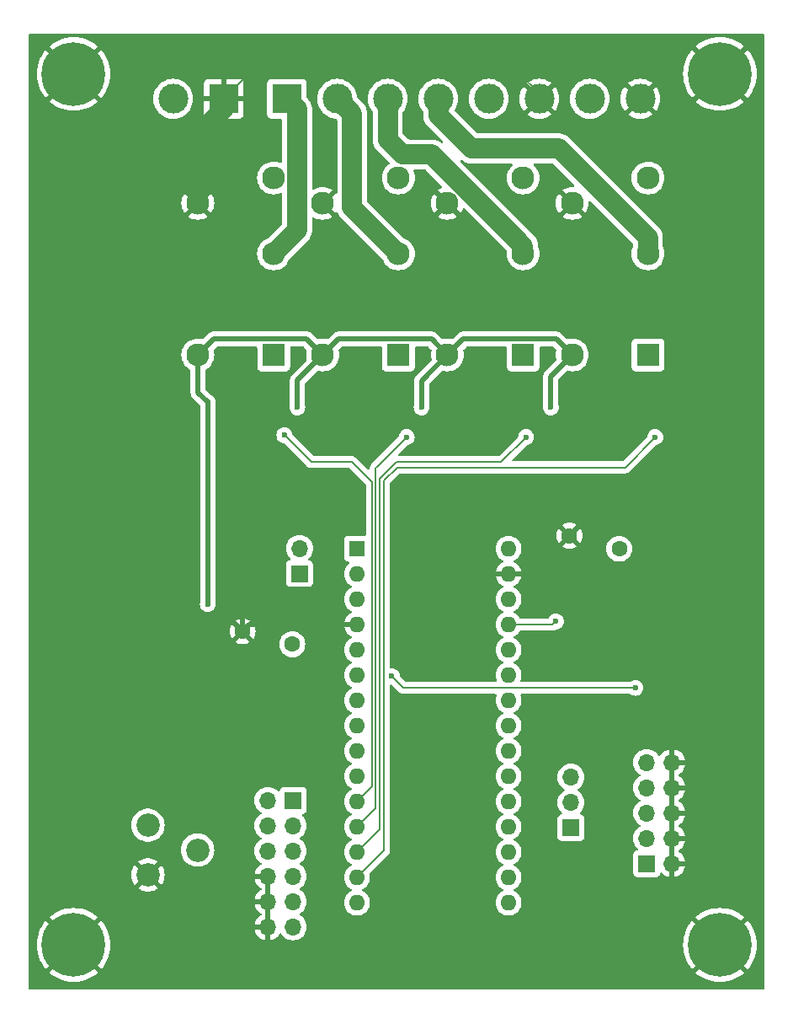
<source format=gbr>
%TF.GenerationSoftware,KiCad,Pcbnew,8.0.2-1*%
%TF.CreationDate,2024-05-28T09:05:20+02:00*%
%TF.ProjectId,Antenna Rotator,416e7465-6e6e-4612-9052-6f7461746f72,rev?*%
%TF.SameCoordinates,Original*%
%TF.FileFunction,Copper,L2,Bot*%
%TF.FilePolarity,Positive*%
%FSLAX46Y46*%
G04 Gerber Fmt 4.6, Leading zero omitted, Abs format (unit mm)*
G04 Created by KiCad (PCBNEW 8.0.2-1) date 2024-05-28 09:05:20*
%MOMM*%
%LPD*%
G01*
G04 APERTURE LIST*
%TA.AperFunction,ComponentPad*%
%ADD10R,1.700000X1.700000*%
%TD*%
%TA.AperFunction,ComponentPad*%
%ADD11O,1.700000X1.700000*%
%TD*%
%TA.AperFunction,ComponentPad*%
%ADD12R,2.300000X2.300000*%
%TD*%
%TA.AperFunction,ComponentPad*%
%ADD13C,2.300000*%
%TD*%
%TA.AperFunction,ComponentPad*%
%ADD14C,6.400000*%
%TD*%
%TA.AperFunction,ComponentPad*%
%ADD15C,1.600000*%
%TD*%
%TA.AperFunction,ComponentPad*%
%ADD16R,3.000000X3.000000*%
%TD*%
%TA.AperFunction,ComponentPad*%
%ADD17C,3.000000*%
%TD*%
%TA.AperFunction,ComponentPad*%
%ADD18C,2.340000*%
%TD*%
%TA.AperFunction,ComponentPad*%
%ADD19R,1.600000X1.600000*%
%TD*%
%TA.AperFunction,ComponentPad*%
%ADD20O,1.600000X1.600000*%
%TD*%
%TA.AperFunction,ViaPad*%
%ADD21C,0.600000*%
%TD*%
%TA.AperFunction,Conductor*%
%ADD22C,0.200000*%
%TD*%
%TA.AperFunction,Conductor*%
%ADD23C,0.500000*%
%TD*%
%TA.AperFunction,Conductor*%
%ADD24C,2.000000*%
%TD*%
G04 APERTURE END LIST*
D10*
%TO.P,J4,1,Pin_1*%
%TO.N,/D0*%
X172720000Y-87700000D03*
D11*
%TO.P,J4,2,Pin_2*%
%TO.N,/D1*%
X172720000Y-85160000D03*
%TD*%
D10*
%TO.P,J5,1,Pin_1*%
%TO.N,/BUTTON_STOP*%
X207645000Y-116840000D03*
D11*
%TO.P,J5,2,Pin_2*%
%TO.N,GND*%
X210185000Y-116840000D03*
%TO.P,J5,3,Pin_3*%
%TO.N,/BUTTON_CCW*%
X207645000Y-114300000D03*
%TO.P,J5,4,Pin_4*%
%TO.N,GND*%
X210185000Y-114300000D03*
%TO.P,J5,5,Pin_5*%
%TO.N,/BUTTON_CW*%
X207645000Y-111760000D03*
%TO.P,J5,6,Pin_6*%
%TO.N,GND*%
X210185000Y-111760000D03*
%TO.P,J5,7,Pin_7*%
%TO.N,/BUTTON_UP*%
X207645000Y-109220000D03*
%TO.P,J5,8,Pin_8*%
%TO.N,GND*%
X210185000Y-109220000D03*
%TO.P,J5,9,Pin_9*%
%TO.N,/BUTTON_DOWN*%
X207645000Y-106680000D03*
%TO.P,J5,10,Pin_10*%
%TO.N,GND*%
X210185000Y-106680000D03*
%TD*%
D12*
%TO.P,K4,1*%
%TO.N,Net-(Q4-D)*%
X207770000Y-65740000D03*
D13*
%TO.P,K4,2*%
%TO.N,/MOTOR_EL_2*%
X207770000Y-55580000D03*
%TO.P,K4,3*%
%TO.N,+12V*%
X207770000Y-47960000D03*
%TO.P,K4,4*%
%TO.N,GND*%
X200150000Y-50500000D03*
%TO.P,K4,5*%
%TO.N,+5V*%
X200150000Y-65740000D03*
%TD*%
D14*
%TO.P,H2,1,1*%
%TO.N,GND*%
X215000000Y-37500000D03*
%TD*%
D12*
%TO.P,K1,1*%
%TO.N,Net-(Q1-D)*%
X170120000Y-65740000D03*
D13*
%TO.P,K1,2*%
%TO.N,/MOTOR_AZ_1*%
X170120000Y-55580000D03*
%TO.P,K1,3*%
%TO.N,+12V*%
X170120000Y-47960000D03*
%TO.P,K1,4*%
%TO.N,GND*%
X162500000Y-50500000D03*
%TO.P,K1,5*%
%TO.N,+5V*%
X162500000Y-65740000D03*
%TD*%
D14*
%TO.P,H3,1,1*%
%TO.N,GND*%
X150000000Y-125000000D03*
%TD*%
D15*
%TO.P,RV2,1*%
%TO.N,/PULSE_AZ_IN*%
X172000000Y-94800000D03*
%TO.P,RV2,2*%
%TO.N,GND*%
X167000000Y-93500000D03*
%TD*%
D10*
%TO.P,J3,1,Pin_1*%
%TO.N,/A0*%
X200025000Y-113240000D03*
D11*
%TO.P,J3,2,Pin_2*%
%TO.N,/A1*%
X200025000Y-110700000D03*
%TO.P,J3,3,Pin_3*%
%TO.N,/A2*%
X200025000Y-108160000D03*
%TD*%
D12*
%TO.P,K3,1*%
%TO.N,Net-(Q3-D)*%
X195220000Y-65740000D03*
D13*
%TO.P,K3,2*%
%TO.N,/MOTOR_EL_1*%
X195220000Y-55580000D03*
%TO.P,K3,3*%
%TO.N,+12V*%
X195220000Y-47960000D03*
%TO.P,K3,4*%
%TO.N,GND*%
X187600000Y-50500000D03*
%TO.P,K3,5*%
%TO.N,+5V*%
X187600000Y-65740000D03*
%TD*%
D16*
%TO.P,J1,1,Pin_1*%
%TO.N,GND*%
X165100000Y-40000000D03*
D17*
%TO.P,J1,2,Pin_2*%
%TO.N,/DC_IN*%
X160020000Y-40000000D03*
%TD*%
D14*
%TO.P,H4,1,1*%
%TO.N,GND*%
X215000000Y-125000000D03*
%TD*%
D16*
%TO.P,J2,1,Pin_1*%
%TO.N,/MOTOR_AZ_1*%
X171440000Y-40000000D03*
D17*
%TO.P,J2,2,Pin_2*%
%TO.N,/MOTOR_AZ_2*%
X176520000Y-40000000D03*
%TO.P,J2,3,Pin_3*%
%TO.N,/MOTOR_EL_1*%
X181600000Y-40000000D03*
%TO.P,J2,4,Pin_4*%
%TO.N,/MOTOR_EL_2*%
X186680000Y-40000000D03*
%TO.P,J2,5,Pin_5*%
%TO.N,/PULSE_AZ_IN*%
X191760000Y-40000000D03*
%TO.P,J2,6,Pin_6*%
%TO.N,GND*%
X196840000Y-40000000D03*
%TO.P,J2,7,Pin_7*%
%TO.N,/PULSE_EL_IN*%
X201920000Y-40000000D03*
%TO.P,J2,8,Pin_8*%
%TO.N,GND*%
X207000000Y-40000000D03*
%TD*%
D14*
%TO.P,H1,1,1*%
%TO.N,GND*%
X150000000Y-37500000D03*
%TD*%
D18*
%TO.P,RV1,1,1*%
%TO.N,GND*%
X157480000Y-117975000D03*
%TO.P,RV1,2,2*%
%TO.N,Net-(J7-Pin_6)*%
X162480000Y-115475000D03*
%TO.P,RV1,3,3*%
%TO.N,+5V*%
X157480000Y-112975000D03*
%TD*%
D19*
%TO.P,A1,1,D1/TX*%
%TO.N,/D1*%
X178500000Y-85200000D03*
D20*
%TO.P,A1,2,D0/RX*%
%TO.N,/D0*%
X178500000Y-87740000D03*
%TO.P,A1,3,~{RESET}*%
%TO.N,unconnected-(A1-~{RESET}-Pad3)*%
X178500000Y-90280000D03*
%TO.P,A1,4,GND*%
%TO.N,GND*%
X178500000Y-92820000D03*
%TO.P,A1,5,D2*%
%TO.N,/PULSE_AZ*%
X178500000Y-95360000D03*
%TO.P,A1,6,D3*%
%TO.N,/PULSE_EL*%
X178500000Y-97900000D03*
%TO.P,A1,7,D4*%
%TO.N,/LCD_D4*%
X178500000Y-100440000D03*
%TO.P,A1,8,D5*%
%TO.N,/LCD_D5*%
X178500000Y-102980000D03*
%TO.P,A1,9,D6*%
%TO.N,/LCD_D6*%
X178500000Y-105520000D03*
%TO.P,A1,10,D7*%
%TO.N,/LCD_D7*%
X178500000Y-108060000D03*
%TO.P,A1,11,D8*%
%TO.N,/CW*%
X178500000Y-110600000D03*
%TO.P,A1,12,D9*%
%TO.N,/CCW*%
X178500000Y-113140000D03*
%TO.P,A1,13,D10*%
%TO.N,/UP*%
X178500000Y-115680000D03*
%TO.P,A1,14,D11*%
%TO.N,/DOWN*%
X178500000Y-118220000D03*
%TO.P,A1,15,D12*%
%TO.N,/LCD_RS*%
X178500000Y-120760000D03*
%TO.P,A1,16,D13*%
%TO.N,/LCD_ENABLE*%
X193740000Y-120760000D03*
%TO.P,A1,17,3V3*%
%TO.N,unconnected-(A1-3V3-Pad17)*%
X193740000Y-118220000D03*
%TO.P,A1,18,AREF*%
%TO.N,unconnected-(A1-AREF-Pad18)*%
X193740000Y-115680000D03*
%TO.P,A1,19,A0*%
%TO.N,/A0*%
X193740000Y-113140000D03*
%TO.P,A1,20,A1*%
%TO.N,/A1*%
X193740000Y-110600000D03*
%TO.P,A1,21,A2*%
%TO.N,/A2*%
X193740000Y-108060000D03*
%TO.P,A1,22,A3*%
%TO.N,/BUTTON_STOP*%
X193740000Y-105520000D03*
%TO.P,A1,23,A4*%
%TO.N,/BUTTON_CCW*%
X193740000Y-102980000D03*
%TO.P,A1,24,A5*%
%TO.N,/BUTTON_CW*%
X193740000Y-100440000D03*
%TO.P,A1,25,A6*%
%TO.N,/BUTTON_UP*%
X193740000Y-97900000D03*
%TO.P,A1,26,A7*%
%TO.N,/BUTTON_DOWN*%
X193740000Y-95360000D03*
%TO.P,A1,27,+5V*%
%TO.N,+5V*%
X193740000Y-92820000D03*
%TO.P,A1,28,~{RESET}*%
%TO.N,unconnected-(A1-~{RESET}-Pad28)*%
X193740000Y-90280000D03*
%TO.P,A1,29,GND*%
%TO.N,GND*%
X193740000Y-87740000D03*
%TO.P,A1,30,VIN*%
%TO.N,unconnected-(A1-VIN-Pad30)*%
X193740000Y-85200000D03*
%TD*%
D12*
%TO.P,K2,1*%
%TO.N,Net-(Q2-D)*%
X182670000Y-65740000D03*
D13*
%TO.P,K2,2*%
%TO.N,/MOTOR_AZ_2*%
X182670000Y-55580000D03*
%TO.P,K2,3*%
%TO.N,+12V*%
X182670000Y-47960000D03*
%TO.P,K2,4*%
%TO.N,GND*%
X175050000Y-50500000D03*
%TO.P,K2,5*%
%TO.N,+5V*%
X175050000Y-65740000D03*
%TD*%
D15*
%TO.P,RV3,1*%
%TO.N,/PULSE_EL_IN*%
X204875000Y-85200000D03*
%TO.P,RV3,2*%
%TO.N,GND*%
X199875000Y-83900000D03*
%TD*%
D10*
%TO.P,J7,1,Pin_1*%
%TO.N,/LCD_D4*%
X172085000Y-110490000D03*
D11*
%TO.P,J7,2,Pin_2*%
%TO.N,+5V*%
X169545000Y-110490000D03*
%TO.P,J7,3,Pin_3*%
%TO.N,/LCD_D5*%
X172085000Y-113030000D03*
%TO.P,J7,4,Pin_4*%
%TO.N,+5V*%
X169545000Y-113030000D03*
%TO.P,J7,5,Pin_5*%
%TO.N,/LCD_D6*%
X172085000Y-115570000D03*
%TO.P,J7,6,Pin_6*%
%TO.N,Net-(J7-Pin_6)*%
X169545000Y-115570000D03*
%TO.P,J7,7,Pin_7*%
%TO.N,/LCD_D7*%
X172085000Y-118110000D03*
%TO.P,J7,8,Pin_8*%
%TO.N,GND*%
X169545000Y-118110000D03*
%TO.P,J7,9,Pin_9*%
%TO.N,/LCD_RS*%
X172085000Y-120650000D03*
%TO.P,J7,10,Pin_10*%
%TO.N,GND*%
X169545000Y-120650000D03*
%TO.P,J7,11,Pin_11*%
%TO.N,/LCD_ENABLE*%
X172085000Y-123190000D03*
%TO.P,J7,12,Pin_12*%
%TO.N,GND*%
X169545000Y-123190000D03*
%TD*%
D21*
%TO.N,/UP*%
X195500000Y-74000000D03*
%TO.N,+5V*%
X163500000Y-90754000D03*
X198000000Y-71000000D03*
X185000000Y-71000000D03*
X198500000Y-92500000D03*
X172500000Y-71000000D03*
X163500000Y-70500000D03*
%TO.N,GND*%
X165100000Y-78994000D03*
X182499000Y-100330000D03*
%TO.N,/DOWN*%
X208500000Y-74000000D03*
%TO.N,/CCW*%
X183500000Y-74000000D03*
%TO.N,/CW*%
X171200684Y-73799316D03*
%TO.N,/PULSE_EL*%
X206500000Y-99187000D03*
X182000000Y-98000000D03*
%TD*%
D22*
%TO.N,/UP*%
X180800000Y-113380000D02*
X180800000Y-78200000D01*
X182500000Y-76500000D02*
X193000000Y-76500000D01*
X193000000Y-76500000D02*
X195500000Y-74000000D01*
X180800000Y-78200000D02*
X182500000Y-76500000D01*
X178500000Y-115680000D02*
X180800000Y-113380000D01*
D23*
%TO.N,+5V*%
X198000000Y-67890000D02*
X200150000Y-65740000D01*
D22*
X198180000Y-92820000D02*
X198500000Y-92500000D01*
D23*
X186000000Y-64140000D02*
X187600000Y-65740000D01*
X162500000Y-69000000D02*
X162500000Y-69500000D01*
X198550000Y-64140000D02*
X200150000Y-65740000D01*
X187600000Y-65740000D02*
X189200000Y-64140000D01*
X164100000Y-64140000D02*
X173450000Y-64140000D01*
X173450000Y-64140000D02*
X175050000Y-65740000D01*
X189200000Y-64140000D02*
X198550000Y-64140000D01*
X185000000Y-68340000D02*
X187600000Y-65740000D01*
X176650000Y-64140000D02*
X186000000Y-64140000D01*
X175050000Y-65740000D02*
X176650000Y-64140000D01*
D22*
X193740000Y-92820000D02*
X198180000Y-92820000D01*
D23*
X172500000Y-68290000D02*
X175050000Y-65740000D01*
X162500000Y-65740000D02*
X164100000Y-64140000D01*
X162500000Y-65740000D02*
X162500000Y-69000000D01*
X163500000Y-90754000D02*
X163500000Y-70500000D01*
X198000000Y-71000000D02*
X198000000Y-67890000D01*
X172500000Y-71000000D02*
X172500000Y-68290000D01*
X162500000Y-69500000D02*
X163500000Y-70500000D01*
X185000000Y-71000000D02*
X185000000Y-68340000D01*
%TO.N,GND*%
X167000000Y-80894000D02*
X165100000Y-78994000D01*
D24*
X162500000Y-43621000D02*
X162500000Y-50500000D01*
D22*
X204000000Y-37000000D02*
X207000000Y-40000000D01*
X194340000Y-37000000D02*
X196840000Y-39500000D01*
X196840000Y-40000000D02*
X199840000Y-37000000D01*
D23*
X167680000Y-92820000D02*
X167000000Y-93500000D01*
X178500000Y-92820000D02*
X167680000Y-92820000D01*
D22*
X165100000Y-40000000D02*
X168100000Y-37000000D01*
D23*
X167000000Y-93500000D02*
X167000000Y-80894000D01*
D22*
X199840000Y-37000000D02*
X204000000Y-37000000D01*
X168100000Y-37000000D02*
X194340000Y-37000000D01*
X196840000Y-39500000D02*
X196840000Y-40000000D01*
D24*
X165100000Y-40000000D02*
X165100000Y-41021000D01*
X165100000Y-41021000D02*
X162500000Y-43621000D01*
D22*
%TO.N,/DOWN*%
X205467157Y-77032843D02*
X208500000Y-74000000D01*
X182532843Y-77032843D02*
X205467157Y-77032843D01*
X181200000Y-111500000D02*
X181200000Y-78365686D01*
X178500000Y-118220000D02*
X181200000Y-115520000D01*
X181200000Y-78365686D02*
X182532843Y-77032843D01*
X181200000Y-115520000D02*
X181200000Y-111500000D01*
%TO.N,/CCW*%
X180400000Y-77100000D02*
X180500000Y-77000000D01*
X180500000Y-77000000D02*
X183500000Y-74000000D01*
X180400000Y-111240000D02*
X180400000Y-77100000D01*
X178500000Y-113140000D02*
X180400000Y-111240000D01*
%TO.N,/CW*%
X180000000Y-109100000D02*
X178500000Y-110600000D01*
X171200684Y-73799316D02*
X173901368Y-76500000D01*
X173901368Y-76500000D02*
X178000000Y-76500000D01*
X178000000Y-76500000D02*
X180000000Y-78500000D01*
X180000000Y-78500000D02*
X180000000Y-109100000D01*
%TO.N,/PULSE_EL*%
X206500000Y-99187000D02*
X183187000Y-99187000D01*
X183187000Y-99187000D02*
X182000000Y-98000000D01*
D24*
%TO.N,/MOTOR_AZ_1*%
X172470000Y-53230000D02*
X170120000Y-55580000D01*
X171440000Y-40000000D02*
X172470000Y-41030000D01*
X172470000Y-41030000D02*
X172470000Y-53230000D01*
%TO.N,/MOTOR_EL_1*%
X186033402Y-45610000D02*
X195220000Y-54796598D01*
X195220000Y-54796598D02*
X195220000Y-55580000D01*
X183110000Y-45610000D02*
X186033402Y-45610000D01*
X181600000Y-44100000D02*
X183110000Y-45610000D01*
X181600000Y-40000000D02*
X181600000Y-44100000D01*
%TO.N,/MOTOR_EL_2*%
X207770000Y-53953655D02*
X207770000Y-55580000D01*
X190000000Y-45000000D02*
X198816345Y-45000000D01*
X198816345Y-45000000D02*
X207770000Y-53953655D01*
X186680000Y-41680000D02*
X190000000Y-45000000D01*
X186680000Y-40000000D02*
X186680000Y-41680000D01*
%TO.N,/MOTOR_AZ_2*%
X178020000Y-50930000D02*
X182670000Y-55580000D01*
X176520000Y-40000000D02*
X178020000Y-41500000D01*
X178020000Y-41500000D02*
X178020000Y-50930000D01*
%TD*%
%TA.AperFunction,Conductor*%
%TO.N,GND*%
G36*
X169795000Y-122756988D02*
G01*
X169737993Y-122724075D01*
X169610826Y-122690000D01*
X169479174Y-122690000D01*
X169352007Y-122724075D01*
X169295000Y-122756988D01*
X169295000Y-121083012D01*
X169352007Y-121115925D01*
X169479174Y-121150000D01*
X169610826Y-121150000D01*
X169737993Y-121115925D01*
X169795000Y-121083012D01*
X169795000Y-122756988D01*
G37*
%TD.AperFunction*%
%TA.AperFunction,Conductor*%
G36*
X169795000Y-120216988D02*
G01*
X169737993Y-120184075D01*
X169610826Y-120150000D01*
X169479174Y-120150000D01*
X169352007Y-120184075D01*
X169295000Y-120216988D01*
X169295000Y-118543012D01*
X169352007Y-118575925D01*
X169479174Y-118610000D01*
X169610826Y-118610000D01*
X169737993Y-118575925D01*
X169795000Y-118543012D01*
X169795000Y-120216988D01*
G37*
%TD.AperFunction*%
%TA.AperFunction,Conductor*%
G36*
X210435000Y-116406988D02*
G01*
X210377993Y-116374075D01*
X210250826Y-116340000D01*
X210119174Y-116340000D01*
X209992007Y-116374075D01*
X209935000Y-116406988D01*
X209935000Y-114733012D01*
X209992007Y-114765925D01*
X210119174Y-114800000D01*
X210250826Y-114800000D01*
X210377993Y-114765925D01*
X210435000Y-114733012D01*
X210435000Y-116406988D01*
G37*
%TD.AperFunction*%
%TA.AperFunction,Conductor*%
G36*
X210435000Y-113866988D02*
G01*
X210377993Y-113834075D01*
X210250826Y-113800000D01*
X210119174Y-113800000D01*
X209992007Y-113834075D01*
X209935000Y-113866988D01*
X209935000Y-112193012D01*
X209992007Y-112225925D01*
X210119174Y-112260000D01*
X210250826Y-112260000D01*
X210377993Y-112225925D01*
X210435000Y-112193012D01*
X210435000Y-113866988D01*
G37*
%TD.AperFunction*%
%TA.AperFunction,Conductor*%
G36*
X210435000Y-111326988D02*
G01*
X210377993Y-111294075D01*
X210250826Y-111260000D01*
X210119174Y-111260000D01*
X209992007Y-111294075D01*
X209935000Y-111326988D01*
X209935000Y-109653012D01*
X209992007Y-109685925D01*
X210119174Y-109720000D01*
X210250826Y-109720000D01*
X210377993Y-109685925D01*
X210435000Y-109653012D01*
X210435000Y-111326988D01*
G37*
%TD.AperFunction*%
%TA.AperFunction,Conductor*%
G36*
X210435000Y-108786988D02*
G01*
X210377993Y-108754075D01*
X210250826Y-108720000D01*
X210119174Y-108720000D01*
X209992007Y-108754075D01*
X209935000Y-108786988D01*
X209935000Y-107113012D01*
X209992007Y-107145925D01*
X210119174Y-107180000D01*
X210250826Y-107180000D01*
X210377993Y-107145925D01*
X210435000Y-107113012D01*
X210435000Y-108786988D01*
G37*
%TD.AperFunction*%
%TA.AperFunction,Conductor*%
G36*
X219442539Y-33515185D02*
G01*
X219488294Y-33567989D01*
X219499500Y-33619500D01*
X219499500Y-129375500D01*
X219479815Y-129442539D01*
X219427011Y-129488294D01*
X219375500Y-129499500D01*
X145624500Y-129499500D01*
X145557461Y-129479815D01*
X145511706Y-129427011D01*
X145500500Y-129375500D01*
X145500500Y-124999999D01*
X146294922Y-124999999D01*
X146294922Y-125000000D01*
X146315219Y-125387287D01*
X146375886Y-125770323D01*
X146375887Y-125770330D01*
X146476262Y-126144936D01*
X146615244Y-126506994D01*
X146791310Y-126852543D01*
X147002531Y-127177793D01*
X147211095Y-127435350D01*
X147211096Y-127435350D01*
X148705748Y-125940698D01*
X148779588Y-126042330D01*
X148957670Y-126220412D01*
X149059300Y-126294251D01*
X147564648Y-127788903D01*
X147564649Y-127788904D01*
X147822206Y-127997468D01*
X148147456Y-128208689D01*
X148493005Y-128384755D01*
X148855063Y-128523737D01*
X149229669Y-128624112D01*
X149229676Y-128624113D01*
X149612712Y-128684780D01*
X149999999Y-128705078D01*
X150000001Y-128705078D01*
X150387287Y-128684780D01*
X150770323Y-128624113D01*
X150770330Y-128624112D01*
X151144936Y-128523737D01*
X151506994Y-128384755D01*
X151852543Y-128208689D01*
X152177783Y-127997476D01*
X152177785Y-127997475D01*
X152435349Y-127788902D01*
X150940698Y-126294251D01*
X151042330Y-126220412D01*
X151220412Y-126042330D01*
X151294251Y-125940698D01*
X152788902Y-127435349D01*
X152997475Y-127177785D01*
X152997476Y-127177783D01*
X153208689Y-126852543D01*
X153384755Y-126506994D01*
X153523737Y-126144936D01*
X153624112Y-125770330D01*
X153624113Y-125770323D01*
X153684780Y-125387287D01*
X153705078Y-125000000D01*
X153705078Y-124999999D01*
X211294922Y-124999999D01*
X211294922Y-125000000D01*
X211315219Y-125387287D01*
X211375886Y-125770323D01*
X211375887Y-125770330D01*
X211476262Y-126144936D01*
X211615244Y-126506994D01*
X211791310Y-126852543D01*
X212002531Y-127177793D01*
X212211095Y-127435350D01*
X212211096Y-127435350D01*
X213705748Y-125940698D01*
X213779588Y-126042330D01*
X213957670Y-126220412D01*
X214059300Y-126294251D01*
X212564648Y-127788903D01*
X212564649Y-127788904D01*
X212822206Y-127997468D01*
X213147456Y-128208689D01*
X213493005Y-128384755D01*
X213855063Y-128523737D01*
X214229669Y-128624112D01*
X214229676Y-128624113D01*
X214612712Y-128684780D01*
X214999999Y-128705078D01*
X215000001Y-128705078D01*
X215387287Y-128684780D01*
X215770323Y-128624113D01*
X215770330Y-128624112D01*
X216144936Y-128523737D01*
X216506994Y-128384755D01*
X216852543Y-128208689D01*
X217177783Y-127997476D01*
X217177785Y-127997475D01*
X217435349Y-127788902D01*
X215940698Y-126294251D01*
X216042330Y-126220412D01*
X216220412Y-126042330D01*
X216294251Y-125940698D01*
X217788902Y-127435349D01*
X217997475Y-127177785D01*
X217997476Y-127177783D01*
X218208689Y-126852543D01*
X218384755Y-126506994D01*
X218523737Y-126144936D01*
X218624112Y-125770330D01*
X218624113Y-125770323D01*
X218684780Y-125387287D01*
X218705078Y-125000000D01*
X218705078Y-124999999D01*
X218684780Y-124612712D01*
X218624113Y-124229676D01*
X218624112Y-124229669D01*
X218523737Y-123855063D01*
X218384755Y-123493005D01*
X218208689Y-123147456D01*
X217997468Y-122822206D01*
X217788904Y-122564649D01*
X217788903Y-122564648D01*
X216294251Y-124059300D01*
X216220412Y-123957670D01*
X216042330Y-123779588D01*
X215940698Y-123705748D01*
X217435350Y-122211096D01*
X217435350Y-122211095D01*
X217177793Y-122002531D01*
X216852543Y-121791310D01*
X216506994Y-121615244D01*
X216144936Y-121476262D01*
X215770330Y-121375887D01*
X215770323Y-121375886D01*
X215387287Y-121315219D01*
X215000001Y-121294922D01*
X214999999Y-121294922D01*
X214612712Y-121315219D01*
X214229676Y-121375886D01*
X214229669Y-121375887D01*
X213855063Y-121476262D01*
X213493005Y-121615244D01*
X213147456Y-121791310D01*
X212822206Y-122002531D01*
X212564648Y-122211095D01*
X212564648Y-122211096D01*
X214059301Y-123705748D01*
X213957670Y-123779588D01*
X213779588Y-123957670D01*
X213705748Y-124059300D01*
X212211096Y-122564648D01*
X212211095Y-122564648D01*
X212002531Y-122822206D01*
X211791310Y-123147456D01*
X211615244Y-123493005D01*
X211476262Y-123855063D01*
X211375887Y-124229669D01*
X211375886Y-124229676D01*
X211315219Y-124612712D01*
X211294922Y-124999999D01*
X153705078Y-124999999D01*
X153684780Y-124612712D01*
X153624113Y-124229676D01*
X153624112Y-124229669D01*
X153523737Y-123855063D01*
X153384755Y-123493005D01*
X153208689Y-123147456D01*
X152997468Y-122822206D01*
X152788904Y-122564649D01*
X152788903Y-122564648D01*
X151294251Y-124059300D01*
X151220412Y-123957670D01*
X151042330Y-123779588D01*
X150940698Y-123705748D01*
X152435350Y-122211096D01*
X152435350Y-122211095D01*
X152177793Y-122002531D01*
X151852543Y-121791310D01*
X151506994Y-121615244D01*
X151144936Y-121476262D01*
X150770330Y-121375887D01*
X150770323Y-121375886D01*
X150387287Y-121315219D01*
X150000001Y-121294922D01*
X149999999Y-121294922D01*
X149612712Y-121315219D01*
X149229676Y-121375886D01*
X149229669Y-121375887D01*
X148855063Y-121476262D01*
X148493005Y-121615244D01*
X148147456Y-121791310D01*
X147822206Y-122002531D01*
X147564648Y-122211095D01*
X147564648Y-122211096D01*
X149059301Y-123705748D01*
X148957670Y-123779588D01*
X148779588Y-123957670D01*
X148705748Y-124059300D01*
X147211096Y-122564648D01*
X147211095Y-122564648D01*
X147002531Y-122822206D01*
X146791310Y-123147456D01*
X146615244Y-123493005D01*
X146476262Y-123855063D01*
X146375887Y-124229669D01*
X146375886Y-124229676D01*
X146315219Y-124612712D01*
X146294922Y-124999999D01*
X145500500Y-124999999D01*
X145500500Y-117974995D01*
X155805317Y-117974995D01*
X155805317Y-117975004D01*
X155824021Y-118224597D01*
X155824021Y-118224599D01*
X155879714Y-118468607D01*
X155879720Y-118468626D01*
X155971163Y-118701618D01*
X156096311Y-118918381D01*
X156096318Y-118918392D01*
X156134799Y-118966645D01*
X156134800Y-118966645D01*
X156878958Y-118222487D01*
X156903978Y-118282890D01*
X156975112Y-118389351D01*
X157065649Y-118479888D01*
X157172110Y-118551022D01*
X157232511Y-118576041D01*
X156488403Y-119320148D01*
X156642658Y-119425317D01*
X156642666Y-119425322D01*
X156868167Y-119533916D01*
X156868165Y-119533916D01*
X157107346Y-119607694D01*
X157107352Y-119607696D01*
X157354843Y-119644999D01*
X157354852Y-119645000D01*
X157605148Y-119645000D01*
X157605156Y-119644999D01*
X157852647Y-119607696D01*
X157852653Y-119607694D01*
X158091833Y-119533916D01*
X158317334Y-119425322D01*
X158317344Y-119425315D01*
X158471595Y-119320148D01*
X157727489Y-118576041D01*
X157787890Y-118551022D01*
X157894351Y-118479888D01*
X157984888Y-118389351D01*
X158056022Y-118282890D01*
X158081041Y-118222488D01*
X158825197Y-118966645D01*
X158825198Y-118966644D01*
X158863690Y-118918379D01*
X158988836Y-118701618D01*
X159080279Y-118468626D01*
X159080285Y-118468607D01*
X159135978Y-118224599D01*
X159135978Y-118224597D01*
X159154683Y-117975004D01*
X159154683Y-117974995D01*
X159135978Y-117725402D01*
X159135978Y-117725400D01*
X159080285Y-117481392D01*
X159080279Y-117481373D01*
X158988836Y-117248381D01*
X158863688Y-117031618D01*
X158863681Y-117031607D01*
X158825199Y-116983354D01*
X158825198Y-116983353D01*
X158081041Y-117727510D01*
X158056022Y-117667110D01*
X157984888Y-117560649D01*
X157894351Y-117470112D01*
X157787890Y-117398978D01*
X157727488Y-117373958D01*
X158471595Y-116629850D01*
X158317335Y-116524678D01*
X158317334Y-116524677D01*
X158091832Y-116416083D01*
X158091834Y-116416083D01*
X157852653Y-116342305D01*
X157852647Y-116342303D01*
X157605156Y-116305000D01*
X157354843Y-116305000D01*
X157107352Y-116342303D01*
X157107346Y-116342305D01*
X156868166Y-116416083D01*
X156642664Y-116524679D01*
X156642651Y-116524686D01*
X156488403Y-116629849D01*
X157232512Y-117373958D01*
X157172110Y-117398978D01*
X157065649Y-117470112D01*
X156975112Y-117560649D01*
X156903978Y-117667110D01*
X156878958Y-117727511D01*
X156134800Y-116983354D01*
X156096311Y-117031617D01*
X155971163Y-117248381D01*
X155879720Y-117481373D01*
X155879714Y-117481392D01*
X155824021Y-117725400D01*
X155824021Y-117725402D01*
X155805317Y-117974995D01*
X145500500Y-117974995D01*
X145500500Y-115474995D01*
X160804816Y-115474995D01*
X160804816Y-115475004D01*
X160823524Y-115724663D01*
X160823525Y-115724668D01*
X160879236Y-115968755D01*
X160879238Y-115968764D01*
X160879240Y-115968769D01*
X160970711Y-116201835D01*
X161095898Y-116418665D01*
X161176024Y-116519139D01*
X161252006Y-116614418D01*
X161385983Y-116738730D01*
X161435540Y-116784712D01*
X161642408Y-116925752D01*
X161642413Y-116925754D01*
X161642414Y-116925755D01*
X161642415Y-116925756D01*
X161752316Y-116978681D01*
X161867983Y-117034383D01*
X161867984Y-117034383D01*
X161867987Y-117034385D01*
X162107236Y-117108184D01*
X162107237Y-117108184D01*
X162107240Y-117108185D01*
X162354805Y-117145499D01*
X162354810Y-117145499D01*
X162354813Y-117145500D01*
X162354814Y-117145500D01*
X162605186Y-117145500D01*
X162605187Y-117145500D01*
X162605194Y-117145499D01*
X162852759Y-117108185D01*
X162852760Y-117108184D01*
X162852764Y-117108184D01*
X163092013Y-117034385D01*
X163284735Y-116941575D01*
X163317584Y-116925756D01*
X163317584Y-116925755D01*
X163317592Y-116925752D01*
X163524460Y-116784712D01*
X163707997Y-116614414D01*
X163864102Y-116418665D01*
X163989289Y-116201835D01*
X164080760Y-115968769D01*
X164136474Y-115724673D01*
X164144543Y-115616998D01*
X164155184Y-115475004D01*
X164155184Y-115474995D01*
X164136475Y-115225336D01*
X164136474Y-115225331D01*
X164136474Y-115225327D01*
X164080760Y-114981231D01*
X163989289Y-114748165D01*
X163864102Y-114531335D01*
X163707997Y-114335586D01*
X163707996Y-114335585D01*
X163707993Y-114335581D01*
X163524460Y-114165288D01*
X163484254Y-114137876D01*
X163317592Y-114024248D01*
X163317588Y-114024246D01*
X163317585Y-114024244D01*
X163317584Y-114024243D01*
X163092015Y-113915616D01*
X163092017Y-113915616D01*
X162852765Y-113841816D01*
X162852759Y-113841814D01*
X162605194Y-113804500D01*
X162605187Y-113804500D01*
X162354813Y-113804500D01*
X162354805Y-113804500D01*
X162107240Y-113841814D01*
X162107234Y-113841816D01*
X161867983Y-113915616D01*
X161642415Y-114024243D01*
X161642414Y-114024244D01*
X161435539Y-114165288D01*
X161252006Y-114335581D01*
X161095898Y-114531335D01*
X160970711Y-114748164D01*
X160879242Y-114981225D01*
X160879236Y-114981244D01*
X160823525Y-115225331D01*
X160823524Y-115225336D01*
X160804816Y-115474995D01*
X145500500Y-115474995D01*
X145500500Y-112974995D01*
X155804816Y-112974995D01*
X155804816Y-112975004D01*
X155823524Y-113224663D01*
X155823525Y-113224668D01*
X155879236Y-113468755D01*
X155879238Y-113468764D01*
X155879240Y-113468769D01*
X155970711Y-113701835D01*
X156095898Y-113918665D01*
X156212266Y-114064586D01*
X156252006Y-114114418D01*
X156381073Y-114234174D01*
X156435540Y-114284712D01*
X156642408Y-114425752D01*
X156642413Y-114425754D01*
X156642414Y-114425755D01*
X156642415Y-114425756D01*
X156747185Y-114476210D01*
X156867983Y-114534383D01*
X156867984Y-114534383D01*
X156867987Y-114534385D01*
X157107236Y-114608184D01*
X157107237Y-114608184D01*
X157107240Y-114608185D01*
X157354805Y-114645499D01*
X157354810Y-114645499D01*
X157354813Y-114645500D01*
X157354814Y-114645500D01*
X157605186Y-114645500D01*
X157605187Y-114645500D01*
X157605194Y-114645499D01*
X157852759Y-114608185D01*
X157852760Y-114608184D01*
X157852764Y-114608184D01*
X158092013Y-114534385D01*
X158317592Y-114425752D01*
X158524460Y-114284712D01*
X158680371Y-114140047D01*
X158707993Y-114114418D01*
X158707993Y-114114416D01*
X158707997Y-114114414D01*
X158864102Y-113918665D01*
X158989289Y-113701835D01*
X159080760Y-113468769D01*
X159136474Y-113224673D01*
X159142819Y-113140000D01*
X159155184Y-112975004D01*
X159155184Y-112974995D01*
X159136475Y-112725336D01*
X159136474Y-112725331D01*
X159136474Y-112725327D01*
X159080760Y-112481231D01*
X158989289Y-112248165D01*
X158864102Y-112031335D01*
X158707997Y-111835586D01*
X158707996Y-111835585D01*
X158707993Y-111835581D01*
X158524460Y-111665288D01*
X158514394Y-111658425D01*
X158317592Y-111524248D01*
X158317588Y-111524246D01*
X158317585Y-111524244D01*
X158317584Y-111524243D01*
X158092015Y-111415616D01*
X158092017Y-111415616D01*
X157852765Y-111341816D01*
X157852759Y-111341814D01*
X157605194Y-111304500D01*
X157605187Y-111304500D01*
X157354813Y-111304500D01*
X157354805Y-111304500D01*
X157107240Y-111341814D01*
X157107234Y-111341816D01*
X156867983Y-111415616D01*
X156642415Y-111524243D01*
X156642414Y-111524244D01*
X156642408Y-111524247D01*
X156642408Y-111524248D01*
X156641898Y-111524596D01*
X156435539Y-111665288D01*
X156252006Y-111835581D01*
X156095898Y-112031335D01*
X155970711Y-112248164D01*
X155879242Y-112481225D01*
X155879236Y-112481244D01*
X155823525Y-112725331D01*
X155823524Y-112725336D01*
X155804816Y-112974995D01*
X145500500Y-112974995D01*
X145500500Y-110489999D01*
X168189341Y-110489999D01*
X168189341Y-110490000D01*
X168209936Y-110725403D01*
X168209938Y-110725413D01*
X168271094Y-110953655D01*
X168271096Y-110953659D01*
X168271097Y-110953663D01*
X168336486Y-111093890D01*
X168370965Y-111167830D01*
X168370967Y-111167834D01*
X168461066Y-111296507D01*
X168492791Y-111341816D01*
X168506501Y-111361395D01*
X168506506Y-111361402D01*
X168673597Y-111528493D01*
X168673603Y-111528498D01*
X168859158Y-111658425D01*
X168902783Y-111713002D01*
X168909977Y-111782500D01*
X168878454Y-111844855D01*
X168859158Y-111861575D01*
X168673597Y-111991505D01*
X168506505Y-112158597D01*
X168370965Y-112352169D01*
X168370964Y-112352171D01*
X168271098Y-112566335D01*
X168271094Y-112566344D01*
X168209938Y-112794586D01*
X168209936Y-112794596D01*
X168189341Y-113029999D01*
X168189341Y-113030000D01*
X168209936Y-113265403D01*
X168209938Y-113265413D01*
X168271094Y-113493655D01*
X168271096Y-113493659D01*
X168271097Y-113493663D01*
X168336486Y-113633890D01*
X168370965Y-113707830D01*
X168370967Y-113707834D01*
X168461066Y-113836507D01*
X168506501Y-113901396D01*
X168506506Y-113901402D01*
X168673597Y-114068493D01*
X168673603Y-114068498D01*
X168859158Y-114198425D01*
X168902783Y-114253002D01*
X168909977Y-114322500D01*
X168878454Y-114384855D01*
X168859158Y-114401575D01*
X168673597Y-114531505D01*
X168506505Y-114698597D01*
X168370965Y-114892169D01*
X168370964Y-114892171D01*
X168271098Y-115106335D01*
X168271094Y-115106344D01*
X168209938Y-115334586D01*
X168209936Y-115334596D01*
X168189341Y-115569999D01*
X168189341Y-115570000D01*
X168209936Y-115805403D01*
X168209938Y-115805413D01*
X168271094Y-116033655D01*
X168271096Y-116033659D01*
X168271097Y-116033663D01*
X168349517Y-116201835D01*
X168370965Y-116247830D01*
X168370967Y-116247834D01*
X168437117Y-116342305D01*
X168506501Y-116441396D01*
X168506506Y-116441402D01*
X168673597Y-116608493D01*
X168673603Y-116608498D01*
X168859594Y-116738730D01*
X168903219Y-116793307D01*
X168910413Y-116862805D01*
X168878890Y-116925160D01*
X168859595Y-116941880D01*
X168673922Y-117071890D01*
X168673920Y-117071891D01*
X168506891Y-117238920D01*
X168506886Y-117238926D01*
X168371400Y-117432420D01*
X168371399Y-117432422D01*
X168271570Y-117646507D01*
X168271567Y-117646513D01*
X168214364Y-117859999D01*
X168214364Y-117860000D01*
X169111988Y-117860000D01*
X169079075Y-117917007D01*
X169045000Y-118044174D01*
X169045000Y-118175826D01*
X169079075Y-118302993D01*
X169111988Y-118360000D01*
X168214364Y-118360000D01*
X168271567Y-118573486D01*
X168271570Y-118573492D01*
X168371399Y-118787578D01*
X168506894Y-118981082D01*
X168673917Y-119148105D01*
X168860031Y-119278425D01*
X168903656Y-119333003D01*
X168910848Y-119402501D01*
X168879326Y-119464856D01*
X168860031Y-119481575D01*
X168673922Y-119611890D01*
X168673920Y-119611891D01*
X168506891Y-119778920D01*
X168506886Y-119778926D01*
X168371400Y-119972420D01*
X168371399Y-119972422D01*
X168271570Y-120186507D01*
X168271567Y-120186513D01*
X168214364Y-120399999D01*
X168214364Y-120400000D01*
X169111988Y-120400000D01*
X169079075Y-120457007D01*
X169045000Y-120584174D01*
X169045000Y-120715826D01*
X169079075Y-120842993D01*
X169111988Y-120900000D01*
X168214364Y-120900000D01*
X168271567Y-121113486D01*
X168271570Y-121113492D01*
X168371399Y-121327578D01*
X168506894Y-121521082D01*
X168673917Y-121688105D01*
X168860031Y-121818425D01*
X168903656Y-121873003D01*
X168910848Y-121942501D01*
X168879326Y-122004856D01*
X168860031Y-122021575D01*
X168673922Y-122151890D01*
X168673920Y-122151891D01*
X168506891Y-122318920D01*
X168506886Y-122318926D01*
X168371400Y-122512420D01*
X168371399Y-122512422D01*
X168271570Y-122726507D01*
X168271567Y-122726513D01*
X168214364Y-122939999D01*
X168214364Y-122940000D01*
X169111988Y-122940000D01*
X169079075Y-122997007D01*
X169045000Y-123124174D01*
X169045000Y-123255826D01*
X169079075Y-123382993D01*
X169111988Y-123440000D01*
X168214364Y-123440000D01*
X168271567Y-123653486D01*
X168271570Y-123653492D01*
X168371399Y-123867578D01*
X168506894Y-124061082D01*
X168673917Y-124228105D01*
X168867421Y-124363600D01*
X169081507Y-124463429D01*
X169081516Y-124463433D01*
X169295000Y-124520634D01*
X169295000Y-123623012D01*
X169352007Y-123655925D01*
X169479174Y-123690000D01*
X169610826Y-123690000D01*
X169737993Y-123655925D01*
X169795000Y-123623012D01*
X169795000Y-124520633D01*
X170008483Y-124463433D01*
X170008492Y-124463429D01*
X170222578Y-124363600D01*
X170416082Y-124228105D01*
X170583105Y-124061082D01*
X170713119Y-123875405D01*
X170767696Y-123831781D01*
X170837195Y-123824588D01*
X170899549Y-123856110D01*
X170916269Y-123875405D01*
X171046505Y-124061401D01*
X171213599Y-124228495D01*
X171215276Y-124229669D01*
X171407165Y-124364032D01*
X171407167Y-124364033D01*
X171407170Y-124364035D01*
X171621337Y-124463903D01*
X171849592Y-124525063D01*
X172037918Y-124541539D01*
X172084999Y-124545659D01*
X172085000Y-124545659D01*
X172085001Y-124545659D01*
X172124234Y-124542226D01*
X172320408Y-124525063D01*
X172548663Y-124463903D01*
X172762830Y-124364035D01*
X172956401Y-124228495D01*
X173123495Y-124061401D01*
X173259035Y-123867830D01*
X173358903Y-123653663D01*
X173420063Y-123425408D01*
X173440659Y-123190000D01*
X173420063Y-122954592D01*
X173358903Y-122726337D01*
X173259035Y-122512171D01*
X173253731Y-122504595D01*
X173123494Y-122318597D01*
X172956402Y-122151506D01*
X172956396Y-122151501D01*
X172770842Y-122021575D01*
X172727217Y-121966998D01*
X172720023Y-121897500D01*
X172751546Y-121835145D01*
X172770842Y-121818425D01*
X172854217Y-121760045D01*
X172956401Y-121688495D01*
X173123495Y-121521401D01*
X173259035Y-121327830D01*
X173358903Y-121113663D01*
X173420063Y-120885408D01*
X173440659Y-120650000D01*
X173420063Y-120414592D01*
X173358903Y-120186337D01*
X173259035Y-119972171D01*
X173253731Y-119964595D01*
X173123494Y-119778597D01*
X172956402Y-119611506D01*
X172956396Y-119611501D01*
X172770842Y-119481575D01*
X172727217Y-119426998D01*
X172720023Y-119357500D01*
X172751546Y-119295145D01*
X172770842Y-119278425D01*
X172854217Y-119220045D01*
X172956401Y-119148495D01*
X173123495Y-118981401D01*
X173259035Y-118787830D01*
X173358903Y-118573663D01*
X173420063Y-118345408D01*
X173440659Y-118110000D01*
X173420063Y-117874592D01*
X173358903Y-117646337D01*
X173259035Y-117432171D01*
X173253731Y-117424595D01*
X173123494Y-117238597D01*
X172956402Y-117071506D01*
X172956396Y-117071501D01*
X172770842Y-116941575D01*
X172727217Y-116886998D01*
X172720023Y-116817500D01*
X172751546Y-116755145D01*
X172770842Y-116738425D01*
X172901400Y-116647007D01*
X172956401Y-116608495D01*
X173123495Y-116441401D01*
X173259035Y-116247830D01*
X173358903Y-116033663D01*
X173420063Y-115805408D01*
X173440659Y-115570000D01*
X173420063Y-115334592D01*
X173358903Y-115106337D01*
X173259035Y-114892171D01*
X173253425Y-114884158D01*
X173123494Y-114698597D01*
X172956402Y-114531506D01*
X172956396Y-114531501D01*
X172770842Y-114401575D01*
X172727217Y-114346998D01*
X172720023Y-114277500D01*
X172751546Y-114215145D01*
X172770842Y-114198425D01*
X172854217Y-114140045D01*
X172956401Y-114068495D01*
X173123495Y-113901401D01*
X173259035Y-113707830D01*
X173358903Y-113493663D01*
X173420063Y-113265408D01*
X173440659Y-113030000D01*
X173438690Y-113007500D01*
X173430450Y-112913313D01*
X173420063Y-112794592D01*
X173358903Y-112566337D01*
X173259035Y-112352171D01*
X173253424Y-112344158D01*
X173123496Y-112158600D01*
X173104849Y-112139953D01*
X173001567Y-112036671D01*
X172968084Y-111975351D01*
X172973068Y-111905659D01*
X173014939Y-111849725D01*
X173045915Y-111832810D01*
X173177331Y-111783796D01*
X173292546Y-111697546D01*
X173378796Y-111582331D01*
X173429091Y-111447483D01*
X173435500Y-111387873D01*
X173435499Y-109592128D01*
X173429091Y-109532517D01*
X173427810Y-109529083D01*
X173378797Y-109397671D01*
X173378793Y-109397664D01*
X173292547Y-109282455D01*
X173292544Y-109282452D01*
X173177335Y-109196206D01*
X173177328Y-109196202D01*
X173042482Y-109145908D01*
X173042483Y-109145908D01*
X172982883Y-109139501D01*
X172982881Y-109139500D01*
X172982873Y-109139500D01*
X172982864Y-109139500D01*
X171187129Y-109139500D01*
X171187123Y-109139501D01*
X171127516Y-109145908D01*
X170992671Y-109196202D01*
X170992664Y-109196206D01*
X170877455Y-109282452D01*
X170877452Y-109282455D01*
X170791206Y-109397664D01*
X170791203Y-109397669D01*
X170742189Y-109529083D01*
X170700317Y-109585016D01*
X170634853Y-109609433D01*
X170566580Y-109594581D01*
X170538326Y-109573430D01*
X170416402Y-109451506D01*
X170416395Y-109451501D01*
X170222834Y-109315967D01*
X170222830Y-109315965D01*
X170222828Y-109315964D01*
X170008663Y-109216097D01*
X170008659Y-109216096D01*
X170008655Y-109216094D01*
X169780413Y-109154938D01*
X169780403Y-109154936D01*
X169545001Y-109134341D01*
X169544999Y-109134341D01*
X169309596Y-109154936D01*
X169309586Y-109154938D01*
X169081344Y-109216094D01*
X169081335Y-109216098D01*
X168867171Y-109315964D01*
X168867169Y-109315965D01*
X168673597Y-109451505D01*
X168506505Y-109618597D01*
X168370965Y-109812169D01*
X168370964Y-109812171D01*
X168271098Y-110026335D01*
X168271094Y-110026344D01*
X168209938Y-110254586D01*
X168209936Y-110254596D01*
X168189341Y-110489999D01*
X145500500Y-110489999D01*
X145500500Y-94579025D01*
X166274526Y-94579025D01*
X166347513Y-94630132D01*
X166347521Y-94630136D01*
X166553668Y-94726264D01*
X166553682Y-94726269D01*
X166773389Y-94785139D01*
X166773400Y-94785141D01*
X166999998Y-94804966D01*
X167000002Y-94804966D01*
X167056786Y-94799998D01*
X170694532Y-94799998D01*
X170694532Y-94800001D01*
X170714364Y-95026686D01*
X170714366Y-95026697D01*
X170773258Y-95246488D01*
X170773261Y-95246497D01*
X170869431Y-95452732D01*
X170869432Y-95452734D01*
X170999954Y-95639141D01*
X171160858Y-95800045D01*
X171160861Y-95800047D01*
X171347266Y-95930568D01*
X171553504Y-96026739D01*
X171773308Y-96085635D01*
X171935230Y-96099801D01*
X171999998Y-96105468D01*
X172000000Y-96105468D01*
X172000002Y-96105468D01*
X172056673Y-96100509D01*
X172226692Y-96085635D01*
X172446496Y-96026739D01*
X172652734Y-95930568D01*
X172839139Y-95800047D01*
X173000047Y-95639139D01*
X173130568Y-95452734D01*
X173226739Y-95246496D01*
X173285635Y-95026692D01*
X173305468Y-94800000D01*
X173285635Y-94573308D01*
X173226739Y-94353504D01*
X173130568Y-94147266D01*
X173000047Y-93960861D01*
X173000045Y-93960858D01*
X172839141Y-93799954D01*
X172652734Y-93669432D01*
X172652732Y-93669431D01*
X172446497Y-93573261D01*
X172446488Y-93573258D01*
X172226697Y-93514366D01*
X172226693Y-93514365D01*
X172226692Y-93514365D01*
X172226691Y-93514364D01*
X172226686Y-93514364D01*
X172000002Y-93494532D01*
X171999998Y-93494532D01*
X171773313Y-93514364D01*
X171773302Y-93514366D01*
X171553511Y-93573258D01*
X171553502Y-93573261D01*
X171347267Y-93669431D01*
X171347265Y-93669432D01*
X171160858Y-93799954D01*
X170999954Y-93960858D01*
X170869432Y-94147265D01*
X170869431Y-94147267D01*
X170773261Y-94353502D01*
X170773258Y-94353511D01*
X170714366Y-94573302D01*
X170714364Y-94573313D01*
X170694532Y-94799998D01*
X167056786Y-94799998D01*
X167226599Y-94785141D01*
X167226610Y-94785139D01*
X167446317Y-94726269D01*
X167446331Y-94726264D01*
X167652478Y-94630136D01*
X167725471Y-94579024D01*
X167000000Y-93853553D01*
X166274526Y-94579025D01*
X145500500Y-94579025D01*
X145500500Y-93499997D01*
X165695034Y-93499997D01*
X165695034Y-93500002D01*
X165714858Y-93726599D01*
X165714860Y-93726610D01*
X165773730Y-93946317D01*
X165773735Y-93946331D01*
X165869863Y-94152478D01*
X165920974Y-94225472D01*
X166646447Y-93500000D01*
X166646447Y-93499999D01*
X166606952Y-93460504D01*
X166700000Y-93460504D01*
X166700000Y-93539496D01*
X166720444Y-93615796D01*
X166759940Y-93684205D01*
X166815795Y-93740060D01*
X166884204Y-93779556D01*
X166960504Y-93800000D01*
X167039496Y-93800000D01*
X167115796Y-93779556D01*
X167184205Y-93740060D01*
X167240060Y-93684205D01*
X167279556Y-93615796D01*
X167300000Y-93539496D01*
X167300000Y-93499999D01*
X167353553Y-93499999D01*
X167353553Y-93500000D01*
X168079024Y-94225471D01*
X168130136Y-94152478D01*
X168226264Y-93946331D01*
X168226269Y-93946317D01*
X168285139Y-93726610D01*
X168285141Y-93726599D01*
X168304966Y-93500002D01*
X168304966Y-93499997D01*
X168285141Y-93273400D01*
X168285139Y-93273389D01*
X168226269Y-93053682D01*
X168226264Y-93053668D01*
X168130136Y-92847521D01*
X168130132Y-92847513D01*
X168079025Y-92774526D01*
X167353553Y-93499999D01*
X167300000Y-93499999D01*
X167300000Y-93460504D01*
X167279556Y-93384204D01*
X167240060Y-93315795D01*
X167184205Y-93259940D01*
X167115796Y-93220444D01*
X167039496Y-93200000D01*
X166960504Y-93200000D01*
X166884204Y-93220444D01*
X166815795Y-93259940D01*
X166759940Y-93315795D01*
X166720444Y-93384204D01*
X166700000Y-93460504D01*
X166606952Y-93460504D01*
X165920974Y-92774526D01*
X165920973Y-92774526D01*
X165869868Y-92847512D01*
X165869866Y-92847516D01*
X165773734Y-93053673D01*
X165773730Y-93053682D01*
X165714860Y-93273389D01*
X165714858Y-93273400D01*
X165695034Y-93499997D01*
X145500500Y-93499997D01*
X145500500Y-92420973D01*
X166274526Y-92420973D01*
X166274526Y-92420974D01*
X167000000Y-93146447D01*
X167000001Y-93146447D01*
X167725472Y-92420974D01*
X167652478Y-92369863D01*
X167446331Y-92273735D01*
X167446317Y-92273730D01*
X167226610Y-92214860D01*
X167226599Y-92214858D01*
X167000002Y-92195034D01*
X166999998Y-92195034D01*
X166773400Y-92214858D01*
X166773389Y-92214860D01*
X166553682Y-92273730D01*
X166553673Y-92273734D01*
X166347516Y-92369866D01*
X166347512Y-92369868D01*
X166274526Y-92420973D01*
X145500500Y-92420973D01*
X145500500Y-65740000D01*
X160844396Y-65740000D01*
X160864778Y-65998990D01*
X160925427Y-66251610D01*
X161024843Y-66491623D01*
X161024845Y-66491627D01*
X161024846Y-66491628D01*
X161160588Y-66713140D01*
X161329311Y-66910689D01*
X161526860Y-67079412D01*
X161690290Y-67179561D01*
X161737165Y-67231372D01*
X161749500Y-67285288D01*
X161749500Y-68926082D01*
X161749500Y-69573918D01*
X161749500Y-69573920D01*
X161749499Y-69573920D01*
X161778340Y-69718907D01*
X161778343Y-69718917D01*
X161834913Y-69855490D01*
X161834914Y-69855491D01*
X161834916Y-69855495D01*
X161844730Y-69870182D01*
X161844731Y-69870185D01*
X161917046Y-69978414D01*
X161917052Y-69978421D01*
X162713181Y-70774548D01*
X162746666Y-70835871D01*
X162749500Y-70862229D01*
X162749500Y-90454028D01*
X162742542Y-90494982D01*
X162714631Y-90574747D01*
X162694435Y-90753996D01*
X162694435Y-90754003D01*
X162714630Y-90933249D01*
X162714631Y-90933254D01*
X162774211Y-91103523D01*
X162784025Y-91119141D01*
X162870184Y-91256262D01*
X162997738Y-91383816D01*
X163150478Y-91479789D01*
X163227497Y-91506739D01*
X163320745Y-91539368D01*
X163320750Y-91539369D01*
X163499996Y-91559565D01*
X163500000Y-91559565D01*
X163500004Y-91559565D01*
X163679249Y-91539369D01*
X163679252Y-91539368D01*
X163679255Y-91539368D01*
X163849522Y-91479789D01*
X164002262Y-91383816D01*
X164129816Y-91256262D01*
X164225789Y-91103522D01*
X164285368Y-90933255D01*
X164305565Y-90754000D01*
X164302466Y-90726497D01*
X164285368Y-90574747D01*
X164285368Y-90574745D01*
X164257458Y-90494982D01*
X164250500Y-90454028D01*
X164250500Y-85159999D01*
X171364341Y-85159999D01*
X171364341Y-85160000D01*
X171384936Y-85395403D01*
X171384938Y-85395413D01*
X171446094Y-85623655D01*
X171446096Y-85623659D01*
X171446097Y-85623663D01*
X171456745Y-85646497D01*
X171545965Y-85837830D01*
X171545967Y-85837834D01*
X171654281Y-85992521D01*
X171681501Y-86031396D01*
X171681506Y-86031402D01*
X171803430Y-86153326D01*
X171836915Y-86214649D01*
X171831931Y-86284341D01*
X171790059Y-86340274D01*
X171759083Y-86357189D01*
X171627669Y-86406203D01*
X171627664Y-86406206D01*
X171512455Y-86492452D01*
X171512452Y-86492455D01*
X171426206Y-86607664D01*
X171426202Y-86607671D01*
X171375908Y-86742517D01*
X171369695Y-86800314D01*
X171369501Y-86802123D01*
X171369500Y-86802135D01*
X171369500Y-88597870D01*
X171369501Y-88597876D01*
X171375908Y-88657483D01*
X171426202Y-88792328D01*
X171426206Y-88792335D01*
X171512452Y-88907544D01*
X171512455Y-88907547D01*
X171627664Y-88993793D01*
X171627671Y-88993797D01*
X171762517Y-89044091D01*
X171762516Y-89044091D01*
X171769444Y-89044835D01*
X171822127Y-89050500D01*
X173617872Y-89050499D01*
X173677483Y-89044091D01*
X173812331Y-88993796D01*
X173927546Y-88907546D01*
X174013796Y-88792331D01*
X174064091Y-88657483D01*
X174070500Y-88597873D01*
X174070499Y-86802128D01*
X174064091Y-86742517D01*
X174052673Y-86711905D01*
X174013797Y-86607671D01*
X174013793Y-86607664D01*
X173927547Y-86492455D01*
X173927544Y-86492452D01*
X173812335Y-86406206D01*
X173812328Y-86406202D01*
X173680917Y-86357189D01*
X173624983Y-86315318D01*
X173600566Y-86249853D01*
X173615418Y-86181580D01*
X173636563Y-86153332D01*
X173758495Y-86031401D01*
X173894035Y-85837830D01*
X173993903Y-85623663D01*
X174055063Y-85395408D01*
X174075659Y-85160000D01*
X174055063Y-84924592D01*
X173993903Y-84696337D01*
X173894035Y-84482171D01*
X173809094Y-84360861D01*
X173758494Y-84288597D01*
X173591402Y-84121506D01*
X173591395Y-84121501D01*
X173397834Y-83985967D01*
X173397830Y-83985965D01*
X173370580Y-83973258D01*
X173183663Y-83886097D01*
X173183659Y-83886096D01*
X173183655Y-83886094D01*
X172955413Y-83824938D01*
X172955403Y-83824936D01*
X172720001Y-83804341D01*
X172719999Y-83804341D01*
X172484596Y-83824936D01*
X172484586Y-83824938D01*
X172256344Y-83886094D01*
X172256335Y-83886098D01*
X172042171Y-83985964D01*
X172042169Y-83985965D01*
X171848597Y-84121505D01*
X171681505Y-84288597D01*
X171545965Y-84482169D01*
X171545964Y-84482171D01*
X171446098Y-84696335D01*
X171446094Y-84696344D01*
X171384938Y-84924586D01*
X171384936Y-84924596D01*
X171364341Y-85159999D01*
X164250500Y-85159999D01*
X164250500Y-73799312D01*
X170395119Y-73799312D01*
X170395119Y-73799319D01*
X170415314Y-73978565D01*
X170415315Y-73978570D01*
X170474895Y-74148839D01*
X170494007Y-74179255D01*
X170570868Y-74301578D01*
X170698422Y-74429132D01*
X170851162Y-74525105D01*
X171021429Y-74584684D01*
X171108353Y-74594477D01*
X171172764Y-74621542D01*
X171182149Y-74630016D01*
X173416507Y-76864374D01*
X173416517Y-76864385D01*
X173420847Y-76868715D01*
X173420848Y-76868716D01*
X173532652Y-76980520D01*
X173602669Y-77020943D01*
X173619463Y-77030639D01*
X173619465Y-77030641D01*
X173657519Y-77052611D01*
X173669583Y-77059577D01*
X173822311Y-77100501D01*
X173822314Y-77100501D01*
X173988021Y-77100501D01*
X173988037Y-77100500D01*
X177699903Y-77100500D01*
X177766942Y-77120185D01*
X177787584Y-77136819D01*
X179363181Y-78712416D01*
X179396666Y-78773739D01*
X179399500Y-78800097D01*
X179399500Y-83775500D01*
X179379815Y-83842539D01*
X179327011Y-83888294D01*
X179275500Y-83899500D01*
X177652129Y-83899500D01*
X177652123Y-83899501D01*
X177592516Y-83905908D01*
X177457671Y-83956202D01*
X177457664Y-83956206D01*
X177342455Y-84042452D01*
X177342452Y-84042455D01*
X177256206Y-84157664D01*
X177256202Y-84157671D01*
X177205908Y-84292517D01*
X177199501Y-84352116D01*
X177199500Y-84352135D01*
X177199500Y-86047870D01*
X177199501Y-86047876D01*
X177205908Y-86107483D01*
X177256202Y-86242328D01*
X177256206Y-86242335D01*
X177342452Y-86357544D01*
X177342455Y-86357547D01*
X177457664Y-86443793D01*
X177457671Y-86443797D01*
X177502618Y-86460561D01*
X177592517Y-86494091D01*
X177627596Y-86497862D01*
X177692144Y-86524599D01*
X177731993Y-86581991D01*
X177734488Y-86651816D01*
X177698836Y-86711905D01*
X177685464Y-86722725D01*
X177660858Y-86739954D01*
X177499954Y-86900858D01*
X177369432Y-87087265D01*
X177369431Y-87087267D01*
X177273261Y-87293502D01*
X177273258Y-87293511D01*
X177214366Y-87513302D01*
X177214364Y-87513313D01*
X177194532Y-87739998D01*
X177194532Y-87740001D01*
X177214364Y-87966686D01*
X177214366Y-87966697D01*
X177273258Y-88186488D01*
X177273261Y-88186497D01*
X177369431Y-88392732D01*
X177369432Y-88392734D01*
X177499954Y-88579141D01*
X177660858Y-88740045D01*
X177660861Y-88740047D01*
X177847266Y-88870568D01*
X177904681Y-88897341D01*
X177905275Y-88897618D01*
X177957714Y-88943791D01*
X177976866Y-89010984D01*
X177956650Y-89077865D01*
X177905275Y-89122382D01*
X177847267Y-89149431D01*
X177847265Y-89149432D01*
X177660858Y-89279954D01*
X177499954Y-89440858D01*
X177369432Y-89627265D01*
X177369431Y-89627267D01*
X177273261Y-89833502D01*
X177273258Y-89833511D01*
X177214366Y-90053302D01*
X177214364Y-90053313D01*
X177194532Y-90279998D01*
X177194532Y-90280001D01*
X177214364Y-90506686D01*
X177214366Y-90506697D01*
X177273258Y-90726488D01*
X177273261Y-90726497D01*
X177369431Y-90932732D01*
X177369432Y-90932734D01*
X177499954Y-91119141D01*
X177660858Y-91280045D01*
X177660861Y-91280047D01*
X177847266Y-91410568D01*
X177905865Y-91437893D01*
X177958305Y-91484065D01*
X177977457Y-91551258D01*
X177957242Y-91618139D01*
X177905867Y-91662657D01*
X177847515Y-91689867D01*
X177661179Y-91820342D01*
X177500342Y-91981179D01*
X177369865Y-92167517D01*
X177273734Y-92373673D01*
X177273730Y-92373682D01*
X177221127Y-92569999D01*
X177221128Y-92570000D01*
X178066988Y-92570000D01*
X178034075Y-92627007D01*
X178000000Y-92754174D01*
X178000000Y-92885826D01*
X178034075Y-93012993D01*
X178066988Y-93070000D01*
X177221128Y-93070000D01*
X177273730Y-93266317D01*
X177273734Y-93266326D01*
X177369865Y-93472482D01*
X177500342Y-93658820D01*
X177661179Y-93819657D01*
X177847518Y-93950134D01*
X177847520Y-93950135D01*
X177905865Y-93977342D01*
X177958305Y-94023514D01*
X177977457Y-94090707D01*
X177957242Y-94157589D01*
X177905867Y-94202105D01*
X177847268Y-94229431D01*
X177847264Y-94229433D01*
X177660858Y-94359954D01*
X177499954Y-94520858D01*
X177369432Y-94707265D01*
X177369431Y-94707267D01*
X177273261Y-94913502D01*
X177273258Y-94913511D01*
X177214366Y-95133302D01*
X177214364Y-95133313D01*
X177194532Y-95359998D01*
X177194532Y-95360001D01*
X177214364Y-95586686D01*
X177214366Y-95586697D01*
X177273258Y-95806488D01*
X177273261Y-95806497D01*
X177369431Y-96012732D01*
X177369432Y-96012734D01*
X177499954Y-96199141D01*
X177660858Y-96360045D01*
X177660861Y-96360047D01*
X177847266Y-96490568D01*
X177905275Y-96517618D01*
X177957714Y-96563791D01*
X177976866Y-96630984D01*
X177956650Y-96697865D01*
X177905275Y-96742382D01*
X177847267Y-96769431D01*
X177847265Y-96769432D01*
X177660858Y-96899954D01*
X177499954Y-97060858D01*
X177369432Y-97247265D01*
X177369431Y-97247267D01*
X177273261Y-97453502D01*
X177273258Y-97453511D01*
X177214366Y-97673302D01*
X177214364Y-97673313D01*
X177194532Y-97899998D01*
X177194532Y-97900001D01*
X177214364Y-98126686D01*
X177214366Y-98126697D01*
X177273258Y-98346488D01*
X177273261Y-98346497D01*
X177369431Y-98552732D01*
X177369432Y-98552734D01*
X177499954Y-98739141D01*
X177660858Y-98900045D01*
X177660861Y-98900047D01*
X177847266Y-99030568D01*
X177905275Y-99057618D01*
X177957714Y-99103791D01*
X177976866Y-99170984D01*
X177956650Y-99237865D01*
X177905275Y-99282382D01*
X177847267Y-99309431D01*
X177847265Y-99309432D01*
X177660858Y-99439954D01*
X177499954Y-99600858D01*
X177369432Y-99787265D01*
X177369431Y-99787267D01*
X177273261Y-99993502D01*
X177273258Y-99993511D01*
X177214366Y-100213302D01*
X177214364Y-100213313D01*
X177194532Y-100439998D01*
X177194532Y-100440001D01*
X177214364Y-100666686D01*
X177214366Y-100666697D01*
X177273258Y-100886488D01*
X177273261Y-100886497D01*
X177369431Y-101092732D01*
X177369432Y-101092734D01*
X177499954Y-101279141D01*
X177660858Y-101440045D01*
X177660861Y-101440047D01*
X177847266Y-101570568D01*
X177905275Y-101597618D01*
X177957714Y-101643791D01*
X177976866Y-101710984D01*
X177956650Y-101777865D01*
X177905275Y-101822382D01*
X177847267Y-101849431D01*
X177847265Y-101849432D01*
X177660858Y-101979954D01*
X177499954Y-102140858D01*
X177369432Y-102327265D01*
X177369431Y-102327267D01*
X177273261Y-102533502D01*
X177273258Y-102533511D01*
X177214366Y-102753302D01*
X177214364Y-102753313D01*
X177194532Y-102979998D01*
X177194532Y-102980001D01*
X177214364Y-103206686D01*
X177214366Y-103206697D01*
X177273258Y-103426488D01*
X177273261Y-103426497D01*
X177369431Y-103632732D01*
X177369432Y-103632734D01*
X177499954Y-103819141D01*
X177660858Y-103980045D01*
X177660861Y-103980047D01*
X177847266Y-104110568D01*
X177905275Y-104137618D01*
X177957714Y-104183791D01*
X177976866Y-104250984D01*
X177956650Y-104317865D01*
X177905275Y-104362382D01*
X177847267Y-104389431D01*
X177847265Y-104389432D01*
X177660858Y-104519954D01*
X177499954Y-104680858D01*
X177369432Y-104867265D01*
X177369431Y-104867267D01*
X177273261Y-105073502D01*
X177273258Y-105073511D01*
X177214366Y-105293302D01*
X177214364Y-105293313D01*
X177194532Y-105519998D01*
X177194532Y-105520001D01*
X177214364Y-105746686D01*
X177214366Y-105746697D01*
X177273258Y-105966488D01*
X177273261Y-105966497D01*
X177369431Y-106172732D01*
X177369432Y-106172734D01*
X177499954Y-106359141D01*
X177660858Y-106520045D01*
X177660861Y-106520047D01*
X177847266Y-106650568D01*
X177905275Y-106677618D01*
X177957714Y-106723791D01*
X177976866Y-106790984D01*
X177956650Y-106857865D01*
X177905275Y-106902382D01*
X177847267Y-106929431D01*
X177847265Y-106929432D01*
X177660858Y-107059954D01*
X177499954Y-107220858D01*
X177369432Y-107407265D01*
X177369431Y-107407267D01*
X177273261Y-107613502D01*
X177273258Y-107613511D01*
X177214366Y-107833302D01*
X177214364Y-107833313D01*
X177194532Y-108059998D01*
X177194532Y-108060001D01*
X177214364Y-108286686D01*
X177214366Y-108286697D01*
X177273258Y-108506488D01*
X177273261Y-108506497D01*
X177369431Y-108712732D01*
X177369432Y-108712734D01*
X177499954Y-108899141D01*
X177660858Y-109060045D01*
X177660861Y-109060047D01*
X177847266Y-109190568D01*
X177902013Y-109216097D01*
X177905275Y-109217618D01*
X177957714Y-109263791D01*
X177976866Y-109330984D01*
X177956650Y-109397865D01*
X177905275Y-109442382D01*
X177847267Y-109469431D01*
X177847265Y-109469432D01*
X177660858Y-109599954D01*
X177499954Y-109760858D01*
X177369432Y-109947265D01*
X177369431Y-109947267D01*
X177273261Y-110153502D01*
X177273258Y-110153511D01*
X177214366Y-110373302D01*
X177214364Y-110373313D01*
X177194532Y-110599998D01*
X177194532Y-110600001D01*
X177214364Y-110826686D01*
X177214366Y-110826697D01*
X177273258Y-111046488D01*
X177273261Y-111046497D01*
X177369431Y-111252732D01*
X177369432Y-111252734D01*
X177499954Y-111439141D01*
X177660858Y-111600045D01*
X177660861Y-111600047D01*
X177847266Y-111730568D01*
X177898908Y-111754649D01*
X177905275Y-111757618D01*
X177957714Y-111803791D01*
X177976866Y-111870984D01*
X177956650Y-111937865D01*
X177905275Y-111982382D01*
X177847267Y-112009431D01*
X177847265Y-112009432D01*
X177660858Y-112139954D01*
X177499954Y-112300858D01*
X177369432Y-112487265D01*
X177369431Y-112487267D01*
X177273261Y-112693502D01*
X177273258Y-112693511D01*
X177214366Y-112913302D01*
X177214364Y-112913313D01*
X177194532Y-113139998D01*
X177194532Y-113140001D01*
X177214364Y-113366686D01*
X177214366Y-113366697D01*
X177273258Y-113586488D01*
X177273261Y-113586497D01*
X177369431Y-113792732D01*
X177369432Y-113792734D01*
X177499954Y-113979141D01*
X177660858Y-114140045D01*
X177660861Y-114140047D01*
X177847266Y-114270568D01*
X177862132Y-114277500D01*
X177905275Y-114297618D01*
X177957714Y-114343791D01*
X177976866Y-114410984D01*
X177956650Y-114477865D01*
X177905275Y-114522382D01*
X177847267Y-114549431D01*
X177847265Y-114549432D01*
X177660858Y-114679954D01*
X177499954Y-114840858D01*
X177369432Y-115027265D01*
X177369431Y-115027267D01*
X177273261Y-115233502D01*
X177273258Y-115233511D01*
X177214366Y-115453302D01*
X177214364Y-115453313D01*
X177194532Y-115679998D01*
X177194532Y-115680001D01*
X177214364Y-115906686D01*
X177214366Y-115906697D01*
X177273258Y-116126488D01*
X177273261Y-116126497D01*
X177369431Y-116332732D01*
X177369432Y-116332734D01*
X177499954Y-116519141D01*
X177660858Y-116680045D01*
X177660861Y-116680047D01*
X177847266Y-116810568D01*
X177862132Y-116817500D01*
X177905275Y-116837618D01*
X177957714Y-116883791D01*
X177976866Y-116950984D01*
X177956650Y-117017865D01*
X177905275Y-117062382D01*
X177847267Y-117089431D01*
X177847265Y-117089432D01*
X177660858Y-117219954D01*
X177499954Y-117380858D01*
X177369432Y-117567265D01*
X177369431Y-117567267D01*
X177273261Y-117773502D01*
X177273258Y-117773511D01*
X177214366Y-117993302D01*
X177214364Y-117993313D01*
X177194532Y-118219998D01*
X177194532Y-118220001D01*
X177214364Y-118446686D01*
X177214366Y-118446697D01*
X177273258Y-118666488D01*
X177273261Y-118666497D01*
X177369431Y-118872732D01*
X177369432Y-118872734D01*
X177499954Y-119059141D01*
X177660858Y-119220045D01*
X177660861Y-119220047D01*
X177847266Y-119350568D01*
X177862132Y-119357500D01*
X177905275Y-119377618D01*
X177957714Y-119423791D01*
X177976866Y-119490984D01*
X177956650Y-119557865D01*
X177905275Y-119602382D01*
X177847267Y-119629431D01*
X177847265Y-119629432D01*
X177660858Y-119759954D01*
X177499954Y-119920858D01*
X177369432Y-120107265D01*
X177369431Y-120107267D01*
X177273261Y-120313502D01*
X177273258Y-120313511D01*
X177214366Y-120533302D01*
X177214364Y-120533313D01*
X177194532Y-120759998D01*
X177194532Y-120760001D01*
X177214364Y-120986686D01*
X177214366Y-120986697D01*
X177273258Y-121206488D01*
X177273261Y-121206497D01*
X177369431Y-121412732D01*
X177369432Y-121412734D01*
X177499954Y-121599141D01*
X177660858Y-121760045D01*
X177660861Y-121760047D01*
X177847266Y-121890568D01*
X178053504Y-121986739D01*
X178273308Y-122045635D01*
X178435230Y-122059801D01*
X178499998Y-122065468D01*
X178500000Y-122065468D01*
X178500002Y-122065468D01*
X178556673Y-122060509D01*
X178726692Y-122045635D01*
X178946496Y-121986739D01*
X179152734Y-121890568D01*
X179339139Y-121760047D01*
X179500047Y-121599139D01*
X179630568Y-121412734D01*
X179726739Y-121206496D01*
X179785635Y-120986692D01*
X179805468Y-120760000D01*
X179785635Y-120533308D01*
X179726739Y-120313504D01*
X179630568Y-120107266D01*
X179500047Y-119920861D01*
X179500045Y-119920858D01*
X179339141Y-119759954D01*
X179152734Y-119629432D01*
X179152728Y-119629429D01*
X179094725Y-119602382D01*
X179042285Y-119556210D01*
X179023133Y-119489017D01*
X179043348Y-119422135D01*
X179094725Y-119377618D01*
X179152734Y-119350568D01*
X179339139Y-119220047D01*
X179500047Y-119059139D01*
X179630568Y-118872734D01*
X179726739Y-118666496D01*
X179785635Y-118446692D01*
X179805468Y-118220000D01*
X179785635Y-117993308D01*
X179759847Y-117897066D01*
X179761510Y-117827217D01*
X179791939Y-117777294D01*
X181680520Y-115888716D01*
X181759577Y-115751784D01*
X181800501Y-115599057D01*
X181800501Y-115440942D01*
X181800501Y-115433347D01*
X181800500Y-115433329D01*
X181800500Y-98949097D01*
X181820185Y-98882058D01*
X181872989Y-98836303D01*
X181942147Y-98826359D01*
X182005703Y-98855384D01*
X182012181Y-98861416D01*
X182702139Y-99551374D01*
X182702149Y-99551385D01*
X182706479Y-99555715D01*
X182706480Y-99555716D01*
X182818284Y-99667520D01*
X182818286Y-99667521D01*
X182818290Y-99667524D01*
X182955209Y-99746573D01*
X182955216Y-99746577D01*
X183067019Y-99776534D01*
X183107942Y-99787500D01*
X183107943Y-99787500D01*
X192414682Y-99787500D01*
X192481721Y-99807185D01*
X192527476Y-99859989D01*
X192537420Y-99929147D01*
X192527063Y-99963906D01*
X192513263Y-99993497D01*
X192513258Y-99993511D01*
X192454366Y-100213302D01*
X192454364Y-100213313D01*
X192434532Y-100439998D01*
X192434532Y-100440001D01*
X192454364Y-100666686D01*
X192454366Y-100666697D01*
X192513258Y-100886488D01*
X192513261Y-100886497D01*
X192609431Y-101092732D01*
X192609432Y-101092734D01*
X192739954Y-101279141D01*
X192900858Y-101440045D01*
X192900861Y-101440047D01*
X193087266Y-101570568D01*
X193145275Y-101597618D01*
X193197714Y-101643791D01*
X193216866Y-101710984D01*
X193196650Y-101777865D01*
X193145275Y-101822382D01*
X193087267Y-101849431D01*
X193087265Y-101849432D01*
X192900858Y-101979954D01*
X192739954Y-102140858D01*
X192609432Y-102327265D01*
X192609431Y-102327267D01*
X192513261Y-102533502D01*
X192513258Y-102533511D01*
X192454366Y-102753302D01*
X192454364Y-102753313D01*
X192434532Y-102979998D01*
X192434532Y-102980001D01*
X192454364Y-103206686D01*
X192454366Y-103206697D01*
X192513258Y-103426488D01*
X192513261Y-103426497D01*
X192609431Y-103632732D01*
X192609432Y-103632734D01*
X192739954Y-103819141D01*
X192900858Y-103980045D01*
X192900861Y-103980047D01*
X193087266Y-104110568D01*
X193145275Y-104137618D01*
X193197714Y-104183791D01*
X193216866Y-104250984D01*
X193196650Y-104317865D01*
X193145275Y-104362382D01*
X193087267Y-104389431D01*
X193087265Y-104389432D01*
X192900858Y-104519954D01*
X192739954Y-104680858D01*
X192609432Y-104867265D01*
X192609431Y-104867267D01*
X192513261Y-105073502D01*
X192513258Y-105073511D01*
X192454366Y-105293302D01*
X192454364Y-105293313D01*
X192434532Y-105519998D01*
X192434532Y-105520001D01*
X192454364Y-105746686D01*
X192454366Y-105746697D01*
X192513258Y-105966488D01*
X192513261Y-105966497D01*
X192609431Y-106172732D01*
X192609432Y-106172734D01*
X192739954Y-106359141D01*
X192900858Y-106520045D01*
X192900861Y-106520047D01*
X193087266Y-106650568D01*
X193145275Y-106677618D01*
X193197714Y-106723791D01*
X193216866Y-106790984D01*
X193196650Y-106857865D01*
X193145275Y-106902382D01*
X193087267Y-106929431D01*
X193087265Y-106929432D01*
X192900858Y-107059954D01*
X192739954Y-107220858D01*
X192609432Y-107407265D01*
X192609431Y-107407267D01*
X192513261Y-107613502D01*
X192513258Y-107613511D01*
X192454366Y-107833302D01*
X192454364Y-107833313D01*
X192434532Y-108059998D01*
X192434532Y-108060001D01*
X192454364Y-108286686D01*
X192454366Y-108286697D01*
X192513258Y-108506488D01*
X192513261Y-108506497D01*
X192609431Y-108712732D01*
X192609432Y-108712734D01*
X192739954Y-108899141D01*
X192900858Y-109060045D01*
X192900861Y-109060047D01*
X193087266Y-109190568D01*
X193142013Y-109216097D01*
X193145275Y-109217618D01*
X193197714Y-109263791D01*
X193216866Y-109330984D01*
X193196650Y-109397865D01*
X193145275Y-109442382D01*
X193087267Y-109469431D01*
X193087265Y-109469432D01*
X192900858Y-109599954D01*
X192739954Y-109760858D01*
X192609432Y-109947265D01*
X192609431Y-109947267D01*
X192513261Y-110153502D01*
X192513258Y-110153511D01*
X192454366Y-110373302D01*
X192454364Y-110373313D01*
X192434532Y-110599998D01*
X192434532Y-110600001D01*
X192454364Y-110826686D01*
X192454366Y-110826697D01*
X192513258Y-111046488D01*
X192513261Y-111046497D01*
X192609431Y-111252732D01*
X192609432Y-111252734D01*
X192739954Y-111439141D01*
X192900858Y-111600045D01*
X192900861Y-111600047D01*
X193087266Y-111730568D01*
X193138908Y-111754649D01*
X193145275Y-111757618D01*
X193197714Y-111803791D01*
X193216866Y-111870984D01*
X193196650Y-111937865D01*
X193145275Y-111982382D01*
X193087267Y-112009431D01*
X193087265Y-112009432D01*
X192900858Y-112139954D01*
X192739954Y-112300858D01*
X192609432Y-112487265D01*
X192609431Y-112487267D01*
X192513261Y-112693502D01*
X192513258Y-112693511D01*
X192454366Y-112913302D01*
X192454364Y-112913313D01*
X192434532Y-113139998D01*
X192434532Y-113140001D01*
X192454364Y-113366686D01*
X192454366Y-113366697D01*
X192513258Y-113586488D01*
X192513261Y-113586497D01*
X192609431Y-113792732D01*
X192609432Y-113792734D01*
X192739954Y-113979141D01*
X192900858Y-114140045D01*
X192900861Y-114140047D01*
X193087266Y-114270568D01*
X193102132Y-114277500D01*
X193145275Y-114297618D01*
X193197714Y-114343791D01*
X193216866Y-114410984D01*
X193196650Y-114477865D01*
X193145275Y-114522382D01*
X193087267Y-114549431D01*
X193087265Y-114549432D01*
X192900858Y-114679954D01*
X192739954Y-114840858D01*
X192609432Y-115027265D01*
X192609431Y-115027267D01*
X192513261Y-115233502D01*
X192513258Y-115233511D01*
X192454366Y-115453302D01*
X192454364Y-115453313D01*
X192434532Y-115679998D01*
X192434532Y-115680001D01*
X192454364Y-115906686D01*
X192454366Y-115906697D01*
X192513258Y-116126488D01*
X192513261Y-116126497D01*
X192609431Y-116332732D01*
X192609432Y-116332734D01*
X192739954Y-116519141D01*
X192900858Y-116680045D01*
X192900861Y-116680047D01*
X193087266Y-116810568D01*
X193102132Y-116817500D01*
X193145275Y-116837618D01*
X193197714Y-116883791D01*
X193216866Y-116950984D01*
X193196650Y-117017865D01*
X193145275Y-117062382D01*
X193087267Y-117089431D01*
X193087265Y-117089432D01*
X192900858Y-117219954D01*
X192739954Y-117380858D01*
X192609432Y-117567265D01*
X192609431Y-117567267D01*
X192513261Y-117773502D01*
X192513258Y-117773511D01*
X192454366Y-117993302D01*
X192454364Y-117993313D01*
X192434532Y-118219998D01*
X192434532Y-118220001D01*
X192454364Y-118446686D01*
X192454366Y-118446697D01*
X192513258Y-118666488D01*
X192513261Y-118666497D01*
X192609431Y-118872732D01*
X192609432Y-118872734D01*
X192739954Y-119059141D01*
X192900858Y-119220045D01*
X192900861Y-119220047D01*
X193087266Y-119350568D01*
X193102132Y-119357500D01*
X193145275Y-119377618D01*
X193197714Y-119423791D01*
X193216866Y-119490984D01*
X193196650Y-119557865D01*
X193145275Y-119602382D01*
X193087267Y-119629431D01*
X193087265Y-119629432D01*
X192900858Y-119759954D01*
X192739954Y-119920858D01*
X192609432Y-120107265D01*
X192609431Y-120107267D01*
X192513261Y-120313502D01*
X192513258Y-120313511D01*
X192454366Y-120533302D01*
X192454364Y-120533313D01*
X192434532Y-120759998D01*
X192434532Y-120760001D01*
X192454364Y-120986686D01*
X192454366Y-120986697D01*
X192513258Y-121206488D01*
X192513261Y-121206497D01*
X192609431Y-121412732D01*
X192609432Y-121412734D01*
X192739954Y-121599141D01*
X192900858Y-121760045D01*
X192900861Y-121760047D01*
X193087266Y-121890568D01*
X193293504Y-121986739D01*
X193513308Y-122045635D01*
X193675230Y-122059801D01*
X193739998Y-122065468D01*
X193740000Y-122065468D01*
X193740002Y-122065468D01*
X193796673Y-122060509D01*
X193966692Y-122045635D01*
X194186496Y-121986739D01*
X194392734Y-121890568D01*
X194579139Y-121760047D01*
X194740047Y-121599139D01*
X194870568Y-121412734D01*
X194966739Y-121206496D01*
X195025635Y-120986692D01*
X195045468Y-120760000D01*
X195025635Y-120533308D01*
X194966739Y-120313504D01*
X194870568Y-120107266D01*
X194740047Y-119920861D01*
X194740045Y-119920858D01*
X194579141Y-119759954D01*
X194392734Y-119629432D01*
X194392728Y-119629429D01*
X194334725Y-119602382D01*
X194282285Y-119556210D01*
X194263133Y-119489017D01*
X194283348Y-119422135D01*
X194334725Y-119377618D01*
X194392734Y-119350568D01*
X194579139Y-119220047D01*
X194740047Y-119059139D01*
X194870568Y-118872734D01*
X194966739Y-118666496D01*
X195025635Y-118446692D01*
X195045468Y-118220000D01*
X195025635Y-117993308D01*
X194966739Y-117773504D01*
X194870568Y-117567266D01*
X194740047Y-117380861D01*
X194740045Y-117380858D01*
X194579141Y-117219954D01*
X194392734Y-117089432D01*
X194392728Y-117089429D01*
X194334725Y-117062382D01*
X194282285Y-117016210D01*
X194263133Y-116949017D01*
X194283348Y-116882135D01*
X194334725Y-116837618D01*
X194392734Y-116810568D01*
X194579139Y-116680047D01*
X194740047Y-116519139D01*
X194870568Y-116332734D01*
X194966739Y-116126496D01*
X195025635Y-115906692D01*
X195045468Y-115680000D01*
X195025635Y-115453308D01*
X194966739Y-115233504D01*
X194870568Y-115027266D01*
X194740047Y-114840861D01*
X194740045Y-114840858D01*
X194579141Y-114679954D01*
X194392734Y-114549432D01*
X194392728Y-114549429D01*
X194360466Y-114534385D01*
X194334724Y-114522381D01*
X194282285Y-114476210D01*
X194263133Y-114409017D01*
X194283348Y-114342135D01*
X194334725Y-114297618D01*
X194392734Y-114270568D01*
X194579139Y-114140047D01*
X194740047Y-113979139D01*
X194870568Y-113792734D01*
X194966739Y-113586496D01*
X195025635Y-113366692D01*
X195045468Y-113140000D01*
X195025635Y-112913308D01*
X194966739Y-112693504D01*
X194870568Y-112487266D01*
X194740047Y-112300861D01*
X194740045Y-112300858D01*
X194579141Y-112139954D01*
X194392734Y-112009432D01*
X194392728Y-112009429D01*
X194334725Y-111982382D01*
X194282285Y-111936210D01*
X194263133Y-111869017D01*
X194283348Y-111802135D01*
X194334725Y-111757618D01*
X194341092Y-111754649D01*
X194392734Y-111730568D01*
X194579139Y-111600047D01*
X194740047Y-111439139D01*
X194870568Y-111252734D01*
X194966739Y-111046496D01*
X195025635Y-110826692D01*
X195045468Y-110600000D01*
X195025635Y-110373308D01*
X194966739Y-110153504D01*
X194870568Y-109947266D01*
X194740047Y-109760861D01*
X194740045Y-109760858D01*
X194579141Y-109599954D01*
X194392734Y-109469432D01*
X194392728Y-109469429D01*
X194334725Y-109442382D01*
X194282285Y-109396210D01*
X194263133Y-109329017D01*
X194283348Y-109262135D01*
X194334725Y-109217618D01*
X194337987Y-109216097D01*
X194392734Y-109190568D01*
X194579139Y-109060047D01*
X194740047Y-108899139D01*
X194870568Y-108712734D01*
X194966739Y-108506496D01*
X195025635Y-108286692D01*
X195036719Y-108159999D01*
X198669341Y-108159999D01*
X198669341Y-108160000D01*
X198689936Y-108395403D01*
X198689938Y-108395413D01*
X198751094Y-108623655D01*
X198751096Y-108623659D01*
X198751097Y-108623663D01*
X198813046Y-108756513D01*
X198850965Y-108837830D01*
X198850967Y-108837834D01*
X198986501Y-109031395D01*
X198986506Y-109031402D01*
X199153597Y-109198493D01*
X199153603Y-109198498D01*
X199339158Y-109328425D01*
X199382783Y-109383002D01*
X199389977Y-109452500D01*
X199358454Y-109514855D01*
X199339158Y-109531575D01*
X199153597Y-109661505D01*
X198986505Y-109828597D01*
X198850965Y-110022169D01*
X198850964Y-110022171D01*
X198751098Y-110236335D01*
X198751094Y-110236344D01*
X198689938Y-110464586D01*
X198689936Y-110464596D01*
X198669341Y-110699999D01*
X198669341Y-110700000D01*
X198689936Y-110935403D01*
X198689938Y-110935413D01*
X198751094Y-111163655D01*
X198751096Y-111163659D01*
X198751097Y-111163663D01*
X198848752Y-111373084D01*
X198850965Y-111377830D01*
X198850967Y-111377834D01*
X198953485Y-111524243D01*
X198986501Y-111571396D01*
X198986506Y-111571402D01*
X199108430Y-111693326D01*
X199141915Y-111754649D01*
X199136931Y-111824341D01*
X199095059Y-111880274D01*
X199064083Y-111897189D01*
X198932669Y-111946203D01*
X198932664Y-111946206D01*
X198817455Y-112032452D01*
X198817452Y-112032455D01*
X198731206Y-112147664D01*
X198731202Y-112147671D01*
X198680908Y-112282517D01*
X198674501Y-112342116D01*
X198674501Y-112342123D01*
X198674500Y-112342135D01*
X198674500Y-114137870D01*
X198674501Y-114137876D01*
X198680908Y-114197483D01*
X198731202Y-114332328D01*
X198731206Y-114332335D01*
X198817452Y-114447544D01*
X198817455Y-114447547D01*
X198932664Y-114533793D01*
X198932671Y-114533797D01*
X199067517Y-114584091D01*
X199067516Y-114584091D01*
X199074444Y-114584835D01*
X199127127Y-114590500D01*
X200922872Y-114590499D01*
X200982483Y-114584091D01*
X201117331Y-114533796D01*
X201232546Y-114447546D01*
X201318796Y-114332331D01*
X201369091Y-114197483D01*
X201375500Y-114137873D01*
X201375499Y-112342128D01*
X201369091Y-112282517D01*
X201356278Y-112248164D01*
X201318797Y-112147671D01*
X201318793Y-112147664D01*
X201232547Y-112032455D01*
X201232544Y-112032452D01*
X201117335Y-111946206D01*
X201117328Y-111946202D01*
X200985917Y-111897189D01*
X200929983Y-111855318D01*
X200905566Y-111789853D01*
X200920418Y-111721580D01*
X200941563Y-111693332D01*
X201063495Y-111571401D01*
X201199035Y-111377830D01*
X201298903Y-111163663D01*
X201360063Y-110935408D01*
X201380659Y-110700000D01*
X201360063Y-110464592D01*
X201304736Y-110258105D01*
X201298905Y-110236344D01*
X201298904Y-110236343D01*
X201298903Y-110236337D01*
X201199035Y-110022171D01*
X201146587Y-109947266D01*
X201063494Y-109828597D01*
X200896402Y-109661506D01*
X200896396Y-109661501D01*
X200710842Y-109531575D01*
X200667217Y-109476998D01*
X200660023Y-109407500D01*
X200691546Y-109345145D01*
X200710842Y-109328425D01*
X200733026Y-109312891D01*
X200896401Y-109198495D01*
X201063495Y-109031401D01*
X201199035Y-108837830D01*
X201298903Y-108623663D01*
X201360063Y-108395408D01*
X201380659Y-108160000D01*
X201360063Y-107924592D01*
X201298903Y-107696337D01*
X201199035Y-107482171D01*
X201146587Y-107407266D01*
X201063494Y-107288597D01*
X200896402Y-107121506D01*
X200896395Y-107121501D01*
X200702834Y-106985967D01*
X200702830Y-106985965D01*
X200702828Y-106985964D01*
X200488663Y-106886097D01*
X200488659Y-106886096D01*
X200488655Y-106886094D01*
X200260413Y-106824938D01*
X200260403Y-106824936D01*
X200025001Y-106804341D01*
X200024999Y-106804341D01*
X199789596Y-106824936D01*
X199789586Y-106824938D01*
X199561344Y-106886094D01*
X199561335Y-106886098D01*
X199347171Y-106985964D01*
X199347169Y-106985965D01*
X199153597Y-107121505D01*
X198986505Y-107288597D01*
X198850965Y-107482169D01*
X198850964Y-107482171D01*
X198751098Y-107696335D01*
X198751094Y-107696344D01*
X198689938Y-107924586D01*
X198689936Y-107924596D01*
X198669341Y-108159999D01*
X195036719Y-108159999D01*
X195045468Y-108060000D01*
X195025635Y-107833308D01*
X194966739Y-107613504D01*
X194870568Y-107407266D01*
X194740047Y-107220861D01*
X194740045Y-107220858D01*
X194579141Y-107059954D01*
X194392734Y-106929432D01*
X194392728Y-106929429D01*
X194334725Y-106902382D01*
X194282285Y-106856210D01*
X194263133Y-106789017D01*
X194283348Y-106722135D01*
X194331977Y-106679999D01*
X206289341Y-106679999D01*
X206289341Y-106680000D01*
X206309936Y-106915403D01*
X206309938Y-106915413D01*
X206371094Y-107143655D01*
X206371096Y-107143659D01*
X206371097Y-107143663D01*
X206454155Y-107321781D01*
X206470965Y-107357830D01*
X206470967Y-107357834D01*
X206579281Y-107512521D01*
X206606501Y-107551396D01*
X206606506Y-107551402D01*
X206773597Y-107718493D01*
X206773603Y-107718498D01*
X206959158Y-107848425D01*
X207002783Y-107903002D01*
X207009977Y-107972500D01*
X206978454Y-108034855D01*
X206959158Y-108051575D01*
X206773597Y-108181505D01*
X206606505Y-108348597D01*
X206470965Y-108542169D01*
X206470964Y-108542171D01*
X206371098Y-108756335D01*
X206371094Y-108756344D01*
X206309938Y-108984586D01*
X206309936Y-108984596D01*
X206289341Y-109219999D01*
X206289341Y-109220000D01*
X206309936Y-109455403D01*
X206309938Y-109455413D01*
X206371094Y-109683655D01*
X206371096Y-109683659D01*
X206371097Y-109683663D01*
X206454155Y-109861781D01*
X206470965Y-109897830D01*
X206470967Y-109897834D01*
X206579281Y-110052521D01*
X206606501Y-110091396D01*
X206606506Y-110091402D01*
X206773597Y-110258493D01*
X206773603Y-110258498D01*
X206959158Y-110388425D01*
X207002783Y-110443002D01*
X207009977Y-110512500D01*
X206978454Y-110574855D01*
X206959158Y-110591575D01*
X206773597Y-110721505D01*
X206606505Y-110888597D01*
X206470965Y-111082169D01*
X206470964Y-111082171D01*
X206371098Y-111296335D01*
X206371094Y-111296344D01*
X206309938Y-111524586D01*
X206309936Y-111524596D01*
X206289341Y-111759999D01*
X206289341Y-111760000D01*
X206309936Y-111995403D01*
X206309938Y-111995413D01*
X206371094Y-112223655D01*
X206371096Y-112223659D01*
X206371097Y-112223663D01*
X206450982Y-112394977D01*
X206470965Y-112437830D01*
X206470967Y-112437834D01*
X206570689Y-112580250D01*
X206606501Y-112631396D01*
X206606506Y-112631402D01*
X206773597Y-112798493D01*
X206773603Y-112798498D01*
X206959158Y-112928425D01*
X207002783Y-112983002D01*
X207009977Y-113052500D01*
X206978454Y-113114855D01*
X206959158Y-113131575D01*
X206773597Y-113261505D01*
X206606505Y-113428597D01*
X206470965Y-113622169D01*
X206470964Y-113622171D01*
X206371098Y-113836335D01*
X206371094Y-113836344D01*
X206309938Y-114064586D01*
X206309936Y-114064596D01*
X206289341Y-114299999D01*
X206289341Y-114300000D01*
X206309936Y-114535403D01*
X206309938Y-114535413D01*
X206371094Y-114763655D01*
X206371096Y-114763659D01*
X206371097Y-114763663D01*
X206450982Y-114934977D01*
X206470965Y-114977830D01*
X206470967Y-114977834D01*
X206579281Y-115132521D01*
X206606501Y-115171396D01*
X206606506Y-115171402D01*
X206728430Y-115293326D01*
X206761915Y-115354649D01*
X206756931Y-115424341D01*
X206715059Y-115480274D01*
X206684083Y-115497189D01*
X206552669Y-115546203D01*
X206552664Y-115546206D01*
X206437455Y-115632452D01*
X206437452Y-115632455D01*
X206351206Y-115747664D01*
X206351202Y-115747671D01*
X206300908Y-115882517D01*
X206294501Y-115942116D01*
X206294500Y-115942135D01*
X206294500Y-117737870D01*
X206294501Y-117737876D01*
X206300908Y-117797483D01*
X206351202Y-117932328D01*
X206351206Y-117932335D01*
X206437452Y-118047544D01*
X206437455Y-118047547D01*
X206552664Y-118133793D01*
X206552671Y-118133797D01*
X206687517Y-118184091D01*
X206687516Y-118184091D01*
X206694444Y-118184835D01*
X206747127Y-118190500D01*
X208542872Y-118190499D01*
X208602483Y-118184091D01*
X208737331Y-118133796D01*
X208852546Y-118047546D01*
X208938796Y-117932331D01*
X208944512Y-117917007D01*
X208988002Y-117800402D01*
X209029872Y-117744468D01*
X209095337Y-117720050D01*
X209163610Y-117734901D01*
X209191865Y-117756053D01*
X209313917Y-117878105D01*
X209507421Y-118013600D01*
X209721507Y-118113429D01*
X209721516Y-118113433D01*
X209935000Y-118170634D01*
X209935000Y-117273012D01*
X209992007Y-117305925D01*
X210119174Y-117340000D01*
X210250826Y-117340000D01*
X210377993Y-117305925D01*
X210435000Y-117273012D01*
X210435000Y-118170633D01*
X210648483Y-118113433D01*
X210648492Y-118113429D01*
X210862578Y-118013600D01*
X211056082Y-117878105D01*
X211223105Y-117711082D01*
X211358600Y-117517578D01*
X211458429Y-117303492D01*
X211458432Y-117303486D01*
X211515636Y-117090000D01*
X210618012Y-117090000D01*
X210650925Y-117032993D01*
X210685000Y-116905826D01*
X210685000Y-116774174D01*
X210650925Y-116647007D01*
X210618012Y-116590000D01*
X211515636Y-116590000D01*
X211515635Y-116589999D01*
X211458432Y-116376513D01*
X211458429Y-116376507D01*
X211358600Y-116162422D01*
X211358599Y-116162420D01*
X211223113Y-115968926D01*
X211223108Y-115968920D01*
X211056082Y-115801894D01*
X210869968Y-115671575D01*
X210826344Y-115616998D01*
X210819151Y-115547499D01*
X210850673Y-115485145D01*
X210869968Y-115468425D01*
X211056082Y-115338105D01*
X211223105Y-115171082D01*
X211358600Y-114977578D01*
X211458429Y-114763492D01*
X211458432Y-114763486D01*
X211515636Y-114550000D01*
X210618012Y-114550000D01*
X210650925Y-114492993D01*
X210685000Y-114365826D01*
X210685000Y-114234174D01*
X210650925Y-114107007D01*
X210618012Y-114050000D01*
X211515636Y-114050000D01*
X211515635Y-114049999D01*
X211458432Y-113836513D01*
X211458429Y-113836507D01*
X211358600Y-113622422D01*
X211358599Y-113622420D01*
X211223113Y-113428926D01*
X211223108Y-113428920D01*
X211056082Y-113261894D01*
X210869968Y-113131575D01*
X210826344Y-113076998D01*
X210819151Y-113007499D01*
X210850673Y-112945145D01*
X210869968Y-112928425D01*
X211056082Y-112798105D01*
X211223105Y-112631082D01*
X211358600Y-112437578D01*
X211458429Y-112223492D01*
X211458432Y-112223486D01*
X211515636Y-112010000D01*
X210618012Y-112010000D01*
X210650925Y-111952993D01*
X210685000Y-111825826D01*
X210685000Y-111694174D01*
X210650925Y-111567007D01*
X210618012Y-111510000D01*
X211515636Y-111510000D01*
X211515635Y-111509999D01*
X211458432Y-111296513D01*
X211458429Y-111296507D01*
X211358600Y-111082422D01*
X211358599Y-111082420D01*
X211223113Y-110888926D01*
X211223108Y-110888920D01*
X211056082Y-110721894D01*
X210869968Y-110591575D01*
X210826344Y-110536998D01*
X210819151Y-110467499D01*
X210850673Y-110405145D01*
X210869968Y-110388425D01*
X211056082Y-110258105D01*
X211223105Y-110091082D01*
X211358600Y-109897578D01*
X211458429Y-109683492D01*
X211458432Y-109683486D01*
X211515636Y-109470000D01*
X210618012Y-109470000D01*
X210650925Y-109412993D01*
X210685000Y-109285826D01*
X210685000Y-109154174D01*
X210650925Y-109027007D01*
X210618012Y-108970000D01*
X211515636Y-108970000D01*
X211515635Y-108969999D01*
X211458432Y-108756513D01*
X211458429Y-108756507D01*
X211358600Y-108542422D01*
X211358599Y-108542420D01*
X211223113Y-108348926D01*
X211223108Y-108348920D01*
X211056082Y-108181894D01*
X210869968Y-108051575D01*
X210826344Y-107996998D01*
X210819151Y-107927499D01*
X210850673Y-107865145D01*
X210869968Y-107848425D01*
X211056082Y-107718105D01*
X211223105Y-107551082D01*
X211358600Y-107357578D01*
X211458429Y-107143492D01*
X211458432Y-107143486D01*
X211515636Y-106930000D01*
X210618012Y-106930000D01*
X210650925Y-106872993D01*
X210685000Y-106745826D01*
X210685000Y-106614174D01*
X210650925Y-106487007D01*
X210618012Y-106430000D01*
X211515636Y-106430000D01*
X211515635Y-106429999D01*
X211458432Y-106216513D01*
X211458429Y-106216507D01*
X211358600Y-106002422D01*
X211358599Y-106002420D01*
X211223113Y-105808926D01*
X211223108Y-105808920D01*
X211056082Y-105641894D01*
X210862578Y-105506399D01*
X210648492Y-105406570D01*
X210648486Y-105406567D01*
X210435000Y-105349364D01*
X210435000Y-106246988D01*
X210377993Y-106214075D01*
X210250826Y-106180000D01*
X210119174Y-106180000D01*
X209992007Y-106214075D01*
X209935000Y-106246988D01*
X209935000Y-105349364D01*
X209934999Y-105349364D01*
X209721513Y-105406567D01*
X209721507Y-105406570D01*
X209507422Y-105506399D01*
X209507420Y-105506400D01*
X209313926Y-105641886D01*
X209313920Y-105641891D01*
X209146891Y-105808920D01*
X209146890Y-105808922D01*
X209016880Y-105994595D01*
X208962303Y-106038219D01*
X208892804Y-106045412D01*
X208830450Y-106013890D01*
X208813730Y-105994594D01*
X208683494Y-105808597D01*
X208516402Y-105641506D01*
X208516395Y-105641501D01*
X208322834Y-105505967D01*
X208322830Y-105505965D01*
X208322828Y-105505964D01*
X208108663Y-105406097D01*
X208108659Y-105406096D01*
X208108655Y-105406094D01*
X207880413Y-105344938D01*
X207880403Y-105344936D01*
X207645001Y-105324341D01*
X207644999Y-105324341D01*
X207409596Y-105344936D01*
X207409586Y-105344938D01*
X207181344Y-105406094D01*
X207181335Y-105406098D01*
X206967171Y-105505964D01*
X206967169Y-105505965D01*
X206773597Y-105641505D01*
X206606505Y-105808597D01*
X206470965Y-106002169D01*
X206470964Y-106002171D01*
X206371098Y-106216335D01*
X206371094Y-106216344D01*
X206309938Y-106444586D01*
X206309936Y-106444596D01*
X206289341Y-106679999D01*
X194331977Y-106679999D01*
X194334725Y-106677618D01*
X194392734Y-106650568D01*
X194579139Y-106520047D01*
X194740047Y-106359139D01*
X194870568Y-106172734D01*
X194966739Y-105966496D01*
X195025635Y-105746692D01*
X195045468Y-105520000D01*
X195025635Y-105293308D01*
X194966739Y-105073504D01*
X194870568Y-104867266D01*
X194740047Y-104680861D01*
X194740045Y-104680858D01*
X194579141Y-104519954D01*
X194392734Y-104389432D01*
X194392728Y-104389429D01*
X194334725Y-104362382D01*
X194282285Y-104316210D01*
X194263133Y-104249017D01*
X194283348Y-104182135D01*
X194334725Y-104137618D01*
X194392734Y-104110568D01*
X194579139Y-103980047D01*
X194740047Y-103819139D01*
X194870568Y-103632734D01*
X194966739Y-103426496D01*
X195025635Y-103206692D01*
X195045468Y-102980000D01*
X195025635Y-102753308D01*
X194966739Y-102533504D01*
X194870568Y-102327266D01*
X194740047Y-102140861D01*
X194740045Y-102140858D01*
X194579141Y-101979954D01*
X194392734Y-101849432D01*
X194392728Y-101849429D01*
X194334725Y-101822382D01*
X194282285Y-101776210D01*
X194263133Y-101709017D01*
X194283348Y-101642135D01*
X194334725Y-101597618D01*
X194392734Y-101570568D01*
X194579139Y-101440047D01*
X194740047Y-101279139D01*
X194870568Y-101092734D01*
X194966739Y-100886496D01*
X195025635Y-100666692D01*
X195045468Y-100440000D01*
X195025635Y-100213308D01*
X194966739Y-99993504D01*
X194952936Y-99963905D01*
X194942444Y-99894829D01*
X194970963Y-99831045D01*
X195029439Y-99792804D01*
X195065318Y-99787500D01*
X205917588Y-99787500D01*
X205984627Y-99807185D01*
X205994903Y-99814555D01*
X205997736Y-99816814D01*
X205997738Y-99816816D01*
X206150478Y-99912789D01*
X206296562Y-99963906D01*
X206320745Y-99972368D01*
X206320750Y-99972369D01*
X206499996Y-99992565D01*
X206500000Y-99992565D01*
X206500004Y-99992565D01*
X206679249Y-99972369D01*
X206679252Y-99972368D01*
X206679255Y-99972368D01*
X206849522Y-99912789D01*
X207002262Y-99816816D01*
X207129816Y-99689262D01*
X207225789Y-99536522D01*
X207285368Y-99366255D01*
X207285369Y-99366249D01*
X207305565Y-99187003D01*
X207305565Y-99186996D01*
X207285369Y-99007750D01*
X207285368Y-99007745D01*
X207234165Y-98861416D01*
X207225789Y-98837478D01*
X207218802Y-98826359D01*
X207129815Y-98684737D01*
X207002262Y-98557184D01*
X206849523Y-98461211D01*
X206679254Y-98401631D01*
X206679249Y-98401630D01*
X206500004Y-98381435D01*
X206499996Y-98381435D01*
X206320750Y-98401630D01*
X206320745Y-98401631D01*
X206150476Y-98461211D01*
X205997736Y-98557185D01*
X205994903Y-98559445D01*
X205992724Y-98560334D01*
X205991842Y-98560889D01*
X205991744Y-98560734D01*
X205930217Y-98585855D01*
X205917588Y-98586500D01*
X195049464Y-98586500D01*
X194982425Y-98566815D01*
X194936670Y-98514011D01*
X194926726Y-98444853D01*
X194937082Y-98410095D01*
X194941029Y-98401630D01*
X194966739Y-98346496D01*
X195025635Y-98126692D01*
X195045468Y-97900000D01*
X195025635Y-97673308D01*
X194966739Y-97453504D01*
X194870568Y-97247266D01*
X194740047Y-97060861D01*
X194740045Y-97060858D01*
X194579141Y-96899954D01*
X194392734Y-96769432D01*
X194392728Y-96769429D01*
X194334725Y-96742382D01*
X194282285Y-96696210D01*
X194263133Y-96629017D01*
X194283348Y-96562135D01*
X194334725Y-96517618D01*
X194392734Y-96490568D01*
X194579139Y-96360047D01*
X194740047Y-96199139D01*
X194870568Y-96012734D01*
X194966739Y-95806496D01*
X195025635Y-95586692D01*
X195045468Y-95360000D01*
X195025635Y-95133308D01*
X194966739Y-94913504D01*
X194870568Y-94707266D01*
X194740047Y-94520861D01*
X194740045Y-94520858D01*
X194579141Y-94359954D01*
X194392734Y-94229432D01*
X194392728Y-94229429D01*
X194334725Y-94202382D01*
X194282285Y-94156210D01*
X194263133Y-94089017D01*
X194283348Y-94022135D01*
X194334725Y-93977618D01*
X194335317Y-93977342D01*
X194392734Y-93950568D01*
X194579139Y-93820047D01*
X194740047Y-93659139D01*
X194870118Y-93473375D01*
X194924693Y-93429752D01*
X194971692Y-93420500D01*
X198093331Y-93420500D01*
X198093347Y-93420501D01*
X198100943Y-93420501D01*
X198259054Y-93420501D01*
X198259057Y-93420501D01*
X198411785Y-93379577D01*
X198461904Y-93350639D01*
X198527267Y-93312902D01*
X198575383Y-93297071D01*
X198679252Y-93285369D01*
X198679255Y-93285368D01*
X198849522Y-93225789D01*
X199002262Y-93129816D01*
X199129816Y-93002262D01*
X199225789Y-92849522D01*
X199285368Y-92679255D01*
X199285369Y-92679249D01*
X199305565Y-92500003D01*
X199305565Y-92499996D01*
X199285369Y-92320750D01*
X199285368Y-92320745D01*
X199248317Y-92214860D01*
X199225789Y-92150478D01*
X199129816Y-91997738D01*
X199002262Y-91870184D01*
X198849523Y-91774211D01*
X198679254Y-91714631D01*
X198679249Y-91714630D01*
X198500004Y-91694435D01*
X198499996Y-91694435D01*
X198320750Y-91714630D01*
X198320745Y-91714631D01*
X198150476Y-91774211D01*
X197997737Y-91870184D01*
X197870184Y-91997737D01*
X197770506Y-92156374D01*
X197769156Y-92155526D01*
X197727956Y-92201161D01*
X197663057Y-92219500D01*
X194971692Y-92219500D01*
X194904653Y-92199815D01*
X194870119Y-92166625D01*
X194740047Y-91980861D01*
X194740045Y-91980858D01*
X194579141Y-91819954D01*
X194392734Y-91689432D01*
X194392728Y-91689429D01*
X194334725Y-91662382D01*
X194282285Y-91616210D01*
X194263133Y-91549017D01*
X194283348Y-91482135D01*
X194334725Y-91437618D01*
X194392734Y-91410568D01*
X194579139Y-91280047D01*
X194740047Y-91119139D01*
X194870568Y-90932734D01*
X194966739Y-90726496D01*
X195025635Y-90506692D01*
X195045468Y-90280000D01*
X195025635Y-90053308D01*
X194966739Y-89833504D01*
X194870568Y-89627266D01*
X194740047Y-89440861D01*
X194740045Y-89440858D01*
X194579141Y-89279954D01*
X194392734Y-89149432D01*
X194392732Y-89149431D01*
X194334725Y-89122382D01*
X194334132Y-89122105D01*
X194281694Y-89075934D01*
X194262542Y-89008740D01*
X194282758Y-88941859D01*
X194334134Y-88897341D01*
X194392484Y-88870132D01*
X194578820Y-88739657D01*
X194739657Y-88578820D01*
X194870134Y-88392482D01*
X194966265Y-88186326D01*
X194966269Y-88186317D01*
X195018872Y-87990000D01*
X194173012Y-87990000D01*
X194205925Y-87932993D01*
X194240000Y-87805826D01*
X194240000Y-87674174D01*
X194205925Y-87547007D01*
X194173012Y-87490000D01*
X195018872Y-87490000D01*
X195018872Y-87489999D01*
X194966269Y-87293682D01*
X194966265Y-87293673D01*
X194870134Y-87087517D01*
X194739657Y-86901179D01*
X194578820Y-86740342D01*
X194392482Y-86609865D01*
X194334133Y-86582657D01*
X194281694Y-86536484D01*
X194262542Y-86469291D01*
X194282758Y-86402410D01*
X194334129Y-86357895D01*
X194392734Y-86330568D01*
X194579139Y-86200047D01*
X194740047Y-86039139D01*
X194870568Y-85852734D01*
X194966739Y-85646496D01*
X195025635Y-85426692D01*
X195045468Y-85200000D01*
X195041968Y-85160000D01*
X195026135Y-84979025D01*
X199149526Y-84979025D01*
X199222513Y-85030132D01*
X199222521Y-85030136D01*
X199428668Y-85126264D01*
X199428682Y-85126269D01*
X199648389Y-85185139D01*
X199648400Y-85185141D01*
X199874998Y-85204966D01*
X199875002Y-85204966D01*
X199931786Y-85199998D01*
X203569532Y-85199998D01*
X203569532Y-85200001D01*
X203589364Y-85426686D01*
X203589366Y-85426697D01*
X203648258Y-85646488D01*
X203648261Y-85646497D01*
X203744431Y-85852732D01*
X203744432Y-85852734D01*
X203874954Y-86039141D01*
X204035858Y-86200045D01*
X204035861Y-86200047D01*
X204222266Y-86330568D01*
X204428504Y-86426739D01*
X204648308Y-86485635D01*
X204788052Y-86497861D01*
X204874998Y-86505468D01*
X204875000Y-86505468D01*
X204875002Y-86505468D01*
X204931796Y-86500499D01*
X205101692Y-86485635D01*
X205321496Y-86426739D01*
X205527734Y-86330568D01*
X205714139Y-86200047D01*
X205875047Y-86039139D01*
X206005568Y-85852734D01*
X206101739Y-85646496D01*
X206160635Y-85426692D01*
X206180468Y-85200000D01*
X206176968Y-85160000D01*
X206160635Y-84973313D01*
X206160635Y-84973308D01*
X206101739Y-84753504D01*
X206005568Y-84547266D01*
X205875047Y-84360861D01*
X205875045Y-84360858D01*
X205714141Y-84199954D01*
X205527734Y-84069432D01*
X205527732Y-84069431D01*
X205321497Y-83973261D01*
X205321488Y-83973258D01*
X205101697Y-83914366D01*
X205101693Y-83914365D01*
X205101692Y-83914365D01*
X205101691Y-83914364D01*
X205101686Y-83914364D01*
X204875002Y-83894532D01*
X204874998Y-83894532D01*
X204648313Y-83914364D01*
X204648302Y-83914366D01*
X204428511Y-83973258D01*
X204428502Y-83973261D01*
X204222267Y-84069431D01*
X204222265Y-84069432D01*
X204035858Y-84199954D01*
X203874954Y-84360858D01*
X203744432Y-84547265D01*
X203744431Y-84547267D01*
X203648261Y-84753502D01*
X203648258Y-84753511D01*
X203589366Y-84973302D01*
X203589364Y-84973313D01*
X203569532Y-85199998D01*
X199931786Y-85199998D01*
X200101599Y-85185141D01*
X200101610Y-85185139D01*
X200321317Y-85126269D01*
X200321331Y-85126264D01*
X200527478Y-85030136D01*
X200600471Y-84979024D01*
X199875000Y-84253553D01*
X199149526Y-84979025D01*
X195026135Y-84979025D01*
X195025635Y-84973313D01*
X195025635Y-84973308D01*
X194966739Y-84753504D01*
X194870568Y-84547266D01*
X194740047Y-84360861D01*
X194740045Y-84360858D01*
X194579141Y-84199954D01*
X194392734Y-84069432D01*
X194392732Y-84069431D01*
X194186497Y-83973261D01*
X194186488Y-83973258D01*
X193966697Y-83914366D01*
X193966693Y-83914365D01*
X193966692Y-83914365D01*
X193966691Y-83914364D01*
X193966686Y-83914364D01*
X193802468Y-83899997D01*
X198570034Y-83899997D01*
X198570034Y-83900002D01*
X198589858Y-84126599D01*
X198589860Y-84126610D01*
X198648730Y-84346317D01*
X198648735Y-84346331D01*
X198744863Y-84552478D01*
X198795974Y-84625472D01*
X199521447Y-83900000D01*
X199521447Y-83899999D01*
X199481952Y-83860504D01*
X199575000Y-83860504D01*
X199575000Y-83939496D01*
X199595444Y-84015796D01*
X199634940Y-84084205D01*
X199690795Y-84140060D01*
X199759204Y-84179556D01*
X199835504Y-84200000D01*
X199914496Y-84200000D01*
X199990796Y-84179556D01*
X200059205Y-84140060D01*
X200115060Y-84084205D01*
X200154556Y-84015796D01*
X200175000Y-83939496D01*
X200175000Y-83899999D01*
X200228553Y-83899999D01*
X200228553Y-83900000D01*
X200954024Y-84625471D01*
X201005136Y-84552478D01*
X201101264Y-84346331D01*
X201101269Y-84346317D01*
X201160139Y-84126610D01*
X201160141Y-84126599D01*
X201179966Y-83900002D01*
X201179966Y-83899997D01*
X201160141Y-83673400D01*
X201160139Y-83673389D01*
X201101269Y-83453682D01*
X201101264Y-83453668D01*
X201005136Y-83247521D01*
X201005132Y-83247513D01*
X200954025Y-83174526D01*
X200228553Y-83899999D01*
X200175000Y-83899999D01*
X200175000Y-83860504D01*
X200154556Y-83784204D01*
X200115060Y-83715795D01*
X200059205Y-83659940D01*
X199990796Y-83620444D01*
X199914496Y-83600000D01*
X199835504Y-83600000D01*
X199759204Y-83620444D01*
X199690795Y-83659940D01*
X199634940Y-83715795D01*
X199595444Y-83784204D01*
X199575000Y-83860504D01*
X199481952Y-83860504D01*
X198795974Y-83174526D01*
X198795973Y-83174526D01*
X198744868Y-83247512D01*
X198744866Y-83247516D01*
X198648734Y-83453673D01*
X198648730Y-83453682D01*
X198589860Y-83673389D01*
X198589858Y-83673400D01*
X198570034Y-83899997D01*
X193802468Y-83899997D01*
X193740002Y-83894532D01*
X193739998Y-83894532D01*
X193513313Y-83914364D01*
X193513302Y-83914366D01*
X193293511Y-83973258D01*
X193293502Y-83973261D01*
X193087267Y-84069431D01*
X193087265Y-84069432D01*
X192900858Y-84199954D01*
X192739954Y-84360858D01*
X192609432Y-84547265D01*
X192609431Y-84547267D01*
X192513261Y-84753502D01*
X192513258Y-84753511D01*
X192454366Y-84973302D01*
X192454364Y-84973313D01*
X192434532Y-85199998D01*
X192434532Y-85200001D01*
X192454364Y-85426686D01*
X192454366Y-85426697D01*
X192513258Y-85646488D01*
X192513261Y-85646497D01*
X192609431Y-85852732D01*
X192609432Y-85852734D01*
X192739954Y-86039141D01*
X192900858Y-86200045D01*
X192900861Y-86200047D01*
X193087266Y-86330568D01*
X193145865Y-86357893D01*
X193198305Y-86404065D01*
X193217457Y-86471258D01*
X193197242Y-86538139D01*
X193145867Y-86582657D01*
X193087515Y-86609867D01*
X192901179Y-86740342D01*
X192740342Y-86901179D01*
X192609865Y-87087517D01*
X192513734Y-87293673D01*
X192513730Y-87293682D01*
X192461127Y-87489999D01*
X192461128Y-87490000D01*
X193306988Y-87490000D01*
X193274075Y-87547007D01*
X193240000Y-87674174D01*
X193240000Y-87805826D01*
X193274075Y-87932993D01*
X193306988Y-87990000D01*
X192461128Y-87990000D01*
X192513730Y-88186317D01*
X192513734Y-88186326D01*
X192609865Y-88392482D01*
X192740342Y-88578820D01*
X192901179Y-88739657D01*
X193087518Y-88870134D01*
X193087520Y-88870135D01*
X193145865Y-88897342D01*
X193198305Y-88943514D01*
X193217457Y-89010707D01*
X193197242Y-89077589D01*
X193145867Y-89122105D01*
X193145275Y-89122382D01*
X193087264Y-89149433D01*
X192900858Y-89279954D01*
X192739954Y-89440858D01*
X192609432Y-89627265D01*
X192609431Y-89627267D01*
X192513261Y-89833502D01*
X192513258Y-89833511D01*
X192454366Y-90053302D01*
X192454364Y-90053313D01*
X192434532Y-90279998D01*
X192434532Y-90280001D01*
X192454364Y-90506686D01*
X192454366Y-90506697D01*
X192513258Y-90726488D01*
X192513261Y-90726497D01*
X192609431Y-90932732D01*
X192609432Y-90932734D01*
X192739954Y-91119141D01*
X192900858Y-91280045D01*
X192900861Y-91280047D01*
X193087266Y-91410568D01*
X193145275Y-91437618D01*
X193197714Y-91483791D01*
X193216866Y-91550984D01*
X193196650Y-91617865D01*
X193145275Y-91662382D01*
X193087267Y-91689431D01*
X193087265Y-91689432D01*
X192900858Y-91819954D01*
X192739954Y-91980858D01*
X192609432Y-92167265D01*
X192609431Y-92167267D01*
X192513261Y-92373502D01*
X192513258Y-92373511D01*
X192454366Y-92593302D01*
X192454364Y-92593313D01*
X192434532Y-92819998D01*
X192434532Y-92820001D01*
X192454364Y-93046686D01*
X192454366Y-93046697D01*
X192513258Y-93266488D01*
X192513261Y-93266497D01*
X192609431Y-93472732D01*
X192609432Y-93472734D01*
X192739954Y-93659141D01*
X192900858Y-93820045D01*
X192900861Y-93820047D01*
X193087266Y-93950568D01*
X193144683Y-93977342D01*
X193145275Y-93977618D01*
X193197714Y-94023791D01*
X193216866Y-94090984D01*
X193196650Y-94157865D01*
X193145275Y-94202382D01*
X193087267Y-94229431D01*
X193087265Y-94229432D01*
X192900858Y-94359954D01*
X192739954Y-94520858D01*
X192609432Y-94707265D01*
X192609431Y-94707267D01*
X192513261Y-94913502D01*
X192513258Y-94913511D01*
X192454366Y-95133302D01*
X192454364Y-95133313D01*
X192434532Y-95359998D01*
X192434532Y-95360001D01*
X192454364Y-95586686D01*
X192454366Y-95586697D01*
X192513258Y-95806488D01*
X192513261Y-95806497D01*
X192609431Y-96012732D01*
X192609432Y-96012734D01*
X192739954Y-96199141D01*
X192900858Y-96360045D01*
X192900861Y-96360047D01*
X193087266Y-96490568D01*
X193145275Y-96517618D01*
X193197714Y-96563791D01*
X193216866Y-96630984D01*
X193196650Y-96697865D01*
X193145275Y-96742382D01*
X193087267Y-96769431D01*
X193087265Y-96769432D01*
X192900858Y-96899954D01*
X192739954Y-97060858D01*
X192609432Y-97247265D01*
X192609431Y-97247267D01*
X192513261Y-97453502D01*
X192513258Y-97453511D01*
X192454366Y-97673302D01*
X192454364Y-97673313D01*
X192434532Y-97899998D01*
X192434532Y-97900001D01*
X192454364Y-98126686D01*
X192454366Y-98126697D01*
X192513258Y-98346488D01*
X192513260Y-98346492D01*
X192513261Y-98346496D01*
X192538971Y-98401630D01*
X192542918Y-98410095D01*
X192553410Y-98479173D01*
X192524890Y-98542957D01*
X192466414Y-98581196D01*
X192430536Y-98586500D01*
X183487097Y-98586500D01*
X183420058Y-98566815D01*
X183399416Y-98550181D01*
X182830700Y-97981465D01*
X182797215Y-97920142D01*
X182795163Y-97907686D01*
X182785368Y-97820745D01*
X182725789Y-97650478D01*
X182629816Y-97497738D01*
X182502262Y-97370184D01*
X182349523Y-97274211D01*
X182179254Y-97214631D01*
X182179249Y-97214630D01*
X182000004Y-97194435D01*
X182000003Y-97194435D01*
X182000001Y-97194435D01*
X182000000Y-97194435D01*
X181978184Y-97196892D01*
X181938382Y-97201377D01*
X181869560Y-97189321D01*
X181818181Y-97141971D01*
X181800500Y-97078156D01*
X181800500Y-82820973D01*
X199149526Y-82820973D01*
X199149526Y-82820974D01*
X199875000Y-83546447D01*
X199875001Y-83546447D01*
X200600472Y-82820974D01*
X200527478Y-82769863D01*
X200321331Y-82673735D01*
X200321317Y-82673730D01*
X200101610Y-82614860D01*
X200101599Y-82614858D01*
X199875002Y-82595034D01*
X199874998Y-82595034D01*
X199648400Y-82614858D01*
X199648389Y-82614860D01*
X199428682Y-82673730D01*
X199428673Y-82673734D01*
X199222516Y-82769866D01*
X199222512Y-82769868D01*
X199149526Y-82820973D01*
X181800500Y-82820973D01*
X181800500Y-78665783D01*
X181820185Y-78598744D01*
X181836819Y-78578102D01*
X182745260Y-77669662D01*
X182806583Y-77636177D01*
X182832941Y-77633343D01*
X205380488Y-77633343D01*
X205380504Y-77633344D01*
X205388100Y-77633344D01*
X205546211Y-77633344D01*
X205546214Y-77633344D01*
X205698942Y-77592420D01*
X205755827Y-77559577D01*
X205835873Y-77513363D01*
X205947677Y-77401559D01*
X205947677Y-77401557D01*
X205957881Y-77391354D01*
X205957884Y-77391349D01*
X208518536Y-74830698D01*
X208579857Y-74797215D01*
X208592310Y-74795163D01*
X208679255Y-74785368D01*
X208849522Y-74725789D01*
X209002262Y-74629816D01*
X209129816Y-74502262D01*
X209225789Y-74349522D01*
X209285368Y-74179255D01*
X209305565Y-74000000D01*
X209303150Y-73978570D01*
X209285369Y-73820750D01*
X209285368Y-73820745D01*
X209249926Y-73719458D01*
X209225789Y-73650478D01*
X209206675Y-73620059D01*
X209129815Y-73497737D01*
X209002262Y-73370184D01*
X208849523Y-73274211D01*
X208679254Y-73214631D01*
X208679249Y-73214630D01*
X208500004Y-73194435D01*
X208499996Y-73194435D01*
X208320750Y-73214630D01*
X208320745Y-73214631D01*
X208150476Y-73274211D01*
X207997737Y-73370184D01*
X207870184Y-73497737D01*
X207774210Y-73650478D01*
X207714630Y-73820750D01*
X207704837Y-73907667D01*
X207677770Y-73972081D01*
X207669298Y-73981464D01*
X205254741Y-76396024D01*
X205193418Y-76429509D01*
X205167060Y-76432343D01*
X194216254Y-76432343D01*
X194149215Y-76412658D01*
X194103460Y-76359854D01*
X194093516Y-76290696D01*
X194122541Y-76227140D01*
X194128573Y-76220662D01*
X194469420Y-75879815D01*
X195518535Y-74830698D01*
X195579856Y-74797215D01*
X195592311Y-74795163D01*
X195679255Y-74785368D01*
X195849522Y-74725789D01*
X196002262Y-74629816D01*
X196129816Y-74502262D01*
X196225789Y-74349522D01*
X196285368Y-74179255D01*
X196305565Y-74000000D01*
X196303150Y-73978570D01*
X196285369Y-73820750D01*
X196285368Y-73820745D01*
X196249926Y-73719458D01*
X196225789Y-73650478D01*
X196206675Y-73620059D01*
X196129815Y-73497737D01*
X196002262Y-73370184D01*
X195849523Y-73274211D01*
X195679254Y-73214631D01*
X195679249Y-73214630D01*
X195500004Y-73194435D01*
X195499996Y-73194435D01*
X195320750Y-73214630D01*
X195320745Y-73214631D01*
X195150476Y-73274211D01*
X194997737Y-73370184D01*
X194870184Y-73497737D01*
X194774210Y-73650478D01*
X194714630Y-73820750D01*
X194704837Y-73907668D01*
X194677770Y-73972082D01*
X194669298Y-73981465D01*
X192787584Y-75863181D01*
X192726261Y-75896666D01*
X192699903Y-75899500D01*
X182749098Y-75899500D01*
X182682059Y-75879815D01*
X182636304Y-75827011D01*
X182626360Y-75757853D01*
X182655385Y-75694297D01*
X182661417Y-75687819D01*
X182796630Y-75552605D01*
X183518536Y-74830698D01*
X183579857Y-74797215D01*
X183592310Y-74795163D01*
X183679255Y-74785368D01*
X183849522Y-74725789D01*
X184002262Y-74629816D01*
X184129816Y-74502262D01*
X184225789Y-74349522D01*
X184285368Y-74179255D01*
X184305565Y-74000000D01*
X184303150Y-73978570D01*
X184285369Y-73820750D01*
X184285368Y-73820745D01*
X184249926Y-73719458D01*
X184225789Y-73650478D01*
X184206675Y-73620059D01*
X184129815Y-73497737D01*
X184002262Y-73370184D01*
X183849523Y-73274211D01*
X183679254Y-73214631D01*
X183679249Y-73214630D01*
X183500004Y-73194435D01*
X183499996Y-73194435D01*
X183320750Y-73214630D01*
X183320745Y-73214631D01*
X183150476Y-73274211D01*
X182997737Y-73370184D01*
X182870184Y-73497737D01*
X182774210Y-73650478D01*
X182714630Y-73820750D01*
X182704837Y-73907667D01*
X182677770Y-73972081D01*
X182669298Y-73981464D01*
X180131284Y-76519480D01*
X179919481Y-76731282D01*
X179919477Y-76731287D01*
X179879196Y-76801058D01*
X179879196Y-76801059D01*
X179840423Y-76868214D01*
X179826781Y-76919124D01*
X179799499Y-77020943D01*
X179799499Y-77020945D01*
X179799499Y-77150902D01*
X179779814Y-77217941D01*
X179727010Y-77263696D01*
X179657852Y-77273640D01*
X179594296Y-77244615D01*
X179587818Y-77238583D01*
X178487590Y-76138355D01*
X178487588Y-76138352D01*
X178368717Y-76019481D01*
X178368716Y-76019480D01*
X178281904Y-75969360D01*
X178281904Y-75969359D01*
X178281900Y-75969358D01*
X178231785Y-75940423D01*
X178079057Y-75899499D01*
X177920943Y-75899499D01*
X177913347Y-75899499D01*
X177913331Y-75899500D01*
X174201465Y-75899500D01*
X174134426Y-75879815D01*
X174113784Y-75863181D01*
X172031384Y-73780781D01*
X171997899Y-73719458D01*
X171995847Y-73707002D01*
X171986052Y-73620061D01*
X171926473Y-73449794D01*
X171830500Y-73297054D01*
X171702946Y-73169500D01*
X171550207Y-73073527D01*
X171379938Y-73013947D01*
X171379933Y-73013946D01*
X171200688Y-72993751D01*
X171200680Y-72993751D01*
X171021434Y-73013946D01*
X171021429Y-73013947D01*
X170851160Y-73073527D01*
X170698421Y-73169500D01*
X170570868Y-73297053D01*
X170474895Y-73449792D01*
X170415315Y-73620061D01*
X170415314Y-73620066D01*
X170395119Y-73799312D01*
X164250500Y-73799312D01*
X164250500Y-70799972D01*
X164257458Y-70759017D01*
X164285368Y-70679254D01*
X164285369Y-70679249D01*
X164305565Y-70500003D01*
X164305565Y-70499996D01*
X164285369Y-70320750D01*
X164285368Y-70320745D01*
X164225788Y-70150476D01*
X164129815Y-69997737D01*
X164002262Y-69870184D01*
X164002259Y-69870182D01*
X163849522Y-69774211D01*
X163849518Y-69774209D01*
X163843244Y-69771188D01*
X163844125Y-69769358D01*
X163808059Y-69746692D01*
X163286819Y-69225451D01*
X163253334Y-69164128D01*
X163250500Y-69137770D01*
X163250500Y-67285288D01*
X163270185Y-67218249D01*
X163309708Y-67179562D01*
X163473140Y-67079412D01*
X163670689Y-66910689D01*
X163839412Y-66713140D01*
X163975154Y-66491628D01*
X164074573Y-66251610D01*
X164135221Y-65998994D01*
X164155604Y-65740000D01*
X164135221Y-65481006D01*
X164090474Y-65294623D01*
X164093965Y-65224845D01*
X164123363Y-65178003D01*
X164374550Y-64926816D01*
X164435872Y-64893334D01*
X164462230Y-64890500D01*
X168345500Y-64890500D01*
X168412539Y-64910185D01*
X168458294Y-64962989D01*
X168469500Y-65014500D01*
X168469500Y-66937870D01*
X168469501Y-66937876D01*
X168475908Y-66997483D01*
X168526202Y-67132328D01*
X168526206Y-67132335D01*
X168612452Y-67247544D01*
X168612455Y-67247547D01*
X168727664Y-67333793D01*
X168727671Y-67333797D01*
X168862517Y-67384091D01*
X168862516Y-67384091D01*
X168869444Y-67384835D01*
X168922127Y-67390500D01*
X171317872Y-67390499D01*
X171377483Y-67384091D01*
X171512331Y-67333796D01*
X171627546Y-67247546D01*
X171713796Y-67132331D01*
X171764091Y-66997483D01*
X171770500Y-66937873D01*
X171770499Y-65014499D01*
X171790184Y-64947461D01*
X171842987Y-64901706D01*
X171894499Y-64890500D01*
X173087770Y-64890500D01*
X173154809Y-64910185D01*
X173175451Y-64926819D01*
X173426631Y-65177999D01*
X173460116Y-65239322D01*
X173459524Y-65294627D01*
X173414778Y-65481008D01*
X173394396Y-65740000D01*
X173414778Y-65998991D01*
X173459524Y-66185372D01*
X173456033Y-66255155D01*
X173426631Y-66302000D01*
X171917045Y-67811586D01*
X171893167Y-67847324D01*
X171883640Y-67861584D01*
X171883637Y-67861589D01*
X171834917Y-67934503D01*
X171834914Y-67934506D01*
X171778343Y-68071082D01*
X171778340Y-68071092D01*
X171749500Y-68216079D01*
X171749500Y-70700028D01*
X171742542Y-70740982D01*
X171714631Y-70820747D01*
X171694435Y-70999996D01*
X171694435Y-71000003D01*
X171714630Y-71179249D01*
X171714631Y-71179254D01*
X171774211Y-71349523D01*
X171870184Y-71502262D01*
X171997738Y-71629816D01*
X172150478Y-71725789D01*
X172320745Y-71785368D01*
X172320750Y-71785369D01*
X172499996Y-71805565D01*
X172500000Y-71805565D01*
X172500004Y-71805565D01*
X172679249Y-71785369D01*
X172679252Y-71785368D01*
X172679255Y-71785368D01*
X172849522Y-71725789D01*
X173002262Y-71629816D01*
X173129816Y-71502262D01*
X173225789Y-71349522D01*
X173285368Y-71179255D01*
X173305565Y-71000000D01*
X173285368Y-70820745D01*
X173257458Y-70740982D01*
X173250500Y-70700028D01*
X173250500Y-68652228D01*
X173270185Y-68585189D01*
X173286814Y-68564552D01*
X174487999Y-67363366D01*
X174549320Y-67329883D01*
X174604625Y-67330475D01*
X174661227Y-67344063D01*
X174791006Y-67375221D01*
X175050000Y-67395604D01*
X175308994Y-67375221D01*
X175561610Y-67314573D01*
X175801628Y-67215154D01*
X176023140Y-67079412D01*
X176220689Y-66910689D01*
X176389412Y-66713140D01*
X176525154Y-66491628D01*
X176624573Y-66251610D01*
X176685221Y-65998994D01*
X176705604Y-65740000D01*
X176685221Y-65481006D01*
X176640474Y-65294623D01*
X176643965Y-65224845D01*
X176673363Y-65178003D01*
X176924550Y-64926816D01*
X176985872Y-64893334D01*
X177012230Y-64890500D01*
X180895500Y-64890500D01*
X180962539Y-64910185D01*
X181008294Y-64962989D01*
X181019500Y-65014500D01*
X181019500Y-66937870D01*
X181019501Y-66937876D01*
X181025908Y-66997483D01*
X181076202Y-67132328D01*
X181076206Y-67132335D01*
X181162452Y-67247544D01*
X181162455Y-67247547D01*
X181277664Y-67333793D01*
X181277671Y-67333797D01*
X181412517Y-67384091D01*
X181412516Y-67384091D01*
X181419444Y-67384835D01*
X181472127Y-67390500D01*
X183867872Y-67390499D01*
X183927483Y-67384091D01*
X184062331Y-67333796D01*
X184177546Y-67247546D01*
X184263796Y-67132331D01*
X184314091Y-66997483D01*
X184320500Y-66937873D01*
X184320499Y-65014499D01*
X184340184Y-64947461D01*
X184392987Y-64901706D01*
X184444499Y-64890500D01*
X185637770Y-64890500D01*
X185704809Y-64910185D01*
X185725451Y-64926819D01*
X185976631Y-65177999D01*
X186010116Y-65239322D01*
X186009524Y-65294627D01*
X185964778Y-65481008D01*
X185944396Y-65740000D01*
X185964778Y-65998991D01*
X186009524Y-66185372D01*
X186006033Y-66255155D01*
X185976631Y-66302000D01*
X184417050Y-67861582D01*
X184417043Y-67861589D01*
X184368326Y-67934503D01*
X184368325Y-67934505D01*
X184351620Y-67959505D01*
X184334916Y-67984504D01*
X184334912Y-67984511D01*
X184278343Y-68121082D01*
X184278340Y-68121092D01*
X184249500Y-68266079D01*
X184249500Y-70700028D01*
X184242542Y-70740982D01*
X184214631Y-70820747D01*
X184194435Y-70999996D01*
X184194435Y-71000003D01*
X184214630Y-71179249D01*
X184214631Y-71179254D01*
X184274211Y-71349523D01*
X184370184Y-71502262D01*
X184497738Y-71629816D01*
X184650478Y-71725789D01*
X184820745Y-71785368D01*
X184820750Y-71785369D01*
X184999996Y-71805565D01*
X185000000Y-71805565D01*
X185000004Y-71805565D01*
X185179249Y-71785369D01*
X185179252Y-71785368D01*
X185179255Y-71785368D01*
X185349522Y-71725789D01*
X185502262Y-71629816D01*
X185629816Y-71502262D01*
X185725789Y-71349522D01*
X185785368Y-71179255D01*
X185805565Y-71000000D01*
X185785368Y-70820745D01*
X185757458Y-70740982D01*
X185750500Y-70700028D01*
X185750500Y-68702228D01*
X185770185Y-68635189D01*
X185786814Y-68614552D01*
X187037999Y-67363366D01*
X187099320Y-67329883D01*
X187154625Y-67330475D01*
X187211227Y-67344063D01*
X187341006Y-67375221D01*
X187600000Y-67395604D01*
X187858994Y-67375221D01*
X188111610Y-67314573D01*
X188351628Y-67215154D01*
X188573140Y-67079412D01*
X188770689Y-66910689D01*
X188939412Y-66713140D01*
X189075154Y-66491628D01*
X189174573Y-66251610D01*
X189235221Y-65998994D01*
X189255604Y-65740000D01*
X189235221Y-65481006D01*
X189190474Y-65294623D01*
X189193965Y-65224845D01*
X189223363Y-65178003D01*
X189474550Y-64926816D01*
X189535872Y-64893334D01*
X189562230Y-64890500D01*
X193445500Y-64890500D01*
X193512539Y-64910185D01*
X193558294Y-64962989D01*
X193569500Y-65014500D01*
X193569500Y-66937870D01*
X193569501Y-66937876D01*
X193575908Y-66997483D01*
X193626202Y-67132328D01*
X193626206Y-67132335D01*
X193712452Y-67247544D01*
X193712455Y-67247547D01*
X193827664Y-67333793D01*
X193827671Y-67333797D01*
X193962517Y-67384091D01*
X193962516Y-67384091D01*
X193969444Y-67384835D01*
X194022127Y-67390500D01*
X196417872Y-67390499D01*
X196477483Y-67384091D01*
X196612331Y-67333796D01*
X196727546Y-67247546D01*
X196813796Y-67132331D01*
X196864091Y-66997483D01*
X196870500Y-66937873D01*
X196870499Y-65014499D01*
X196890184Y-64947461D01*
X196942987Y-64901706D01*
X196994499Y-64890500D01*
X198187770Y-64890500D01*
X198254809Y-64910185D01*
X198275451Y-64926819D01*
X198526631Y-65177999D01*
X198560116Y-65239322D01*
X198559524Y-65294627D01*
X198514778Y-65481008D01*
X198494396Y-65740000D01*
X198514778Y-65998991D01*
X198559524Y-66185372D01*
X198556033Y-66255155D01*
X198526631Y-66302000D01*
X197417050Y-67411580D01*
X197417044Y-67411588D01*
X197367812Y-67485268D01*
X197367813Y-67485269D01*
X197334921Y-67534496D01*
X197334914Y-67534508D01*
X197278342Y-67671086D01*
X197278340Y-67671092D01*
X197249500Y-67816079D01*
X197249500Y-70700028D01*
X197242542Y-70740982D01*
X197214631Y-70820747D01*
X197194435Y-70999996D01*
X197194435Y-71000003D01*
X197214630Y-71179249D01*
X197214631Y-71179254D01*
X197274211Y-71349523D01*
X197370184Y-71502262D01*
X197497738Y-71629816D01*
X197650478Y-71725789D01*
X197820745Y-71785368D01*
X197820750Y-71785369D01*
X197999996Y-71805565D01*
X198000000Y-71805565D01*
X198000004Y-71805565D01*
X198179249Y-71785369D01*
X198179252Y-71785368D01*
X198179255Y-71785368D01*
X198349522Y-71725789D01*
X198502262Y-71629816D01*
X198629816Y-71502262D01*
X198725789Y-71349522D01*
X198785368Y-71179255D01*
X198805565Y-71000000D01*
X198785368Y-70820745D01*
X198757458Y-70740982D01*
X198750500Y-70700028D01*
X198750500Y-68252228D01*
X198770185Y-68185189D01*
X198786815Y-68164551D01*
X199587999Y-67363366D01*
X199649320Y-67329883D01*
X199704625Y-67330475D01*
X199761227Y-67344063D01*
X199891006Y-67375221D01*
X200150000Y-67395604D01*
X200408994Y-67375221D01*
X200661610Y-67314573D01*
X200901628Y-67215154D01*
X201123140Y-67079412D01*
X201320689Y-66910689D01*
X201489412Y-66713140D01*
X201625154Y-66491628D01*
X201724573Y-66251610D01*
X201785221Y-65998994D01*
X201805604Y-65740000D01*
X201785221Y-65481006D01*
X201724573Y-65228390D01*
X201625154Y-64988372D01*
X201489412Y-64766860D01*
X201320689Y-64569311D01*
X201288870Y-64542135D01*
X206119500Y-64542135D01*
X206119500Y-66937870D01*
X206119501Y-66937876D01*
X206125908Y-66997483D01*
X206176202Y-67132328D01*
X206176206Y-67132335D01*
X206262452Y-67247544D01*
X206262455Y-67247547D01*
X206377664Y-67333793D01*
X206377671Y-67333797D01*
X206512517Y-67384091D01*
X206512516Y-67384091D01*
X206519444Y-67384835D01*
X206572127Y-67390500D01*
X208967872Y-67390499D01*
X209027483Y-67384091D01*
X209162331Y-67333796D01*
X209277546Y-67247546D01*
X209363796Y-67132331D01*
X209414091Y-66997483D01*
X209420500Y-66937873D01*
X209420499Y-64542128D01*
X209414091Y-64482517D01*
X209383533Y-64400588D01*
X209363797Y-64347671D01*
X209363793Y-64347664D01*
X209277547Y-64232455D01*
X209277544Y-64232452D01*
X209162335Y-64146206D01*
X209162328Y-64146202D01*
X209027482Y-64095908D01*
X209027483Y-64095908D01*
X208967883Y-64089501D01*
X208967881Y-64089500D01*
X208967873Y-64089500D01*
X208967864Y-64089500D01*
X206572129Y-64089500D01*
X206572123Y-64089501D01*
X206512516Y-64095908D01*
X206377671Y-64146202D01*
X206377664Y-64146206D01*
X206262455Y-64232452D01*
X206262452Y-64232455D01*
X206176206Y-64347664D01*
X206176202Y-64347671D01*
X206125908Y-64482517D01*
X206119501Y-64542116D01*
X206119501Y-64542123D01*
X206119500Y-64542135D01*
X201288870Y-64542135D01*
X201123140Y-64400588D01*
X200901628Y-64264846D01*
X200901627Y-64264845D01*
X200901623Y-64264843D01*
X200735627Y-64196086D01*
X200661610Y-64165427D01*
X200661611Y-64165427D01*
X200523921Y-64132370D01*
X200408994Y-64104779D01*
X200408992Y-64104778D01*
X200408991Y-64104778D01*
X200150000Y-64084396D01*
X199891008Y-64104778D01*
X199704627Y-64149524D01*
X199634844Y-64146033D01*
X199587999Y-64116631D01*
X199028421Y-63557052D01*
X199028414Y-63557046D01*
X198954729Y-63507812D01*
X198954729Y-63507813D01*
X198905491Y-63474913D01*
X198768917Y-63418343D01*
X198768907Y-63418340D01*
X198623920Y-63389500D01*
X198623918Y-63389500D01*
X189126082Y-63389500D01*
X189126076Y-63389500D01*
X189097242Y-63395234D01*
X189097243Y-63395235D01*
X188981093Y-63418339D01*
X188981083Y-63418342D01*
X188901081Y-63451479D01*
X188901082Y-63451480D01*
X188844502Y-63474917D01*
X188795270Y-63507811D01*
X188795271Y-63507812D01*
X188721581Y-63557049D01*
X188161999Y-64116631D01*
X188100676Y-64150116D01*
X188045371Y-64149524D01*
X187858990Y-64104778D01*
X187858991Y-64104778D01*
X187600000Y-64084396D01*
X187341008Y-64104778D01*
X187154627Y-64149524D01*
X187084844Y-64146033D01*
X187037999Y-64116631D01*
X186478421Y-63557052D01*
X186478414Y-63557046D01*
X186404729Y-63507812D01*
X186404729Y-63507813D01*
X186355491Y-63474913D01*
X186218917Y-63418343D01*
X186218907Y-63418340D01*
X186073920Y-63389500D01*
X186073918Y-63389500D01*
X176576082Y-63389500D01*
X176576076Y-63389500D01*
X176547242Y-63395234D01*
X176547243Y-63395235D01*
X176431093Y-63418339D01*
X176431083Y-63418342D01*
X176351081Y-63451479D01*
X176351082Y-63451480D01*
X176294502Y-63474917D01*
X176245270Y-63507811D01*
X176245271Y-63507812D01*
X176171581Y-63557049D01*
X175611999Y-64116631D01*
X175550676Y-64150116D01*
X175495371Y-64149524D01*
X175308990Y-64104778D01*
X175308991Y-64104778D01*
X175050000Y-64084396D01*
X174791008Y-64104778D01*
X174604627Y-64149524D01*
X174534844Y-64146033D01*
X174487999Y-64116631D01*
X173928421Y-63557052D01*
X173928414Y-63557046D01*
X173854729Y-63507812D01*
X173854729Y-63507813D01*
X173805491Y-63474913D01*
X173668917Y-63418343D01*
X173668907Y-63418340D01*
X173523920Y-63389500D01*
X173523918Y-63389500D01*
X164026082Y-63389500D01*
X164026076Y-63389500D01*
X163997242Y-63395234D01*
X163997243Y-63395235D01*
X163881093Y-63418339D01*
X163881083Y-63418342D01*
X163801081Y-63451479D01*
X163801082Y-63451480D01*
X163744502Y-63474917D01*
X163695270Y-63507811D01*
X163695271Y-63507812D01*
X163621581Y-63557049D01*
X163061999Y-64116631D01*
X163000676Y-64150116D01*
X162945371Y-64149524D01*
X162758990Y-64104778D01*
X162758991Y-64104778D01*
X162500000Y-64084396D01*
X162241009Y-64104778D01*
X161988389Y-64165427D01*
X161748376Y-64264843D01*
X161526859Y-64400588D01*
X161329311Y-64569311D01*
X161160588Y-64766859D01*
X161024843Y-64988376D01*
X160925427Y-65228389D01*
X160864778Y-65481009D01*
X160844396Y-65740000D01*
X145500500Y-65740000D01*
X145500500Y-50500000D01*
X160844898Y-50500000D01*
X160865274Y-50758912D01*
X160925901Y-51011445D01*
X160925906Y-51011462D01*
X161025290Y-51251397D01*
X161025292Y-51251400D01*
X161160992Y-51472842D01*
X161160993Y-51472843D01*
X161166801Y-51479644D01*
X161898957Y-50747487D01*
X161923978Y-50807890D01*
X161995112Y-50914351D01*
X162085649Y-51004888D01*
X162192110Y-51076022D01*
X162252511Y-51101041D01*
X161520354Y-51833197D01*
X161527157Y-51839007D01*
X161748599Y-51974707D01*
X161748602Y-51974709D01*
X161988537Y-52074093D01*
X161988554Y-52074098D01*
X162241088Y-52134725D01*
X162241087Y-52134725D01*
X162500000Y-52155101D01*
X162758912Y-52134725D01*
X163011445Y-52074098D01*
X163011462Y-52074093D01*
X163251397Y-51974709D01*
X163251400Y-51974707D01*
X163472844Y-51839005D01*
X163479644Y-51833197D01*
X162747488Y-51101041D01*
X162807890Y-51076022D01*
X162914351Y-51004888D01*
X163004888Y-50914351D01*
X163076022Y-50807890D01*
X163101041Y-50747488D01*
X163833197Y-51479644D01*
X163839005Y-51472844D01*
X163974707Y-51251400D01*
X163974709Y-51251397D01*
X164074093Y-51011462D01*
X164074098Y-51011445D01*
X164134725Y-50758912D01*
X164155101Y-50500000D01*
X164134725Y-50241087D01*
X164074098Y-49988554D01*
X164074093Y-49988537D01*
X163974709Y-49748602D01*
X163974707Y-49748599D01*
X163839007Y-49527157D01*
X163833197Y-49520354D01*
X163101041Y-50252510D01*
X163076022Y-50192110D01*
X163004888Y-50085649D01*
X162914351Y-49995112D01*
X162807890Y-49923978D01*
X162747488Y-49898958D01*
X163479645Y-49166801D01*
X163472843Y-49160993D01*
X163472842Y-49160992D01*
X163251400Y-49025292D01*
X163251397Y-49025290D01*
X163011462Y-48925906D01*
X163011445Y-48925901D01*
X162758911Y-48865274D01*
X162758912Y-48865274D01*
X162500000Y-48844898D01*
X162241087Y-48865274D01*
X161988554Y-48925901D01*
X161988537Y-48925906D01*
X161748602Y-49025290D01*
X161748599Y-49025292D01*
X161527155Y-49160993D01*
X161520353Y-49166800D01*
X162252511Y-49898958D01*
X162192110Y-49923978D01*
X162085649Y-49995112D01*
X161995112Y-50085649D01*
X161923978Y-50192110D01*
X161898958Y-50252511D01*
X161166800Y-49520353D01*
X161160993Y-49527155D01*
X161025292Y-49748599D01*
X161025290Y-49748602D01*
X160925906Y-49988537D01*
X160925901Y-49988554D01*
X160865274Y-50241087D01*
X160844898Y-50500000D01*
X145500500Y-50500000D01*
X145500500Y-47960000D01*
X168464396Y-47960000D01*
X168484778Y-48218990D01*
X168545427Y-48471610D01*
X168644843Y-48711623D01*
X168644845Y-48711627D01*
X168644846Y-48711628D01*
X168780588Y-48933140D01*
X168949311Y-49130689D01*
X169146860Y-49299412D01*
X169368372Y-49435154D01*
X169368374Y-49435154D01*
X169368376Y-49435156D01*
X169423920Y-49458163D01*
X169608390Y-49534573D01*
X169861006Y-49595221D01*
X170120000Y-49615604D01*
X170378994Y-49595221D01*
X170631610Y-49534573D01*
X170798048Y-49465631D01*
X170867516Y-49458163D01*
X170929996Y-49489438D01*
X170965648Y-49549527D01*
X170969500Y-49580193D01*
X170969500Y-52557110D01*
X170949815Y-52624149D01*
X170933181Y-52644791D01*
X169564641Y-54013330D01*
X169524414Y-54040209D01*
X169368374Y-54104844D01*
X169146859Y-54240588D01*
X168949311Y-54409311D01*
X168780588Y-54606859D01*
X168644843Y-54828376D01*
X168545427Y-55068389D01*
X168484778Y-55321009D01*
X168464396Y-55580000D01*
X168484778Y-55838990D01*
X168545427Y-56091610D01*
X168644843Y-56331623D01*
X168644845Y-56331627D01*
X168644846Y-56331628D01*
X168780588Y-56553140D01*
X168949311Y-56750689D01*
X169146860Y-56919412D01*
X169368372Y-57055154D01*
X169368374Y-57055154D01*
X169368376Y-57055156D01*
X169429693Y-57080554D01*
X169608390Y-57154573D01*
X169861006Y-57215221D01*
X170120000Y-57235604D01*
X170378994Y-57215221D01*
X170631610Y-57154573D01*
X170871628Y-57055154D01*
X171093140Y-56919412D01*
X171290689Y-56750689D01*
X171459412Y-56553140D01*
X171595154Y-56331628D01*
X171659788Y-56175584D01*
X171686665Y-56135360D01*
X173614517Y-54207510D01*
X173753343Y-54016433D01*
X173860568Y-53805992D01*
X173933553Y-53581368D01*
X173970500Y-53348097D01*
X173970500Y-51995065D01*
X173990185Y-51928026D01*
X174042989Y-51882271D01*
X174112147Y-51872327D01*
X174159290Y-51889338D01*
X174298599Y-51974707D01*
X174298602Y-51974709D01*
X174538537Y-52074093D01*
X174538554Y-52074098D01*
X174791088Y-52134725D01*
X174791087Y-52134725D01*
X175050000Y-52155101D01*
X175308912Y-52134725D01*
X175561445Y-52074098D01*
X175561462Y-52074093D01*
X175801397Y-51974709D01*
X175801400Y-51974707D01*
X176022844Y-51839005D01*
X176029644Y-51833197D01*
X175297488Y-51101041D01*
X175357890Y-51076022D01*
X175464351Y-51004888D01*
X175554888Y-50914351D01*
X175626022Y-50807890D01*
X175651041Y-50747488D01*
X176383197Y-51479644D01*
X176389006Y-51472843D01*
X176398544Y-51457279D01*
X176450354Y-51410402D01*
X176519283Y-51398977D01*
X176583447Y-51426632D01*
X176622203Y-51483745D01*
X176629431Y-51505992D01*
X176736657Y-51716434D01*
X176875484Y-51907511D01*
X181103330Y-56135357D01*
X181130210Y-56175585D01*
X181194843Y-56331623D01*
X181194845Y-56331627D01*
X181194846Y-56331628D01*
X181330588Y-56553140D01*
X181499311Y-56750689D01*
X181696860Y-56919412D01*
X181918372Y-57055154D01*
X181918374Y-57055154D01*
X181918376Y-57055156D01*
X181979693Y-57080554D01*
X182158390Y-57154573D01*
X182411006Y-57215221D01*
X182670000Y-57235604D01*
X182928994Y-57215221D01*
X183181610Y-57154573D01*
X183421628Y-57055154D01*
X183643140Y-56919412D01*
X183840689Y-56750689D01*
X184009412Y-56553140D01*
X184145154Y-56331628D01*
X184244573Y-56091610D01*
X184305221Y-55838994D01*
X184325604Y-55580000D01*
X184305221Y-55321006D01*
X184244573Y-55068390D01*
X184145154Y-54828372D01*
X184009412Y-54606860D01*
X183840689Y-54409311D01*
X183643140Y-54240588D01*
X183421628Y-54104846D01*
X183421627Y-54104845D01*
X183421623Y-54104843D01*
X183265585Y-54040210D01*
X183225357Y-54013330D01*
X179556819Y-50344792D01*
X179523334Y-50283469D01*
X179520500Y-50257111D01*
X179520500Y-41381902D01*
X179483553Y-41148631D01*
X179462565Y-41084038D01*
X179410568Y-40924008D01*
X179340471Y-40786434D01*
X179303343Y-40713566D01*
X179164517Y-40522490D01*
X178642025Y-39999998D01*
X179594390Y-39999998D01*
X179594390Y-40000001D01*
X179614804Y-40285433D01*
X179675628Y-40565037D01*
X179675630Y-40565043D01*
X179675631Y-40565046D01*
X179717996Y-40678631D01*
X179775635Y-40833166D01*
X179912770Y-41084309D01*
X179912775Y-41084317D01*
X180074767Y-41300713D01*
X180099184Y-41366177D01*
X180099500Y-41375023D01*
X180099500Y-44218097D01*
X180136446Y-44451368D01*
X180209433Y-44675996D01*
X180316657Y-44886434D01*
X180455484Y-45077511D01*
X181772703Y-46394730D01*
X181806188Y-46456053D01*
X181801204Y-46525745D01*
X181759332Y-46581678D01*
X181749812Y-46588138D01*
X181696865Y-46620584D01*
X181696862Y-46620585D01*
X181499311Y-46789311D01*
X181330588Y-46986859D01*
X181194843Y-47208376D01*
X181095427Y-47448389D01*
X181034778Y-47701009D01*
X181014396Y-47960000D01*
X181034778Y-48218990D01*
X181095427Y-48471610D01*
X181194843Y-48711623D01*
X181194845Y-48711627D01*
X181194846Y-48711628D01*
X181330588Y-48933140D01*
X181499311Y-49130689D01*
X181696860Y-49299412D01*
X181918372Y-49435154D01*
X181918374Y-49435154D01*
X181918376Y-49435156D01*
X181973920Y-49458163D01*
X182158390Y-49534573D01*
X182411006Y-49595221D01*
X182670000Y-49615604D01*
X182928994Y-49595221D01*
X183181610Y-49534573D01*
X183421628Y-49435154D01*
X183643140Y-49299412D01*
X183840689Y-49130689D01*
X184009412Y-48933140D01*
X184145154Y-48711628D01*
X184244573Y-48471610D01*
X184305221Y-48218994D01*
X184325604Y-47960000D01*
X184305221Y-47701006D01*
X184244573Y-47448390D01*
X184175631Y-47281951D01*
X184168163Y-47212484D01*
X184199438Y-47150004D01*
X184259527Y-47114352D01*
X184290193Y-47110500D01*
X185360513Y-47110500D01*
X185427552Y-47130185D01*
X185448194Y-47146819D01*
X187055420Y-48754045D01*
X187088905Y-48815368D01*
X187083921Y-48885060D01*
X187042049Y-48940993D01*
X187015192Y-48956287D01*
X186848598Y-49025292D01*
X186627155Y-49160993D01*
X186620353Y-49166800D01*
X187352511Y-49898958D01*
X187292110Y-49923978D01*
X187185649Y-49995112D01*
X187095112Y-50085649D01*
X187023978Y-50192110D01*
X186998958Y-50252511D01*
X186266800Y-49520353D01*
X186260993Y-49527155D01*
X186125292Y-49748599D01*
X186125290Y-49748602D01*
X186025906Y-49988537D01*
X186025901Y-49988554D01*
X185965274Y-50241087D01*
X185944898Y-50500000D01*
X185965274Y-50758912D01*
X186025901Y-51011445D01*
X186025906Y-51011462D01*
X186125290Y-51251397D01*
X186125292Y-51251400D01*
X186260992Y-51472842D01*
X186260993Y-51472843D01*
X186266801Y-51479644D01*
X186998957Y-50747487D01*
X187023978Y-50807890D01*
X187095112Y-50914351D01*
X187185649Y-51004888D01*
X187292110Y-51076022D01*
X187352511Y-51101041D01*
X186620354Y-51833197D01*
X186627157Y-51839007D01*
X186848599Y-51974707D01*
X186848602Y-51974709D01*
X187088537Y-52074093D01*
X187088554Y-52074098D01*
X187341088Y-52134725D01*
X187341087Y-52134725D01*
X187600000Y-52155101D01*
X187858912Y-52134725D01*
X188111445Y-52074098D01*
X188111462Y-52074093D01*
X188351397Y-51974709D01*
X188351400Y-51974707D01*
X188572844Y-51839005D01*
X188579644Y-51833197D01*
X187847488Y-51101041D01*
X187907890Y-51076022D01*
X188014351Y-51004888D01*
X188104888Y-50914351D01*
X188176022Y-50807890D01*
X188201041Y-50747488D01*
X188933197Y-51479644D01*
X188939005Y-51472844D01*
X189074707Y-51251400D01*
X189074709Y-51251397D01*
X189143712Y-51084808D01*
X189187553Y-51030404D01*
X189253847Y-51008339D01*
X189321546Y-51025618D01*
X189345954Y-51044579D01*
X193547100Y-55245725D01*
X193580585Y-55307048D01*
X193583037Y-55343134D01*
X193564396Y-55579999D01*
X193584778Y-55838990D01*
X193645427Y-56091610D01*
X193744843Y-56331623D01*
X193744845Y-56331627D01*
X193744846Y-56331628D01*
X193880588Y-56553140D01*
X194049311Y-56750689D01*
X194246860Y-56919412D01*
X194468372Y-57055154D01*
X194468374Y-57055154D01*
X194468376Y-57055156D01*
X194529693Y-57080554D01*
X194708390Y-57154573D01*
X194961006Y-57215221D01*
X195220000Y-57235604D01*
X195478994Y-57215221D01*
X195731610Y-57154573D01*
X195971628Y-57055154D01*
X196193140Y-56919412D01*
X196390689Y-56750689D01*
X196559412Y-56553140D01*
X196695154Y-56331628D01*
X196794573Y-56091610D01*
X196855221Y-55838994D01*
X196875604Y-55580000D01*
X196855221Y-55321006D01*
X196819997Y-55174288D01*
X196794574Y-55068392D01*
X196729939Y-54912348D01*
X196720500Y-54864896D01*
X196720500Y-54678500D01*
X196683553Y-54445229D01*
X196646823Y-54332187D01*
X196612072Y-54225237D01*
X196611012Y-54221478D01*
X196610568Y-54220606D01*
X196610568Y-54220605D01*
X196503343Y-54010164D01*
X196364517Y-53819088D01*
X188920513Y-46375084D01*
X188887028Y-46313761D01*
X188892012Y-46244069D01*
X188933884Y-46188136D01*
X188999348Y-46163719D01*
X189067621Y-46178571D01*
X189081074Y-46187081D01*
X189213566Y-46283343D01*
X189273265Y-46313761D01*
X189424003Y-46390566D01*
X189424005Y-46390566D01*
X189424008Y-46390568D01*
X189544412Y-46429689D01*
X189648631Y-46463553D01*
X189881903Y-46500500D01*
X189881908Y-46500500D01*
X190118092Y-46500500D01*
X194051349Y-46500500D01*
X194118388Y-46520185D01*
X194164143Y-46572989D01*
X194174087Y-46642147D01*
X194145062Y-46705703D01*
X194131884Y-46718786D01*
X194049311Y-46789311D01*
X193880588Y-46986859D01*
X193744843Y-47208376D01*
X193645427Y-47448389D01*
X193584778Y-47701009D01*
X193564396Y-47960000D01*
X193584778Y-48218990D01*
X193645427Y-48471610D01*
X193744843Y-48711623D01*
X193744845Y-48711627D01*
X193744846Y-48711628D01*
X193880588Y-48933140D01*
X194049311Y-49130689D01*
X194246860Y-49299412D01*
X194468372Y-49435154D01*
X194468374Y-49435154D01*
X194468376Y-49435156D01*
X194523920Y-49458163D01*
X194708390Y-49534573D01*
X194961006Y-49595221D01*
X195220000Y-49615604D01*
X195478994Y-49595221D01*
X195731610Y-49534573D01*
X195971628Y-49435154D01*
X196193140Y-49299412D01*
X196390689Y-49130689D01*
X196559412Y-48933140D01*
X196695154Y-48711628D01*
X196794573Y-48471610D01*
X196855221Y-48218994D01*
X196875604Y-47960000D01*
X196855221Y-47701006D01*
X196794573Y-47448390D01*
X196725632Y-47281953D01*
X196695156Y-47208376D01*
X196637538Y-47114352D01*
X196559412Y-46986860D01*
X196390689Y-46789311D01*
X196308118Y-46718788D01*
X196269926Y-46660283D01*
X196269427Y-46590416D01*
X196306781Y-46531369D01*
X196370128Y-46501891D01*
X196388651Y-46500500D01*
X198143456Y-46500500D01*
X198210495Y-46520185D01*
X198231137Y-46536819D01*
X200334794Y-48640476D01*
X200368279Y-48701799D01*
X200363295Y-48771491D01*
X200321423Y-48827424D01*
X200255959Y-48851841D01*
X200237385Y-48851775D01*
X200150000Y-48844898D01*
X199891087Y-48865274D01*
X199638554Y-48925901D01*
X199638537Y-48925906D01*
X199398602Y-49025290D01*
X199398599Y-49025292D01*
X199177155Y-49160993D01*
X199170353Y-49166800D01*
X199902511Y-49898958D01*
X199842110Y-49923978D01*
X199735649Y-49995112D01*
X199645112Y-50085649D01*
X199573978Y-50192110D01*
X199548958Y-50252510D01*
X198816801Y-49520353D01*
X198810993Y-49527155D01*
X198675292Y-49748599D01*
X198675290Y-49748602D01*
X198575906Y-49988537D01*
X198575901Y-49988554D01*
X198515274Y-50241087D01*
X198494898Y-50500000D01*
X198515274Y-50758912D01*
X198575901Y-51011445D01*
X198575906Y-51011462D01*
X198675290Y-51251397D01*
X198675292Y-51251400D01*
X198810992Y-51472842D01*
X198810993Y-51472843D01*
X198816801Y-51479644D01*
X199548958Y-50747488D01*
X199573978Y-50807890D01*
X199645112Y-50914351D01*
X199735649Y-51004888D01*
X199842110Y-51076022D01*
X199902511Y-51101041D01*
X199170354Y-51833197D01*
X199177157Y-51839007D01*
X199398599Y-51974707D01*
X199398602Y-51974709D01*
X199638537Y-52074093D01*
X199638554Y-52074098D01*
X199891088Y-52134725D01*
X199891087Y-52134725D01*
X200150000Y-52155101D01*
X200408912Y-52134725D01*
X200661445Y-52074098D01*
X200661462Y-52074093D01*
X200901397Y-51974709D01*
X200901400Y-51974707D01*
X201122844Y-51839005D01*
X201129644Y-51833197D01*
X200397488Y-51101041D01*
X200457890Y-51076022D01*
X200564351Y-51004888D01*
X200654888Y-50914351D01*
X200726022Y-50807890D01*
X200751041Y-50747488D01*
X201483197Y-51479644D01*
X201489005Y-51472844D01*
X201624707Y-51251400D01*
X201624709Y-51251397D01*
X201724093Y-51011462D01*
X201724098Y-51011445D01*
X201784725Y-50758912D01*
X201805101Y-50500000D01*
X201798224Y-50412615D01*
X201812588Y-50344238D01*
X201861639Y-50294481D01*
X201929804Y-50279142D01*
X201995441Y-50303091D01*
X202009523Y-50315205D01*
X206233181Y-54538863D01*
X206266666Y-54600186D01*
X206269500Y-54626544D01*
X206269500Y-54864896D01*
X206260061Y-54912348D01*
X206195425Y-55068392D01*
X206134778Y-55321009D01*
X206114396Y-55580000D01*
X206134778Y-55838990D01*
X206195427Y-56091610D01*
X206294843Y-56331623D01*
X206294845Y-56331627D01*
X206294846Y-56331628D01*
X206430588Y-56553140D01*
X206599311Y-56750689D01*
X206796860Y-56919412D01*
X207018372Y-57055154D01*
X207018374Y-57055154D01*
X207018376Y-57055156D01*
X207079693Y-57080554D01*
X207258390Y-57154573D01*
X207511006Y-57215221D01*
X207770000Y-57235604D01*
X208028994Y-57215221D01*
X208281610Y-57154573D01*
X208521628Y-57055154D01*
X208743140Y-56919412D01*
X208940689Y-56750689D01*
X209109412Y-56553140D01*
X209245154Y-56331628D01*
X209344573Y-56091610D01*
X209405221Y-55838994D01*
X209425604Y-55580000D01*
X209405221Y-55321006D01*
X209369997Y-55174288D01*
X209344574Y-55068392D01*
X209279939Y-54912348D01*
X209270500Y-54864896D01*
X209270500Y-53835557D01*
X209233553Y-53602286D01*
X209219605Y-53559360D01*
X209160568Y-53377663D01*
X209119009Y-53296098D01*
X209053343Y-53167221D01*
X208914517Y-52976145D01*
X203898372Y-47960000D01*
X206114396Y-47960000D01*
X206134778Y-48218990D01*
X206195427Y-48471610D01*
X206294843Y-48711623D01*
X206294845Y-48711627D01*
X206294846Y-48711628D01*
X206430588Y-48933140D01*
X206599311Y-49130689D01*
X206796860Y-49299412D01*
X207018372Y-49435154D01*
X207018374Y-49435154D01*
X207018376Y-49435156D01*
X207073920Y-49458163D01*
X207258390Y-49534573D01*
X207511006Y-49595221D01*
X207770000Y-49615604D01*
X208028994Y-49595221D01*
X208281610Y-49534573D01*
X208521628Y-49435154D01*
X208743140Y-49299412D01*
X208940689Y-49130689D01*
X209109412Y-48933140D01*
X209245154Y-48711628D01*
X209344573Y-48471610D01*
X209405221Y-48218994D01*
X209425604Y-47960000D01*
X209405221Y-47701006D01*
X209344573Y-47448390D01*
X209275632Y-47281953D01*
X209245156Y-47208376D01*
X209187538Y-47114352D01*
X209109412Y-46986860D01*
X208940689Y-46789311D01*
X208743140Y-46620588D01*
X208521628Y-46484846D01*
X208521627Y-46484845D01*
X208521623Y-46484843D01*
X208294021Y-46390568D01*
X208281610Y-46385427D01*
X208281611Y-46385427D01*
X208143921Y-46352370D01*
X208028994Y-46324779D01*
X208028992Y-46324778D01*
X208028991Y-46324778D01*
X207770000Y-46304396D01*
X207511009Y-46324778D01*
X207258389Y-46385427D01*
X207018376Y-46484843D01*
X206796859Y-46620588D01*
X206599311Y-46789311D01*
X206430588Y-46986859D01*
X206294843Y-47208376D01*
X206195427Y-47448389D01*
X206134778Y-47701009D01*
X206114396Y-47960000D01*
X203898372Y-47960000D01*
X199793855Y-43855483D01*
X199602779Y-43716657D01*
X199392341Y-43609433D01*
X199167713Y-43536446D01*
X198934442Y-43499500D01*
X198934437Y-43499500D01*
X190672889Y-43499500D01*
X190605850Y-43479815D01*
X190585208Y-43463181D01*
X188374326Y-41252299D01*
X188340841Y-41190976D01*
X188345825Y-41121284D01*
X188362743Y-41090303D01*
X188367226Y-41084315D01*
X188504367Y-40833161D01*
X188604369Y-40565046D01*
X188604402Y-40564895D01*
X188665195Y-40285433D01*
X188665195Y-40285432D01*
X188665196Y-40285428D01*
X188685610Y-40000000D01*
X188685610Y-39999998D01*
X189754390Y-39999998D01*
X189754390Y-40000001D01*
X189774804Y-40285433D01*
X189835628Y-40565037D01*
X189835630Y-40565043D01*
X189835631Y-40565046D01*
X189877996Y-40678631D01*
X189935635Y-40833166D01*
X190072770Y-41084309D01*
X190072775Y-41084317D01*
X190244254Y-41313387D01*
X190244270Y-41313405D01*
X190446594Y-41515729D01*
X190446612Y-41515745D01*
X190675682Y-41687224D01*
X190675690Y-41687229D01*
X190926833Y-41824364D01*
X190926832Y-41824364D01*
X190926836Y-41824365D01*
X190926839Y-41824367D01*
X191194954Y-41924369D01*
X191194960Y-41924370D01*
X191194962Y-41924371D01*
X191474566Y-41985195D01*
X191474568Y-41985195D01*
X191474572Y-41985196D01*
X191728220Y-42003337D01*
X191759999Y-42005610D01*
X191760000Y-42005610D01*
X191760001Y-42005610D01*
X191788595Y-42003564D01*
X192045428Y-41985196D01*
X192045438Y-41985194D01*
X192325037Y-41924371D01*
X192325037Y-41924370D01*
X192325046Y-41924369D01*
X192593161Y-41824367D01*
X192844315Y-41687226D01*
X193073395Y-41515739D01*
X193275739Y-41313395D01*
X193447226Y-41084315D01*
X193584367Y-40833161D01*
X193684369Y-40565046D01*
X193684402Y-40564895D01*
X193745195Y-40285433D01*
X193745195Y-40285432D01*
X193745196Y-40285428D01*
X193765610Y-40000000D01*
X193765610Y-39999998D01*
X194834891Y-39999998D01*
X194834891Y-40000001D01*
X194855300Y-40285362D01*
X194916109Y-40564895D01*
X195016091Y-40832958D01*
X195153191Y-41084038D01*
X195153196Y-41084046D01*
X195259882Y-41226561D01*
X195259883Y-41226562D01*
X196154767Y-40331677D01*
X196166497Y-40359995D01*
X196249670Y-40484472D01*
X196355528Y-40590330D01*
X196480005Y-40673503D01*
X196508320Y-40685231D01*
X195613436Y-41580115D01*
X195755960Y-41686807D01*
X195755961Y-41686808D01*
X196007042Y-41823908D01*
X196007041Y-41823908D01*
X196275104Y-41923890D01*
X196554637Y-41984699D01*
X196839999Y-42005109D01*
X196840001Y-42005109D01*
X197125362Y-41984699D01*
X197404895Y-41923890D01*
X197672958Y-41823908D01*
X197924047Y-41686803D01*
X198066561Y-41580116D01*
X198066562Y-41580115D01*
X197171679Y-40685231D01*
X197199995Y-40673503D01*
X197324472Y-40590330D01*
X197430330Y-40484472D01*
X197513503Y-40359995D01*
X197525231Y-40331678D01*
X198420115Y-41226562D01*
X198420116Y-41226561D01*
X198526803Y-41084047D01*
X198663908Y-40832958D01*
X198763890Y-40564895D01*
X198824699Y-40285362D01*
X198845109Y-40000001D01*
X198845109Y-39999998D01*
X199914390Y-39999998D01*
X199914390Y-40000001D01*
X199934804Y-40285433D01*
X199995628Y-40565037D01*
X199995630Y-40565043D01*
X199995631Y-40565046D01*
X200037996Y-40678631D01*
X200095635Y-40833166D01*
X200232770Y-41084309D01*
X200232775Y-41084317D01*
X200404254Y-41313387D01*
X200404270Y-41313405D01*
X200606594Y-41515729D01*
X200606612Y-41515745D01*
X200835682Y-41687224D01*
X200835690Y-41687229D01*
X201086833Y-41824364D01*
X201086832Y-41824364D01*
X201086836Y-41824365D01*
X201086839Y-41824367D01*
X201354954Y-41924369D01*
X201354960Y-41924370D01*
X201354962Y-41924371D01*
X201634566Y-41985195D01*
X201634568Y-41985195D01*
X201634572Y-41985196D01*
X201888220Y-42003337D01*
X201919999Y-42005610D01*
X201920000Y-42005610D01*
X201920001Y-42005610D01*
X201948595Y-42003564D01*
X202205428Y-41985196D01*
X202205438Y-41985194D01*
X202485037Y-41924371D01*
X202485037Y-41924370D01*
X202485046Y-41924369D01*
X202753161Y-41824367D01*
X203004315Y-41687226D01*
X203233395Y-41515739D01*
X203435739Y-41313395D01*
X203607226Y-41084315D01*
X203744367Y-40833161D01*
X203844369Y-40565046D01*
X203844402Y-40564895D01*
X203905195Y-40285433D01*
X203905195Y-40285432D01*
X203905196Y-40285428D01*
X203925610Y-40000000D01*
X203925610Y-39999998D01*
X204994891Y-39999998D01*
X204994891Y-40000001D01*
X205015300Y-40285362D01*
X205076109Y-40564895D01*
X205176091Y-40832958D01*
X205313191Y-41084038D01*
X205313196Y-41084046D01*
X205419882Y-41226561D01*
X205419883Y-41226562D01*
X206314767Y-40331677D01*
X206326497Y-40359995D01*
X206409670Y-40484472D01*
X206515528Y-40590330D01*
X206640005Y-40673503D01*
X206668320Y-40685231D01*
X205773436Y-41580115D01*
X205915960Y-41686807D01*
X205915961Y-41686808D01*
X206167042Y-41823908D01*
X206167041Y-41823908D01*
X206435104Y-41923890D01*
X206714637Y-41984699D01*
X206999999Y-42005109D01*
X207000001Y-42005109D01*
X207285362Y-41984699D01*
X207564895Y-41923890D01*
X207832958Y-41823908D01*
X208084047Y-41686803D01*
X208226561Y-41580116D01*
X208226562Y-41580115D01*
X207331679Y-40685231D01*
X207359995Y-40673503D01*
X207484472Y-40590330D01*
X207590330Y-40484472D01*
X207673503Y-40359995D01*
X207685231Y-40331678D01*
X208580115Y-41226562D01*
X208580116Y-41226561D01*
X208686803Y-41084047D01*
X208823908Y-40832958D01*
X208923890Y-40564895D01*
X208984699Y-40285362D01*
X209005109Y-40000001D01*
X209005109Y-39999998D01*
X208984699Y-39714637D01*
X208923890Y-39435104D01*
X208823908Y-39167041D01*
X208686808Y-38915961D01*
X208686807Y-38915960D01*
X208580115Y-38773436D01*
X207685231Y-39668320D01*
X207673503Y-39640005D01*
X207590330Y-39515528D01*
X207484472Y-39409670D01*
X207359995Y-39326497D01*
X207331678Y-39314767D01*
X208226562Y-38419883D01*
X208226561Y-38419882D01*
X208084046Y-38313196D01*
X208084038Y-38313191D01*
X207832957Y-38176091D01*
X207832958Y-38176091D01*
X207564895Y-38076109D01*
X207285362Y-38015300D01*
X207000001Y-37994891D01*
X206999999Y-37994891D01*
X206714637Y-38015300D01*
X206435104Y-38076109D01*
X206167041Y-38176091D01*
X205915961Y-38313191D01*
X205915953Y-38313196D01*
X205773437Y-38419882D01*
X205773436Y-38419883D01*
X206668321Y-39314767D01*
X206640005Y-39326497D01*
X206515528Y-39409670D01*
X206409670Y-39515528D01*
X206326497Y-39640005D01*
X206314768Y-39668321D01*
X205419883Y-38773436D01*
X205419882Y-38773437D01*
X205313196Y-38915953D01*
X205313191Y-38915961D01*
X205176091Y-39167041D01*
X205076109Y-39435104D01*
X205015300Y-39714637D01*
X204994891Y-39999998D01*
X203925610Y-39999998D01*
X203905196Y-39714572D01*
X203905194Y-39714564D01*
X203844371Y-39434962D01*
X203844370Y-39434960D01*
X203844369Y-39434954D01*
X203744367Y-39166839D01*
X203643862Y-38982779D01*
X203607229Y-38915690D01*
X203607224Y-38915682D01*
X203435745Y-38686612D01*
X203435729Y-38686594D01*
X203233405Y-38484270D01*
X203233387Y-38484254D01*
X203004317Y-38312775D01*
X203004309Y-38312770D01*
X202753166Y-38175635D01*
X202753167Y-38175635D01*
X202588418Y-38114187D01*
X202485046Y-38075631D01*
X202485043Y-38075630D01*
X202485037Y-38075628D01*
X202205433Y-38014804D01*
X201920001Y-37994390D01*
X201919999Y-37994390D01*
X201634566Y-38014804D01*
X201354962Y-38075628D01*
X201086833Y-38175635D01*
X200835690Y-38312770D01*
X200835682Y-38312775D01*
X200606612Y-38484254D01*
X200606594Y-38484270D01*
X200404270Y-38686594D01*
X200404254Y-38686612D01*
X200232775Y-38915682D01*
X200232770Y-38915690D01*
X200095635Y-39166833D01*
X199995628Y-39434962D01*
X199934804Y-39714566D01*
X199914390Y-39999998D01*
X198845109Y-39999998D01*
X198824699Y-39714637D01*
X198763890Y-39435104D01*
X198663908Y-39167041D01*
X198526808Y-38915961D01*
X198526807Y-38915960D01*
X198420115Y-38773436D01*
X197525231Y-39668320D01*
X197513503Y-39640005D01*
X197430330Y-39515528D01*
X197324472Y-39409670D01*
X197199995Y-39326497D01*
X197171678Y-39314767D01*
X198066562Y-38419883D01*
X198066561Y-38419882D01*
X197924046Y-38313196D01*
X197924038Y-38313191D01*
X197672957Y-38176091D01*
X197672958Y-38176091D01*
X197404895Y-38076109D01*
X197125362Y-38015300D01*
X196840001Y-37994891D01*
X196839999Y-37994891D01*
X196554637Y-38015300D01*
X196275104Y-38076109D01*
X196007041Y-38176091D01*
X195755961Y-38313191D01*
X195755953Y-38313196D01*
X195613437Y-38419882D01*
X195613436Y-38419883D01*
X196508321Y-39314767D01*
X196480005Y-39326497D01*
X196355528Y-39409670D01*
X196249670Y-39515528D01*
X196166497Y-39640005D01*
X196154768Y-39668321D01*
X195259883Y-38773436D01*
X195259882Y-38773437D01*
X195153196Y-38915953D01*
X195153191Y-38915961D01*
X195016091Y-39167041D01*
X194916109Y-39435104D01*
X194855300Y-39714637D01*
X194834891Y-39999998D01*
X193765610Y-39999998D01*
X193745196Y-39714572D01*
X193745194Y-39714564D01*
X193684371Y-39434962D01*
X193684370Y-39434960D01*
X193684369Y-39434954D01*
X193584367Y-39166839D01*
X193483862Y-38982779D01*
X193447229Y-38915690D01*
X193447224Y-38915682D01*
X193275745Y-38686612D01*
X193275729Y-38686594D01*
X193073405Y-38484270D01*
X193073387Y-38484254D01*
X192844317Y-38312775D01*
X192844309Y-38312770D01*
X192593166Y-38175635D01*
X192593167Y-38175635D01*
X192428418Y-38114187D01*
X192325046Y-38075631D01*
X192325043Y-38075630D01*
X192325037Y-38075628D01*
X192045433Y-38014804D01*
X191760001Y-37994390D01*
X191759999Y-37994390D01*
X191474566Y-38014804D01*
X191194962Y-38075628D01*
X190926833Y-38175635D01*
X190675690Y-38312770D01*
X190675682Y-38312775D01*
X190446612Y-38484254D01*
X190446594Y-38484270D01*
X190244270Y-38686594D01*
X190244254Y-38686612D01*
X190072775Y-38915682D01*
X190072770Y-38915690D01*
X189935635Y-39166833D01*
X189835628Y-39434962D01*
X189774804Y-39714566D01*
X189754390Y-39999998D01*
X188685610Y-39999998D01*
X188665196Y-39714572D01*
X188665194Y-39714564D01*
X188604371Y-39434962D01*
X188604370Y-39434960D01*
X188604369Y-39434954D01*
X188504367Y-39166839D01*
X188403862Y-38982779D01*
X188367229Y-38915690D01*
X188367224Y-38915682D01*
X188195745Y-38686612D01*
X188195729Y-38686594D01*
X187993405Y-38484270D01*
X187993387Y-38484254D01*
X187764317Y-38312775D01*
X187764309Y-38312770D01*
X187513166Y-38175635D01*
X187513167Y-38175635D01*
X187348418Y-38114187D01*
X187245046Y-38075631D01*
X187245043Y-38075630D01*
X187245037Y-38075628D01*
X186965433Y-38014804D01*
X186680001Y-37994390D01*
X186679999Y-37994390D01*
X186394566Y-38014804D01*
X186114962Y-38075628D01*
X185846833Y-38175635D01*
X185595690Y-38312770D01*
X185595682Y-38312775D01*
X185366612Y-38484254D01*
X185366594Y-38484270D01*
X185164270Y-38686594D01*
X185164254Y-38686612D01*
X184992775Y-38915682D01*
X184992770Y-38915690D01*
X184855635Y-39166833D01*
X184755628Y-39434962D01*
X184694804Y-39714566D01*
X184674390Y-39999998D01*
X184674390Y-40000001D01*
X184694804Y-40285433D01*
X184755628Y-40565037D01*
X184755630Y-40565043D01*
X184755631Y-40565046D01*
X184797996Y-40678631D01*
X184855635Y-40833166D01*
X184992770Y-41084309D01*
X184992775Y-41084317D01*
X185154767Y-41300713D01*
X185179184Y-41366177D01*
X185179500Y-41375023D01*
X185179500Y-41798097D01*
X185216446Y-42031368D01*
X185289433Y-42255996D01*
X185396657Y-42466434D01*
X185535484Y-42657511D01*
X187112888Y-44234915D01*
X187146373Y-44296238D01*
X187141389Y-44365930D01*
X187099517Y-44421863D01*
X187034053Y-44446280D01*
X186965780Y-44431428D01*
X186952321Y-44422914D01*
X186950874Y-44421863D01*
X186819836Y-44326657D01*
X186609398Y-44219433D01*
X186384770Y-44146446D01*
X186151499Y-44109500D01*
X186151494Y-44109500D01*
X183782889Y-44109500D01*
X183715850Y-44089815D01*
X183695208Y-44073181D01*
X183136819Y-43514792D01*
X183103334Y-43453469D01*
X183100500Y-43427111D01*
X183100500Y-41375023D01*
X183120185Y-41307984D01*
X183125233Y-41300713D01*
X183239079Y-41148632D01*
X183287226Y-41084315D01*
X183424367Y-40833161D01*
X183524369Y-40565046D01*
X183524402Y-40564895D01*
X183585195Y-40285433D01*
X183585195Y-40285432D01*
X183585196Y-40285428D01*
X183605610Y-40000000D01*
X183585196Y-39714572D01*
X183585194Y-39714564D01*
X183524371Y-39434962D01*
X183524370Y-39434960D01*
X183524369Y-39434954D01*
X183424367Y-39166839D01*
X183323862Y-38982779D01*
X183287229Y-38915690D01*
X183287224Y-38915682D01*
X183115745Y-38686612D01*
X183115729Y-38686594D01*
X182913405Y-38484270D01*
X182913387Y-38484254D01*
X182684317Y-38312775D01*
X182684309Y-38312770D01*
X182433166Y-38175635D01*
X182433167Y-38175635D01*
X182268418Y-38114187D01*
X182165046Y-38075631D01*
X182165043Y-38075630D01*
X182165037Y-38075628D01*
X181885433Y-38014804D01*
X181600001Y-37994390D01*
X181599999Y-37994390D01*
X181314566Y-38014804D01*
X181034962Y-38075628D01*
X180766833Y-38175635D01*
X180515690Y-38312770D01*
X180515682Y-38312775D01*
X180286612Y-38484254D01*
X180286594Y-38484270D01*
X180084270Y-38686594D01*
X180084254Y-38686612D01*
X179912775Y-38915682D01*
X179912770Y-38915690D01*
X179775635Y-39166833D01*
X179675628Y-39434962D01*
X179614804Y-39714566D01*
X179594390Y-39999998D01*
X178642025Y-39999998D01*
X178549345Y-39907318D01*
X178515860Y-39845995D01*
X178513343Y-39828490D01*
X178505196Y-39714572D01*
X178444369Y-39434954D01*
X178344367Y-39166839D01*
X178243862Y-38982779D01*
X178207229Y-38915690D01*
X178207224Y-38915682D01*
X178035745Y-38686612D01*
X178035729Y-38686594D01*
X177833405Y-38484270D01*
X177833387Y-38484254D01*
X177604317Y-38312775D01*
X177604309Y-38312770D01*
X177353166Y-38175635D01*
X177353167Y-38175635D01*
X177188418Y-38114187D01*
X177085046Y-38075631D01*
X177085043Y-38075630D01*
X177085037Y-38075628D01*
X176805433Y-38014804D01*
X176520001Y-37994390D01*
X176519999Y-37994390D01*
X176234566Y-38014804D01*
X175954962Y-38075628D01*
X175686833Y-38175635D01*
X175435690Y-38312770D01*
X175435682Y-38312775D01*
X175206612Y-38484254D01*
X175206594Y-38484270D01*
X175004270Y-38686594D01*
X175004254Y-38686612D01*
X174832775Y-38915682D01*
X174832770Y-38915690D01*
X174695635Y-39166833D01*
X174595628Y-39434962D01*
X174534804Y-39714566D01*
X174514390Y-39999998D01*
X174514390Y-40000001D01*
X174534804Y-40285433D01*
X174595628Y-40565037D01*
X174595630Y-40565043D01*
X174595631Y-40565046D01*
X174637996Y-40678631D01*
X174695635Y-40833166D01*
X174832770Y-41084309D01*
X174832775Y-41084317D01*
X175004254Y-41313387D01*
X175004270Y-41313405D01*
X175206594Y-41515729D01*
X175206612Y-41515745D01*
X175435682Y-41687224D01*
X175435690Y-41687229D01*
X175686833Y-41824364D01*
X175686832Y-41824364D01*
X175686836Y-41824365D01*
X175686839Y-41824367D01*
X175954954Y-41924369D01*
X175954960Y-41924370D01*
X175954962Y-41924371D01*
X176044263Y-41943797D01*
X176234572Y-41985196D01*
X176348484Y-41993342D01*
X176413947Y-42017758D01*
X176427318Y-42029345D01*
X176483181Y-42085208D01*
X176516666Y-42146531D01*
X176519500Y-42172889D01*
X176519500Y-49396742D01*
X176499815Y-49463781D01*
X176447011Y-49509536D01*
X176390629Y-49520646D01*
X176383198Y-49520353D01*
X175651041Y-50252510D01*
X175626022Y-50192110D01*
X175554888Y-50085649D01*
X175464351Y-49995112D01*
X175357890Y-49923978D01*
X175297488Y-49898958D01*
X176029645Y-49166801D01*
X176022843Y-49160993D01*
X176022842Y-49160992D01*
X175801400Y-49025292D01*
X175801397Y-49025290D01*
X175561462Y-48925906D01*
X175561445Y-48925901D01*
X175308911Y-48865274D01*
X175308912Y-48865274D01*
X175050000Y-48844898D01*
X174791087Y-48865274D01*
X174538554Y-48925901D01*
X174538537Y-48925906D01*
X174298602Y-49025290D01*
X174298599Y-49025292D01*
X174159290Y-49110661D01*
X174091844Y-49128906D01*
X174025242Y-49107790D01*
X173980628Y-49054018D01*
X173970500Y-49004934D01*
X173970500Y-40911902D01*
X173933553Y-40678631D01*
X173882819Y-40522490D01*
X173860568Y-40454008D01*
X173860566Y-40454005D01*
X173860566Y-40454003D01*
X173810367Y-40355483D01*
X173810366Y-40355482D01*
X173809383Y-40353553D01*
X173774639Y-40285362D01*
X173753344Y-40243567D01*
X173707067Y-40179874D01*
X173614517Y-40052490D01*
X173476818Y-39914791D01*
X173443333Y-39853468D01*
X173440499Y-39827110D01*
X173440499Y-38452129D01*
X173440498Y-38452123D01*
X173440497Y-38452116D01*
X173434091Y-38392517D01*
X173404506Y-38313196D01*
X173383797Y-38257671D01*
X173383793Y-38257664D01*
X173297547Y-38142455D01*
X173297544Y-38142452D01*
X173182335Y-38056206D01*
X173182328Y-38056202D01*
X173047482Y-38005908D01*
X173047483Y-38005908D01*
X172987883Y-37999501D01*
X172987881Y-37999500D01*
X172987873Y-37999500D01*
X172987864Y-37999500D01*
X169892129Y-37999500D01*
X169892123Y-37999501D01*
X169832516Y-38005908D01*
X169697671Y-38056202D01*
X169697664Y-38056206D01*
X169582455Y-38142452D01*
X169582452Y-38142455D01*
X169496206Y-38257664D01*
X169496202Y-38257671D01*
X169445908Y-38392517D01*
X169439501Y-38452116D01*
X169439501Y-38452123D01*
X169439500Y-38452135D01*
X169439500Y-41547870D01*
X169439501Y-41547876D01*
X169445908Y-41607483D01*
X169496202Y-41742328D01*
X169496206Y-41742335D01*
X169582452Y-41857544D01*
X169582455Y-41857547D01*
X169697664Y-41943793D01*
X169697671Y-41943797D01*
X169832517Y-41994091D01*
X169832516Y-41994091D01*
X169839444Y-41994835D01*
X169892127Y-42000500D01*
X170845500Y-42000499D01*
X170912539Y-42020183D01*
X170958294Y-42072987D01*
X170969500Y-42124499D01*
X170969500Y-46339806D01*
X170949815Y-46406845D01*
X170897011Y-46452600D01*
X170827853Y-46462544D01*
X170798048Y-46454367D01*
X170631614Y-46385428D01*
X170631611Y-46385427D01*
X170493921Y-46352370D01*
X170378994Y-46324779D01*
X170378992Y-46324778D01*
X170378991Y-46324778D01*
X170120000Y-46304396D01*
X169861009Y-46324778D01*
X169608389Y-46385427D01*
X169368376Y-46484843D01*
X169146859Y-46620588D01*
X168949311Y-46789311D01*
X168780588Y-46986859D01*
X168644843Y-47208376D01*
X168545427Y-47448389D01*
X168484778Y-47701009D01*
X168464396Y-47960000D01*
X145500500Y-47960000D01*
X145500500Y-37499999D01*
X146294922Y-37499999D01*
X146294922Y-37500000D01*
X146315219Y-37887287D01*
X146375886Y-38270323D01*
X146375887Y-38270330D01*
X146476262Y-38644936D01*
X146615244Y-39006994D01*
X146791310Y-39352543D01*
X147002531Y-39677793D01*
X147211095Y-39935350D01*
X147211096Y-39935350D01*
X148705748Y-38440698D01*
X148779588Y-38542330D01*
X148957670Y-38720412D01*
X149059300Y-38794251D01*
X147564648Y-40288903D01*
X147564649Y-40288904D01*
X147822206Y-40497468D01*
X148147456Y-40708689D01*
X148493005Y-40884755D01*
X148855063Y-41023737D01*
X149229669Y-41124112D01*
X149229676Y-41124113D01*
X149612712Y-41184780D01*
X149999999Y-41205078D01*
X150000001Y-41205078D01*
X150387287Y-41184780D01*
X150770323Y-41124113D01*
X150770330Y-41124112D01*
X151144936Y-41023737D01*
X151506994Y-40884755D01*
X151852543Y-40708689D01*
X152177783Y-40497476D01*
X152177785Y-40497475D01*
X152435349Y-40288902D01*
X152146445Y-39999998D01*
X158014390Y-39999998D01*
X158014390Y-40000001D01*
X158034804Y-40285433D01*
X158095628Y-40565037D01*
X158095630Y-40565043D01*
X158095631Y-40565046D01*
X158137996Y-40678631D01*
X158195635Y-40833166D01*
X158332770Y-41084309D01*
X158332775Y-41084317D01*
X158504254Y-41313387D01*
X158504270Y-41313405D01*
X158706594Y-41515729D01*
X158706612Y-41515745D01*
X158935682Y-41687224D01*
X158935690Y-41687229D01*
X159186833Y-41824364D01*
X159186832Y-41824364D01*
X159186836Y-41824365D01*
X159186839Y-41824367D01*
X159454954Y-41924369D01*
X159454960Y-41924370D01*
X159454962Y-41924371D01*
X159734566Y-41985195D01*
X159734568Y-41985195D01*
X159734572Y-41985196D01*
X159988220Y-42003337D01*
X160019999Y-42005610D01*
X160020000Y-42005610D01*
X160020001Y-42005610D01*
X160048595Y-42003564D01*
X160305428Y-41985196D01*
X160305438Y-41985194D01*
X160585037Y-41924371D01*
X160585037Y-41924370D01*
X160585046Y-41924369D01*
X160853161Y-41824367D01*
X161104315Y-41687226D01*
X161333395Y-41515739D01*
X161535739Y-41313395D01*
X161707226Y-41084315D01*
X161844367Y-40833161D01*
X161944369Y-40565046D01*
X161944402Y-40564895D01*
X162005195Y-40285433D01*
X162005195Y-40285432D01*
X162005196Y-40285428D01*
X162025610Y-40000000D01*
X162005196Y-39714572D01*
X162005194Y-39714564D01*
X161944371Y-39434962D01*
X161944370Y-39434960D01*
X161944369Y-39434954D01*
X161844367Y-39166839D01*
X161743862Y-38982779D01*
X161707229Y-38915690D01*
X161707224Y-38915682D01*
X161535745Y-38686612D01*
X161535729Y-38686594D01*
X161333405Y-38484270D01*
X161333387Y-38484254D01*
X161290508Y-38452155D01*
X163100000Y-38452155D01*
X163100000Y-39750000D01*
X164380936Y-39750000D01*
X164369207Y-39778316D01*
X164340000Y-39925147D01*
X164340000Y-40074853D01*
X164369207Y-40221684D01*
X164380936Y-40250000D01*
X163100000Y-40250000D01*
X163100000Y-41547844D01*
X163106401Y-41607372D01*
X163106403Y-41607379D01*
X163156645Y-41742086D01*
X163156649Y-41742093D01*
X163242809Y-41857187D01*
X163242812Y-41857190D01*
X163357906Y-41943350D01*
X163357913Y-41943354D01*
X163492620Y-41993596D01*
X163492627Y-41993598D01*
X163552155Y-41999999D01*
X163552172Y-42000000D01*
X164850000Y-42000000D01*
X164850000Y-40719064D01*
X164878316Y-40730793D01*
X165025147Y-40760000D01*
X165174853Y-40760000D01*
X165321684Y-40730793D01*
X165350000Y-40719064D01*
X165350000Y-42000000D01*
X166647828Y-42000000D01*
X166647844Y-41999999D01*
X166707372Y-41993598D01*
X166707379Y-41993596D01*
X166842086Y-41943354D01*
X166842093Y-41943350D01*
X166957187Y-41857190D01*
X166957190Y-41857187D01*
X167043350Y-41742093D01*
X167043354Y-41742086D01*
X167093596Y-41607379D01*
X167093598Y-41607372D01*
X167099999Y-41547844D01*
X167100000Y-41547827D01*
X167100000Y-40250000D01*
X165819064Y-40250000D01*
X165830793Y-40221684D01*
X165860000Y-40074853D01*
X165860000Y-39925147D01*
X165830793Y-39778316D01*
X165819064Y-39750000D01*
X167100000Y-39750000D01*
X167100000Y-38452172D01*
X167099999Y-38452155D01*
X167093598Y-38392627D01*
X167093596Y-38392620D01*
X167043354Y-38257913D01*
X167043350Y-38257906D01*
X166957190Y-38142812D01*
X166957187Y-38142809D01*
X166842093Y-38056649D01*
X166842086Y-38056645D01*
X166707379Y-38006403D01*
X166707372Y-38006401D01*
X166647844Y-38000000D01*
X165350000Y-38000000D01*
X165350000Y-39280935D01*
X165321684Y-39269207D01*
X165174853Y-39240000D01*
X165025147Y-39240000D01*
X164878316Y-39269207D01*
X164850000Y-39280935D01*
X164850000Y-38000000D01*
X163552155Y-38000000D01*
X163492627Y-38006401D01*
X163492620Y-38006403D01*
X163357913Y-38056645D01*
X163357906Y-38056649D01*
X163242812Y-38142809D01*
X163242809Y-38142812D01*
X163156649Y-38257906D01*
X163156645Y-38257913D01*
X163106403Y-38392620D01*
X163106401Y-38392627D01*
X163100000Y-38452155D01*
X161290508Y-38452155D01*
X161104317Y-38312775D01*
X161104309Y-38312770D01*
X160853166Y-38175635D01*
X160853167Y-38175635D01*
X160688418Y-38114187D01*
X160585046Y-38075631D01*
X160585043Y-38075630D01*
X160585037Y-38075628D01*
X160305433Y-38014804D01*
X160020001Y-37994390D01*
X160019999Y-37994390D01*
X159734566Y-38014804D01*
X159454962Y-38075628D01*
X159186833Y-38175635D01*
X158935690Y-38312770D01*
X158935682Y-38312775D01*
X158706612Y-38484254D01*
X158706594Y-38484270D01*
X158504270Y-38686594D01*
X158504254Y-38686612D01*
X158332775Y-38915682D01*
X158332770Y-38915690D01*
X158195635Y-39166833D01*
X158095628Y-39434962D01*
X158034804Y-39714566D01*
X158014390Y-39999998D01*
X152146445Y-39999998D01*
X150940698Y-38794251D01*
X151042330Y-38720412D01*
X151220412Y-38542330D01*
X151294251Y-38440698D01*
X152788902Y-39935349D01*
X152997475Y-39677785D01*
X152997476Y-39677783D01*
X153208689Y-39352543D01*
X153384755Y-39006994D01*
X153523737Y-38644936D01*
X153624112Y-38270330D01*
X153624113Y-38270323D01*
X153684780Y-37887287D01*
X153705078Y-37500000D01*
X153705078Y-37499999D01*
X211294922Y-37499999D01*
X211294922Y-37500000D01*
X211315219Y-37887287D01*
X211375886Y-38270323D01*
X211375887Y-38270330D01*
X211476262Y-38644936D01*
X211615244Y-39006994D01*
X211791310Y-39352543D01*
X212002531Y-39677793D01*
X212211095Y-39935350D01*
X212211096Y-39935350D01*
X213705748Y-38440698D01*
X213779588Y-38542330D01*
X213957670Y-38720412D01*
X214059300Y-38794251D01*
X212564648Y-40288903D01*
X212564649Y-40288904D01*
X212822206Y-40497468D01*
X213147456Y-40708689D01*
X213493005Y-40884755D01*
X213855063Y-41023737D01*
X214229669Y-41124112D01*
X214229676Y-41124113D01*
X214612712Y-41184780D01*
X214999999Y-41205078D01*
X215000001Y-41205078D01*
X215387287Y-41184780D01*
X215770323Y-41124113D01*
X215770330Y-41124112D01*
X216144936Y-41023737D01*
X216506994Y-40884755D01*
X216852543Y-40708689D01*
X217177783Y-40497476D01*
X217177785Y-40497475D01*
X217435349Y-40288902D01*
X215940698Y-38794251D01*
X216042330Y-38720412D01*
X216220412Y-38542330D01*
X216294251Y-38440698D01*
X217788902Y-39935349D01*
X217997475Y-39677785D01*
X217997476Y-39677783D01*
X218208689Y-39352543D01*
X218384755Y-39006994D01*
X218523737Y-38644936D01*
X218624112Y-38270330D01*
X218624113Y-38270323D01*
X218684780Y-37887287D01*
X218705078Y-37500000D01*
X218705078Y-37499999D01*
X218684780Y-37112712D01*
X218624113Y-36729676D01*
X218624112Y-36729669D01*
X218523737Y-36355063D01*
X218384755Y-35993005D01*
X218208689Y-35647456D01*
X217997468Y-35322206D01*
X217788904Y-35064649D01*
X217788903Y-35064648D01*
X216294251Y-36559300D01*
X216220412Y-36457670D01*
X216042330Y-36279588D01*
X215940698Y-36205748D01*
X217435350Y-34711096D01*
X217435350Y-34711095D01*
X217177793Y-34502531D01*
X216852543Y-34291310D01*
X216506994Y-34115244D01*
X216144936Y-33976262D01*
X215770330Y-33875887D01*
X215770323Y-33875886D01*
X215387287Y-33815219D01*
X215000001Y-33794922D01*
X214999999Y-33794922D01*
X214612712Y-33815219D01*
X214229676Y-33875886D01*
X214229669Y-33875887D01*
X213855063Y-33976262D01*
X213493005Y-34115244D01*
X213147456Y-34291310D01*
X212822206Y-34502531D01*
X212564648Y-34711095D01*
X212564648Y-34711096D01*
X214059301Y-36205748D01*
X213957670Y-36279588D01*
X213779588Y-36457670D01*
X213705748Y-36559300D01*
X212211096Y-35064648D01*
X212211095Y-35064648D01*
X212002531Y-35322206D01*
X211791310Y-35647456D01*
X211615244Y-35993005D01*
X211476262Y-36355063D01*
X211375887Y-36729669D01*
X211375886Y-36729676D01*
X211315219Y-37112712D01*
X211294922Y-37499999D01*
X153705078Y-37499999D01*
X153684780Y-37112712D01*
X153624113Y-36729676D01*
X153624112Y-36729669D01*
X153523737Y-36355063D01*
X153384755Y-35993005D01*
X153208689Y-35647456D01*
X152997468Y-35322206D01*
X152788904Y-35064649D01*
X152788903Y-35064648D01*
X151294251Y-36559300D01*
X151220412Y-36457670D01*
X151042330Y-36279588D01*
X150940698Y-36205748D01*
X152435350Y-34711096D01*
X152435350Y-34711095D01*
X152177793Y-34502531D01*
X151852543Y-34291310D01*
X151506994Y-34115244D01*
X151144936Y-33976262D01*
X150770330Y-33875887D01*
X150770323Y-33875886D01*
X150387287Y-33815219D01*
X150000001Y-33794922D01*
X149999999Y-33794922D01*
X149612712Y-33815219D01*
X149229676Y-33875886D01*
X149229669Y-33875887D01*
X148855063Y-33976262D01*
X148493005Y-34115244D01*
X148147456Y-34291310D01*
X147822206Y-34502531D01*
X147564648Y-34711095D01*
X147564648Y-34711096D01*
X149059301Y-36205748D01*
X148957670Y-36279588D01*
X148779588Y-36457670D01*
X148705748Y-36559300D01*
X147211096Y-35064648D01*
X147211095Y-35064648D01*
X147002531Y-35322206D01*
X146791310Y-35647456D01*
X146615244Y-35993005D01*
X146476262Y-36355063D01*
X146375887Y-36729669D01*
X146375886Y-36729676D01*
X146315219Y-37112712D01*
X146294922Y-37499999D01*
X145500500Y-37499999D01*
X145500500Y-33619500D01*
X145520185Y-33552461D01*
X145572989Y-33506706D01*
X145624500Y-33495500D01*
X219375500Y-33495500D01*
X219442539Y-33515185D01*
G37*
%TD.AperFunction*%
%TD*%
M02*

</source>
